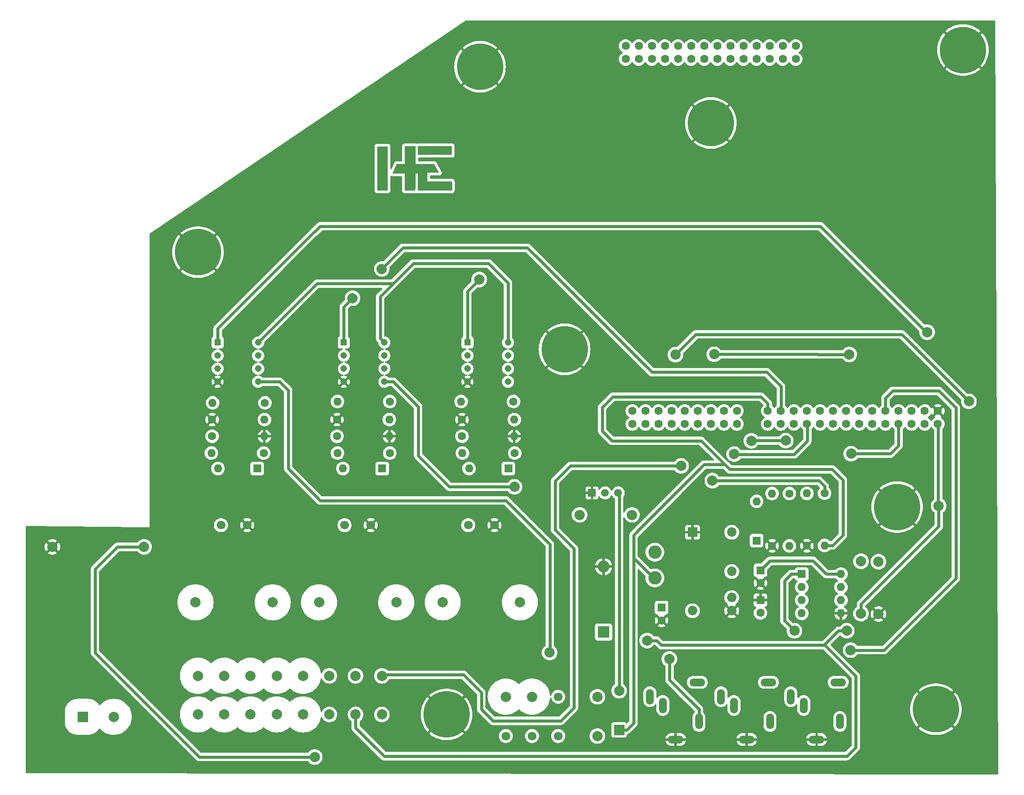
<source format=gtl>
G04 #@! TF.GenerationSoftware,KiCad,Pcbnew,7.0.2*
G04 #@! TF.CreationDate,2023-07-29T23:32:46+01:00*
G04 #@! TF.ProjectId,ECS-Prototype,4543532d-5072-46f7-946f-747970652e6b,1.4*
G04 #@! TF.SameCoordinates,Original*
G04 #@! TF.FileFunction,Copper,L1,Top*
G04 #@! TF.FilePolarity,Positive*
%FSLAX46Y46*%
G04 Gerber Fmt 4.6, Leading zero omitted, Abs format (unit mm)*
G04 Created by KiCad (PCBNEW 7.0.2) date 2023-07-29 23:32:46*
%MOMM*%
%LPD*%
G01*
G04 APERTURE LIST*
G04 #@! TA.AperFunction,ComponentPad*
%ADD10C,1.600000*%
G04 #@! TD*
G04 #@! TA.AperFunction,ComponentPad*
%ADD11C,9.000000*%
G04 #@! TD*
G04 #@! TA.AperFunction,ComponentPad*
%ADD12C,2.000000*%
G04 #@! TD*
G04 #@! TA.AperFunction,ComponentPad*
%ADD13O,3.016000X1.508000*%
G04 #@! TD*
G04 #@! TA.AperFunction,ComponentPad*
%ADD14O,1.508000X3.016000*%
G04 #@! TD*
G04 #@! TA.AperFunction,ComponentPad*
%ADD15R,2.000000X2.000000*%
G04 #@! TD*
G04 #@! TA.AperFunction,ComponentPad*
%ADD16R,2.300000X2.300000*%
G04 #@! TD*
G04 #@! TA.AperFunction,ComponentPad*
%ADD17O,2.300000X2.300000*%
G04 #@! TD*
G04 #@! TA.AperFunction,ComponentPad*
%ADD18R,1.500000X1.500000*%
G04 #@! TD*
G04 #@! TA.AperFunction,ComponentPad*
%ADD19C,1.500000*%
G04 #@! TD*
G04 #@! TA.AperFunction,ComponentPad*
%ADD20O,1.600000X1.600000*%
G04 #@! TD*
G04 #@! TA.AperFunction,ComponentPad*
%ADD21C,1.700000*%
G04 #@! TD*
G04 #@! TA.AperFunction,ComponentPad*
%ADD22R,1.600000X1.600000*%
G04 #@! TD*
G04 #@! TA.AperFunction,ComponentPad*
%ADD23C,2.600000*%
G04 #@! TD*
G04 #@! TA.AperFunction,ComponentPad*
%ADD24R,1.308000X1.308000*%
G04 #@! TD*
G04 #@! TA.AperFunction,ComponentPad*
%ADD25C,1.308000*%
G04 #@! TD*
G04 #@! TA.AperFunction,ComponentPad*
%ADD26R,1.850000X1.850000*%
G04 #@! TD*
G04 #@! TA.AperFunction,ComponentPad*
%ADD27C,1.850000*%
G04 #@! TD*
G04 #@! TA.AperFunction,ViaPad*
%ADD28C,2.000000*%
G04 #@! TD*
G04 #@! TA.AperFunction,Conductor*
%ADD29C,0.600000*%
G04 #@! TD*
G04 APERTURE END LIST*
G04 #@! TA.AperFunction,EtchedComponent*
G36*
X207017063Y-80110963D02*
G01*
X207174920Y-80110975D01*
X207334059Y-80110997D01*
X207494140Y-80111027D01*
X207654825Y-80111067D01*
X207815777Y-80111116D01*
X207976656Y-80111173D01*
X208137125Y-80111239D01*
X208296845Y-80111313D01*
X208455479Y-80111396D01*
X208612687Y-80111488D01*
X208768133Y-80111587D01*
X208921477Y-80111695D01*
X209072382Y-80111811D01*
X209220509Y-80111934D01*
X209365520Y-80112066D01*
X209507077Y-80112205D01*
X209644842Y-80112352D01*
X209778476Y-80112506D01*
X209907642Y-80112667D01*
X210032000Y-80112836D01*
X210151214Y-80113012D01*
X210264944Y-80113195D01*
X210372853Y-80113385D01*
X210474602Y-80113582D01*
X210569854Y-80113786D01*
X210658269Y-80113996D01*
X210739510Y-80114213D01*
X210813239Y-80114436D01*
X210879116Y-80114665D01*
X210936806Y-80114901D01*
X210985968Y-80115142D01*
X211026265Y-80115390D01*
X211057358Y-80115643D01*
X211078910Y-80115903D01*
X211090582Y-80116168D01*
X211092698Y-80116327D01*
X211101021Y-80124722D01*
X211107775Y-80137872D01*
X211107990Y-80138514D01*
X211108825Y-80145547D01*
X211109603Y-80161446D01*
X211110326Y-80186336D01*
X211110995Y-80220346D01*
X211111610Y-80263603D01*
X211112173Y-80316234D01*
X211112685Y-80378365D01*
X211113146Y-80450125D01*
X211113559Y-80531640D01*
X211113922Y-80623038D01*
X211114239Y-80724445D01*
X211114510Y-80835990D01*
X211114735Y-80957798D01*
X211114777Y-80985003D01*
X211114933Y-81095019D01*
X211115054Y-81195079D01*
X211115135Y-81285648D01*
X211115174Y-81367188D01*
X211115167Y-81440162D01*
X211115110Y-81505035D01*
X211115000Y-81562270D01*
X211114833Y-81612328D01*
X211114605Y-81655675D01*
X211114314Y-81692773D01*
X211113955Y-81724086D01*
X211113525Y-81750076D01*
X211113020Y-81771207D01*
X211112437Y-81787942D01*
X211111773Y-81800745D01*
X211111023Y-81810079D01*
X211110184Y-81816407D01*
X211109253Y-81820193D01*
X211108349Y-81821794D01*
X211106700Y-81822291D01*
X211102672Y-81822768D01*
X211096042Y-81823225D01*
X211086582Y-81823664D01*
X211074069Y-81824084D01*
X211058275Y-81824487D01*
X211038976Y-81824873D01*
X211015947Y-81825243D01*
X210988961Y-81825598D01*
X210957793Y-81825939D01*
X210922219Y-81826265D01*
X210882012Y-81826578D01*
X210836947Y-81826879D01*
X210786798Y-81827167D01*
X210731341Y-81827445D01*
X210670349Y-81827712D01*
X210603598Y-81827970D01*
X210530861Y-81828218D01*
X210451914Y-81828458D01*
X210366530Y-81828691D01*
X210274485Y-81828917D01*
X210175553Y-81829136D01*
X210069508Y-81829350D01*
X209956125Y-81829559D01*
X209835178Y-81829764D01*
X209706443Y-81829965D01*
X209569694Y-81830164D01*
X209424704Y-81830360D01*
X209271250Y-81830556D01*
X209109104Y-81830750D01*
X208938043Y-81830945D01*
X208757840Y-81831140D01*
X208568270Y-81831337D01*
X208369107Y-81831536D01*
X208160126Y-81831738D01*
X207941102Y-81831944D01*
X207790238Y-81832082D01*
X207567512Y-81832278D01*
X207351177Y-81832452D01*
X207141388Y-81832606D01*
X206938299Y-81832739D01*
X206742066Y-81832851D01*
X206552842Y-81832943D01*
X206370783Y-81833014D01*
X206196042Y-81833065D01*
X206028774Y-81833096D01*
X205869134Y-81833106D01*
X205717276Y-81833097D01*
X205573355Y-81833067D01*
X205437526Y-81833017D01*
X205309942Y-81832948D01*
X205190758Y-81832858D01*
X205080130Y-81832749D01*
X204978211Y-81832621D01*
X204885156Y-81832472D01*
X204801119Y-81832305D01*
X204726255Y-81832118D01*
X204660719Y-81831912D01*
X204604665Y-81831686D01*
X204558248Y-81831442D01*
X204521622Y-81831178D01*
X204494941Y-81830896D01*
X204478361Y-81830594D01*
X204472035Y-81830274D01*
X204471985Y-81830255D01*
X204470943Y-81828708D01*
X204469989Y-81825105D01*
X204469117Y-81818981D01*
X204468321Y-81809870D01*
X204467596Y-81797306D01*
X204466935Y-81780822D01*
X204466333Y-81759954D01*
X204465784Y-81734236D01*
X204465282Y-81703201D01*
X204464821Y-81666384D01*
X204464395Y-81623318D01*
X204463998Y-81573539D01*
X204463625Y-81516579D01*
X204463269Y-81451974D01*
X204462925Y-81379258D01*
X204462587Y-81297964D01*
X204462249Y-81207627D01*
X204461905Y-81107781D01*
X204461567Y-81003470D01*
X204461286Y-80911201D01*
X204461036Y-80821440D01*
X204460816Y-80734772D01*
X204460628Y-80651782D01*
X204460472Y-80573054D01*
X204460349Y-80499173D01*
X204460259Y-80430724D01*
X204460202Y-80368290D01*
X204460180Y-80312457D01*
X204460194Y-80263809D01*
X204460242Y-80222930D01*
X204460327Y-80190406D01*
X204460449Y-80166820D01*
X204460608Y-80152757D01*
X204460708Y-80149360D01*
X204462872Y-80128647D01*
X204466773Y-80117171D01*
X204470188Y-80114222D01*
X204476043Y-80113957D01*
X204491971Y-80113705D01*
X204517635Y-80113464D01*
X204552697Y-80113235D01*
X204596817Y-80113018D01*
X204649659Y-80112812D01*
X204710883Y-80112618D01*
X204780151Y-80112435D01*
X204857126Y-80112264D01*
X204941470Y-80112103D01*
X205032843Y-80111954D01*
X205130908Y-80111815D01*
X205235326Y-80111687D01*
X205345760Y-80111570D01*
X205461871Y-80111464D01*
X205583321Y-80111368D01*
X205709772Y-80111283D01*
X205840885Y-80111207D01*
X205976323Y-80111142D01*
X206115747Y-80111087D01*
X206258819Y-80111042D01*
X206405201Y-80111007D01*
X206554554Y-80110982D01*
X206706541Y-80110966D01*
X206860823Y-80110959D01*
X207017063Y-80110963D01*
G37*
G04 #@! TD.AperFunction*
G04 #@! TA.AperFunction,EtchedComponent*
G36*
X197218999Y-80152709D02*
G01*
X197307402Y-80152711D01*
X197399718Y-80152716D01*
X197495405Y-80152721D01*
X197593922Y-80152728D01*
X197670348Y-80152735D01*
X197791643Y-80152756D01*
X197902922Y-80152801D01*
X198004586Y-80152873D01*
X198097037Y-80152973D01*
X198180679Y-80153105D01*
X198255911Y-80153272D01*
X198323137Y-80153477D01*
X198382758Y-80153722D01*
X198435177Y-80154010D01*
X198480795Y-80154345D01*
X198520014Y-80154728D01*
X198553236Y-80155163D01*
X198580864Y-80155653D01*
X198603298Y-80156201D01*
X198620942Y-80156808D01*
X198634197Y-80157479D01*
X198643464Y-80158217D01*
X198649147Y-80159023D01*
X198651320Y-80159686D01*
X198664426Y-80166553D01*
X198664021Y-84428160D01*
X198663995Y-84683283D01*
X198663967Y-84928193D01*
X198663936Y-85163095D01*
X198663903Y-85388194D01*
X198663866Y-85603695D01*
X198663825Y-85809803D01*
X198663780Y-86006724D01*
X198663730Y-86194663D01*
X198663676Y-86373824D01*
X198663616Y-86544414D01*
X198663550Y-86706636D01*
X198663479Y-86860697D01*
X198663400Y-87006801D01*
X198663315Y-87145154D01*
X198663222Y-87275960D01*
X198663122Y-87399426D01*
X198663013Y-87515755D01*
X198662896Y-87625153D01*
X198662770Y-87727826D01*
X198662635Y-87823979D01*
X198662490Y-87913815D01*
X198662335Y-87997542D01*
X198662170Y-88075364D01*
X198661993Y-88147485D01*
X198661805Y-88214112D01*
X198661606Y-88275449D01*
X198661394Y-88331702D01*
X198661171Y-88383075D01*
X198660934Y-88429774D01*
X198660684Y-88472005D01*
X198660420Y-88509971D01*
X198660142Y-88543878D01*
X198659850Y-88573932D01*
X198659543Y-88600337D01*
X198659221Y-88623300D01*
X198658883Y-88643023D01*
X198658529Y-88659714D01*
X198658159Y-88673578D01*
X198657771Y-88684818D01*
X198657367Y-88693641D01*
X198656945Y-88700251D01*
X198656505Y-88704854D01*
X198656047Y-88707655D01*
X198655794Y-88708485D01*
X198649279Y-88720521D01*
X198642870Y-88727029D01*
X198641532Y-88727393D01*
X198628290Y-88727628D01*
X198605716Y-88727841D01*
X198574423Y-88728031D01*
X198535022Y-88728199D01*
X198488125Y-88728346D01*
X198434342Y-88728472D01*
X198374286Y-88728578D01*
X198308568Y-88728663D01*
X198237800Y-88728729D01*
X198162593Y-88728777D01*
X198083559Y-88728806D01*
X198001309Y-88728817D01*
X197916455Y-88728810D01*
X197829608Y-88728787D01*
X197741380Y-88728747D01*
X197652383Y-88728692D01*
X197563228Y-88728621D01*
X197474527Y-88728535D01*
X197386891Y-88728435D01*
X197300931Y-88728321D01*
X197217260Y-88728193D01*
X197136488Y-88728053D01*
X197059228Y-88727900D01*
X196986091Y-88727735D01*
X196917688Y-88727559D01*
X196854632Y-88727373D01*
X196797532Y-88727175D01*
X196747002Y-88726968D01*
X196703653Y-88726752D01*
X196668096Y-88726527D01*
X196640943Y-88726293D01*
X196622805Y-88726051D01*
X196614294Y-88725803D01*
X196613711Y-88725728D01*
X196605158Y-88715130D01*
X196599640Y-88694679D01*
X196597174Y-88664495D01*
X196597778Y-88624694D01*
X196598291Y-88615205D01*
X196598477Y-88606903D01*
X196598660Y-88588434D01*
X196598840Y-88560048D01*
X196599017Y-88521995D01*
X196599189Y-88474527D01*
X196599358Y-88417895D01*
X196599523Y-88352349D01*
X196599684Y-88278139D01*
X196599840Y-88195518D01*
X196599992Y-88104735D01*
X196600139Y-88006041D01*
X196600281Y-87899687D01*
X196600417Y-87785924D01*
X196600548Y-87665002D01*
X196600673Y-87537172D01*
X196600793Y-87402686D01*
X196600906Y-87261793D01*
X196601013Y-87114745D01*
X196601114Y-86961792D01*
X196601208Y-86803184D01*
X196601295Y-86639174D01*
X196601375Y-86470012D01*
X196601448Y-86295947D01*
X196601513Y-86117232D01*
X196601570Y-85934116D01*
X196601620Y-85746851D01*
X196601661Y-85555688D01*
X196601695Y-85360876D01*
X196601719Y-85162667D01*
X196601735Y-84961312D01*
X196601743Y-84757062D01*
X196601741Y-84550166D01*
X196601731Y-84360710D01*
X196601714Y-84108061D01*
X196601701Y-83865622D01*
X196601692Y-83633188D01*
X196601688Y-83410551D01*
X196601688Y-83197503D01*
X196601694Y-82993838D01*
X196601706Y-82799349D01*
X196601723Y-82613829D01*
X196601748Y-82437069D01*
X196601778Y-82268864D01*
X196601816Y-82109006D01*
X196601862Y-81957288D01*
X196601916Y-81813503D01*
X196601977Y-81677443D01*
X196602048Y-81548902D01*
X196602128Y-81427672D01*
X196602217Y-81313546D01*
X196602315Y-81206318D01*
X196602424Y-81105780D01*
X196602544Y-81011724D01*
X196602674Y-80923945D01*
X196602816Y-80842234D01*
X196602970Y-80766384D01*
X196603135Y-80696189D01*
X196603313Y-80631441D01*
X196603504Y-80571933D01*
X196603708Y-80517458D01*
X196603926Y-80467809D01*
X196604157Y-80422779D01*
X196604403Y-80382160D01*
X196604664Y-80345746D01*
X196604939Y-80313328D01*
X196605230Y-80284702D01*
X196605537Y-80259658D01*
X196605860Y-80237990D01*
X196606200Y-80219491D01*
X196606556Y-80203953D01*
X196606930Y-80191170D01*
X196607322Y-80180935D01*
X196607732Y-80173039D01*
X196608160Y-80167277D01*
X196608607Y-80163441D01*
X196609073Y-80161324D01*
X196609351Y-80160802D01*
X196617458Y-80156368D01*
X196632046Y-80153794D01*
X196654890Y-80152798D01*
X196659878Y-80152765D01*
X196669457Y-80152753D01*
X196688913Y-80152743D01*
X196717703Y-80152734D01*
X196755284Y-80152727D01*
X196801116Y-80152720D01*
X196854656Y-80152715D01*
X196915361Y-80152711D01*
X196982690Y-80152708D01*
X197056101Y-80152707D01*
X197135051Y-80152707D01*
X197218999Y-80152709D01*
G37*
G04 #@! TD.AperFunction*
G04 #@! TA.AperFunction,EtchedComponent*
G36*
X203619386Y-80110500D02*
G01*
X203692059Y-80110577D01*
X203758465Y-80110697D01*
X203818103Y-80110859D01*
X203870467Y-80111062D01*
X203915057Y-80111304D01*
X203951368Y-80111586D01*
X203978898Y-80111907D01*
X203997144Y-80112265D01*
X204005603Y-80112661D01*
X204006134Y-80112767D01*
X204006834Y-80114190D01*
X204007489Y-80117861D01*
X204008102Y-80124098D01*
X204008673Y-80133219D01*
X204009205Y-80145543D01*
X204009697Y-80161386D01*
X204010153Y-80181068D01*
X204010572Y-80204906D01*
X204010958Y-80233217D01*
X204011310Y-80266321D01*
X204011630Y-80304534D01*
X204011920Y-80348175D01*
X204012181Y-80397561D01*
X204012415Y-80453011D01*
X204012622Y-80514842D01*
X204012805Y-80583373D01*
X204012964Y-80658921D01*
X204013102Y-80741805D01*
X204013218Y-80832341D01*
X204013316Y-80930849D01*
X204013395Y-81037646D01*
X204013459Y-81153050D01*
X204013507Y-81277378D01*
X204013541Y-81410950D01*
X204013563Y-81554082D01*
X204013575Y-81707093D01*
X204013577Y-81819833D01*
X204013586Y-81988267D01*
X204013615Y-82146517D01*
X204013665Y-82294820D01*
X204013735Y-82433412D01*
X204013828Y-82562527D01*
X204013944Y-82682402D01*
X204014083Y-82793272D01*
X204014246Y-82895372D01*
X204014435Y-82988938D01*
X204014650Y-83074206D01*
X204014892Y-83151411D01*
X204015162Y-83220789D01*
X204015461Y-83282575D01*
X204015788Y-83337005D01*
X204016147Y-83384314D01*
X204016536Y-83424738D01*
X204016957Y-83458512D01*
X204017411Y-83485873D01*
X204017898Y-83507055D01*
X204018420Y-83522294D01*
X204018977Y-83531826D01*
X204019570Y-83535886D01*
X204019577Y-83535902D01*
X204027129Y-83546746D01*
X204034547Y-83551917D01*
X204040661Y-83552223D01*
X204056730Y-83552516D01*
X204082290Y-83552796D01*
X204116877Y-83553064D01*
X204160028Y-83553320D01*
X204211280Y-83553562D01*
X204270168Y-83553792D01*
X204336229Y-83554009D01*
X204408999Y-83554214D01*
X204488016Y-83554405D01*
X204572814Y-83554583D01*
X204662931Y-83554748D01*
X204757903Y-83554900D01*
X204857266Y-83555038D01*
X204960557Y-83555163D01*
X205067311Y-83555275D01*
X205177067Y-83555373D01*
X205289359Y-83555458D01*
X205403724Y-83555529D01*
X205519698Y-83555586D01*
X205636819Y-83555630D01*
X205754622Y-83555660D01*
X205872643Y-83555676D01*
X205990420Y-83555678D01*
X206107488Y-83555666D01*
X206223384Y-83555639D01*
X206337644Y-83555599D01*
X206449805Y-83555544D01*
X206559402Y-83555475D01*
X206665973Y-83555392D01*
X206769053Y-83555294D01*
X206868180Y-83555181D01*
X206962889Y-83555054D01*
X207052717Y-83554913D01*
X207137200Y-83554756D01*
X207215875Y-83554585D01*
X207288277Y-83554399D01*
X207353944Y-83554198D01*
X207412412Y-83553981D01*
X207463217Y-83553750D01*
X207505895Y-83553504D01*
X207539983Y-83553242D01*
X207565018Y-83552965D01*
X207580535Y-83552672D01*
X207585484Y-83552459D01*
X207608085Y-83550583D01*
X207622796Y-83550055D01*
X207632101Y-83551239D01*
X207638481Y-83554500D01*
X207644419Y-83560201D01*
X207645390Y-83561252D01*
X207656266Y-83573050D01*
X207669903Y-83587831D01*
X207675910Y-83594339D01*
X207687307Y-83609035D01*
X207700229Y-83629236D01*
X207712098Y-83650869D01*
X207713370Y-83653454D01*
X207723254Y-83673477D01*
X207732378Y-83691361D01*
X207739069Y-83703835D01*
X207740058Y-83705546D01*
X207746001Y-83716716D01*
X207754369Y-83733871D01*
X207763426Y-83753445D01*
X207764080Y-83754900D01*
X207773985Y-83775385D01*
X207784424Y-83794444D01*
X207793170Y-83808016D01*
X207793318Y-83808211D01*
X207803876Y-83824956D01*
X207812764Y-83843723D01*
X207813670Y-83846168D01*
X207821393Y-83863664D01*
X207832029Y-83882770D01*
X207836217Y-83889227D01*
X207846636Y-83905785D01*
X207858642Y-83926854D01*
X207868258Y-83945168D01*
X207878537Y-83964687D01*
X207888923Y-83982672D01*
X207896769Y-83994656D01*
X207902703Y-84004063D01*
X207912387Y-84021062D01*
X207924886Y-84043937D01*
X207939265Y-84070974D01*
X207954589Y-84100459D01*
X207956378Y-84103945D01*
X207971390Y-84132953D01*
X207985205Y-84159109D01*
X207996983Y-84180863D01*
X208005884Y-84196670D01*
X208011068Y-84204980D01*
X208011509Y-84205524D01*
X208017118Y-84214527D01*
X208024304Y-84229700D01*
X208029904Y-84243573D01*
X208039594Y-84265064D01*
X208051983Y-84286862D01*
X208059156Y-84297279D01*
X208071899Y-84316226D01*
X208084442Y-84338402D01*
X208090007Y-84349924D01*
X208100899Y-84371534D01*
X208114398Y-84394361D01*
X208121672Y-84405175D01*
X208130434Y-84418714D01*
X208142601Y-84439363D01*
X208156926Y-84464912D01*
X208172160Y-84493150D01*
X208182285Y-84512534D01*
X208196305Y-84539525D01*
X208209056Y-84563637D01*
X208219631Y-84583187D01*
X208227120Y-84596492D01*
X208230294Y-84601526D01*
X208235304Y-84609721D01*
X208243144Y-84624607D01*
X208252355Y-84643380D01*
X208255107Y-84649222D01*
X208265314Y-84669438D01*
X208275693Y-84687281D01*
X208284337Y-84699530D01*
X208285924Y-84701262D01*
X208294138Y-84712410D01*
X208303563Y-84729546D01*
X208311480Y-84747331D01*
X208320952Y-84769087D01*
X208331876Y-84790846D01*
X208339904Y-84804684D01*
X208351020Y-84823304D01*
X208362873Y-84845151D01*
X208368847Y-84857094D01*
X208379435Y-84877782D01*
X208391301Y-84898907D01*
X208397595Y-84909186D01*
X208408388Y-84927077D01*
X208418262Y-84945248D01*
X208421374Y-84951634D01*
X208428278Y-84965176D01*
X208438751Y-84984062D01*
X208450843Y-85004802D01*
X208454316Y-85010569D01*
X208465847Y-85030108D01*
X208475668Y-85047732D01*
X208482155Y-85060496D01*
X208483336Y-85063264D01*
X208489284Y-85075425D01*
X208498583Y-85091077D01*
X208503214Y-85098095D01*
X208510659Y-85110179D01*
X208521225Y-85128937D01*
X208533929Y-85152450D01*
X208547784Y-85178799D01*
X208561808Y-85206065D01*
X208575016Y-85232330D01*
X208586424Y-85255675D01*
X208595047Y-85274181D01*
X208599901Y-85285930D01*
X208600401Y-85287552D01*
X208600870Y-85295712D01*
X208594976Y-85300106D01*
X208586202Y-85302197D01*
X208574617Y-85303044D01*
X208555204Y-85303069D01*
X208530520Y-85302320D01*
X208503119Y-85300846D01*
X208498688Y-85300548D01*
X208486314Y-85300049D01*
X208464040Y-85299556D01*
X208432384Y-85299073D01*
X208391864Y-85298600D01*
X208342998Y-85298142D01*
X208286305Y-85297701D01*
X208222303Y-85297279D01*
X208151510Y-85296879D01*
X208074444Y-85296504D01*
X207991623Y-85296157D01*
X207903566Y-85295840D01*
X207810791Y-85295556D01*
X207713815Y-85295307D01*
X207613158Y-85295097D01*
X207509337Y-85294927D01*
X207402870Y-85294802D01*
X207380476Y-85294781D01*
X206332588Y-85293874D01*
X206324200Y-85305832D01*
X206323089Y-85308070D01*
X206322081Y-85311785D01*
X206321170Y-85317457D01*
X206320354Y-85325565D01*
X206319626Y-85336586D01*
X206318983Y-85351001D01*
X206318420Y-85369288D01*
X206317932Y-85391926D01*
X206317515Y-85419393D01*
X206317164Y-85452169D01*
X206316875Y-85490733D01*
X206316643Y-85535563D01*
X206316463Y-85587139D01*
X206316332Y-85645939D01*
X206316244Y-85712442D01*
X206316194Y-85787127D01*
X206316180Y-85870473D01*
X206316195Y-85962959D01*
X206316235Y-86065064D01*
X206316274Y-86139047D01*
X206316336Y-86247209D01*
X206316399Y-86345438D01*
X206316469Y-86434217D01*
X206316554Y-86514032D01*
X206316658Y-86585367D01*
X206316789Y-86648707D01*
X206316954Y-86704537D01*
X206317158Y-86753342D01*
X206317409Y-86795605D01*
X206317711Y-86831812D01*
X206318073Y-86862447D01*
X206318501Y-86887996D01*
X206319000Y-86908942D01*
X206319578Y-86925771D01*
X206320241Y-86938966D01*
X206320995Y-86949014D01*
X206321847Y-86956398D01*
X206322803Y-86961603D01*
X206323869Y-86965113D01*
X206325053Y-86967414D01*
X206326361Y-86968991D01*
X206327342Y-86969913D01*
X206331801Y-86973079D01*
X206338248Y-86975569D01*
X206348044Y-86977520D01*
X206362553Y-86979071D01*
X206383138Y-86980360D01*
X206411161Y-86981524D01*
X206447984Y-86982702D01*
X206455921Y-86982934D01*
X206469178Y-86983168D01*
X206492494Y-86983399D01*
X206525509Y-86983626D01*
X206567865Y-86983851D01*
X206619202Y-86984071D01*
X206679160Y-86984286D01*
X206747380Y-86984495D01*
X206823502Y-86984699D01*
X206907168Y-86984896D01*
X206998018Y-86985087D01*
X207095692Y-86985269D01*
X207199831Y-86985443D01*
X207310076Y-86985609D01*
X207426067Y-86985765D01*
X207547445Y-86985911D01*
X207673850Y-86986047D01*
X207804923Y-86986171D01*
X207940305Y-86986284D01*
X208079637Y-86986385D01*
X208222558Y-86986472D01*
X208368710Y-86986547D01*
X208517733Y-86986608D01*
X208669267Y-86986654D01*
X208822954Y-86986685D01*
X208824262Y-86986685D01*
X208976971Y-86986708D01*
X209127102Y-86986732D01*
X209274316Y-86986755D01*
X209418274Y-86986779D01*
X209558636Y-86986803D01*
X209695064Y-86986827D01*
X209827218Y-86986851D01*
X209954761Y-86986875D01*
X210077352Y-86986899D01*
X210194654Y-86986922D01*
X210306326Y-86986945D01*
X210412030Y-86986967D01*
X210511427Y-86986989D01*
X210604179Y-86987011D01*
X210689945Y-86987031D01*
X210768387Y-86987051D01*
X210839167Y-86987071D01*
X210901944Y-86987089D01*
X210956381Y-86987106D01*
X211002138Y-86987123D01*
X211038876Y-86987138D01*
X211066257Y-86987152D01*
X211083940Y-86987165D01*
X211091588Y-86987177D01*
X211091827Y-86987178D01*
X211096048Y-86987001D01*
X211099893Y-86986700D01*
X211103380Y-86986737D01*
X211106525Y-86987575D01*
X211109346Y-86989678D01*
X211111860Y-86993507D01*
X211114084Y-86999526D01*
X211116036Y-87008198D01*
X211117733Y-87019985D01*
X211119191Y-87035351D01*
X211120429Y-87054758D01*
X211121463Y-87078670D01*
X211122311Y-87107549D01*
X211122989Y-87141857D01*
X211123516Y-87182059D01*
X211123908Y-87228617D01*
X211124182Y-87281994D01*
X211124357Y-87342652D01*
X211124448Y-87411055D01*
X211124474Y-87487665D01*
X211124451Y-87572946D01*
X211124396Y-87667359D01*
X211124328Y-87771369D01*
X211124276Y-87859015D01*
X211124213Y-87968451D01*
X211124141Y-88067951D01*
X211124056Y-88157999D01*
X211123951Y-88239077D01*
X211123822Y-88311668D01*
X211123663Y-88376255D01*
X211123469Y-88433321D01*
X211123234Y-88483348D01*
X211122954Y-88526821D01*
X211122622Y-88564221D01*
X211122234Y-88596031D01*
X211121784Y-88622735D01*
X211121267Y-88644814D01*
X211120678Y-88662753D01*
X211120010Y-88677034D01*
X211119260Y-88688139D01*
X211118421Y-88696553D01*
X211117488Y-88702756D01*
X211116456Y-88707234D01*
X211115320Y-88710467D01*
X211114860Y-88711469D01*
X211105886Y-88729807D01*
X207798052Y-88732701D01*
X207612736Y-88732870D01*
X207429972Y-88733049D01*
X207250039Y-88733238D01*
X207073214Y-88733436D01*
X206899776Y-88733642D01*
X206730003Y-88733857D01*
X206564174Y-88734079D01*
X206402566Y-88734309D01*
X206245459Y-88734544D01*
X206093130Y-88734785D01*
X205945858Y-88735032D01*
X205803920Y-88735282D01*
X205667596Y-88735537D01*
X205537164Y-88735795D01*
X205412902Y-88736056D01*
X205295088Y-88736319D01*
X205184000Y-88736584D01*
X205079917Y-88736850D01*
X204983118Y-88737116D01*
X204893880Y-88737382D01*
X204812482Y-88737647D01*
X204739202Y-88737911D01*
X204674318Y-88738172D01*
X204618109Y-88738432D01*
X204570853Y-88738688D01*
X204532829Y-88738940D01*
X204504314Y-88739189D01*
X204485587Y-88739432D01*
X204476926Y-88739670D01*
X204476353Y-88739732D01*
X204465030Y-88741193D01*
X204458210Y-88735687D01*
X204456891Y-88733409D01*
X204456310Y-88728626D01*
X204455770Y-88716419D01*
X204455271Y-88696629D01*
X204454811Y-88669095D01*
X204454391Y-88633660D01*
X204454010Y-88590162D01*
X204453668Y-88538442D01*
X204453364Y-88478342D01*
X204453098Y-88409702D01*
X204452870Y-88332361D01*
X204452679Y-88246161D01*
X204452524Y-88150942D01*
X204452405Y-88046545D01*
X204452322Y-87932810D01*
X204452275Y-87809577D01*
X204452263Y-87676688D01*
X204452285Y-87533983D01*
X204452341Y-87381301D01*
X204452431Y-87218485D01*
X204452523Y-87085255D01*
X204452638Y-86930131D01*
X204452739Y-86785084D01*
X204452826Y-86649774D01*
X204452897Y-86523861D01*
X204452950Y-86407004D01*
X204452984Y-86298862D01*
X204452996Y-86199096D01*
X204452986Y-86107363D01*
X204452952Y-86023324D01*
X204452892Y-85946638D01*
X204452804Y-85876965D01*
X204452688Y-85813964D01*
X204452540Y-85757294D01*
X204452360Y-85706614D01*
X204452146Y-85661585D01*
X204451897Y-85621865D01*
X204451610Y-85587115D01*
X204451285Y-85556992D01*
X204450919Y-85531158D01*
X204450511Y-85509271D01*
X204450059Y-85490990D01*
X204449562Y-85475975D01*
X204449018Y-85463886D01*
X204448426Y-85454382D01*
X204447783Y-85447122D01*
X204447089Y-85441765D01*
X204446341Y-85437972D01*
X204445538Y-85435401D01*
X204444679Y-85433712D01*
X204444671Y-85433700D01*
X204435588Y-85419838D01*
X204236303Y-85418301D01*
X204185243Y-85417935D01*
X204143582Y-85417729D01*
X204110299Y-85417720D01*
X204084374Y-85417945D01*
X204064789Y-85418442D01*
X204050524Y-85419249D01*
X204040559Y-85420403D01*
X204033875Y-85421942D01*
X204029451Y-85423902D01*
X204026600Y-85426024D01*
X204025614Y-85426984D01*
X204024691Y-85428279D01*
X204023830Y-85430250D01*
X204023026Y-85433240D01*
X204022279Y-85437591D01*
X204021584Y-85443642D01*
X204020939Y-85451737D01*
X204020341Y-85462216D01*
X204019788Y-85475421D01*
X204019277Y-85491693D01*
X204018806Y-85511375D01*
X204018371Y-85534807D01*
X204017970Y-85562332D01*
X204017600Y-85594290D01*
X204017258Y-85631023D01*
X204016942Y-85672873D01*
X204016649Y-85720181D01*
X204016377Y-85773289D01*
X204016122Y-85832539D01*
X204015882Y-85898271D01*
X204015654Y-85970827D01*
X204015436Y-86050549D01*
X204015225Y-86137779D01*
X204015018Y-86232858D01*
X204014812Y-86336127D01*
X204014604Y-86447928D01*
X204014393Y-86568602D01*
X204014175Y-86698491D01*
X204013948Y-86837937D01*
X204013708Y-86987281D01*
X204013577Y-87069523D01*
X204013280Y-87246010D01*
X204012969Y-87412143D01*
X204012644Y-87567987D01*
X204012303Y-87713605D01*
X204011947Y-87849062D01*
X204011575Y-87974423D01*
X204011188Y-88089751D01*
X204010784Y-88195112D01*
X204010363Y-88290569D01*
X204009926Y-88376187D01*
X204009471Y-88452031D01*
X204008999Y-88518164D01*
X204008510Y-88574651D01*
X204008002Y-88621556D01*
X204007475Y-88658944D01*
X204006930Y-88686879D01*
X204006366Y-88705425D01*
X204005782Y-88714648D01*
X204005572Y-88715687D01*
X204000172Y-88727613D01*
X202980004Y-88727307D01*
X202877640Y-88727261D01*
X202778043Y-88727184D01*
X202681716Y-88727080D01*
X202589159Y-88726950D01*
X202500875Y-88726794D01*
X202417365Y-88726616D01*
X202339131Y-88726417D01*
X202266674Y-88726198D01*
X202200497Y-88725960D01*
X202141100Y-88725707D01*
X202088986Y-88725439D01*
X202044656Y-88725159D01*
X202008612Y-88724867D01*
X201981356Y-88724566D01*
X201963388Y-88724257D01*
X201955212Y-88723941D01*
X201954756Y-88723861D01*
X201953013Y-88722791D01*
X201951383Y-88721580D01*
X201949862Y-88719886D01*
X201948446Y-88717370D01*
X201947132Y-88713691D01*
X201945915Y-88708509D01*
X201944791Y-88701482D01*
X201943757Y-88692270D01*
X201942809Y-88680533D01*
X201941941Y-88665929D01*
X201941152Y-88648120D01*
X201940436Y-88626763D01*
X201939790Y-88601518D01*
X201939210Y-88572045D01*
X201938692Y-88538003D01*
X201938231Y-88499052D01*
X201937825Y-88454850D01*
X201937469Y-88405058D01*
X201937159Y-88349335D01*
X201936891Y-88287340D01*
X201936661Y-88218732D01*
X201936466Y-88143172D01*
X201936301Y-88060318D01*
X201936162Y-87969830D01*
X201936046Y-87871368D01*
X201935949Y-87764590D01*
X201935866Y-87649156D01*
X201935794Y-87524726D01*
X201935728Y-87390959D01*
X201935666Y-87247514D01*
X201935602Y-87094051D01*
X201935591Y-87066121D01*
X201935528Y-86936754D01*
X201935449Y-86810071D01*
X201935355Y-86686468D01*
X201935245Y-86566343D01*
X201935122Y-86450092D01*
X201934986Y-86338111D01*
X201934838Y-86230798D01*
X201934678Y-86128549D01*
X201934508Y-86031761D01*
X201934328Y-85940830D01*
X201934140Y-85856154D01*
X201933944Y-85778129D01*
X201933740Y-85707152D01*
X201933531Y-85643619D01*
X201933316Y-85587927D01*
X201933097Y-85540474D01*
X201932874Y-85501655D01*
X201932649Y-85471867D01*
X201932422Y-85451508D01*
X201932193Y-85440973D01*
X201932080Y-85439515D01*
X201925798Y-85434077D01*
X201914593Y-85427348D01*
X201914332Y-85427212D01*
X201911652Y-85426318D01*
X201906943Y-85425494D01*
X201899798Y-85424737D01*
X201889813Y-85424046D01*
X201876582Y-85423416D01*
X201859702Y-85422846D01*
X201838767Y-85422332D01*
X201813372Y-85421871D01*
X201783112Y-85421461D01*
X201747582Y-85421099D01*
X201706377Y-85420782D01*
X201659092Y-85420507D01*
X201605323Y-85420272D01*
X201544663Y-85420073D01*
X201476709Y-85419908D01*
X201401055Y-85419774D01*
X201317297Y-85419668D01*
X201225029Y-85419588D01*
X201123846Y-85419530D01*
X201013344Y-85419492D01*
X200893117Y-85419470D01*
X200801198Y-85419463D01*
X200692733Y-85419482D01*
X200586923Y-85419543D01*
X200484263Y-85419645D01*
X200385247Y-85419786D01*
X200290371Y-85419963D01*
X200200130Y-85420176D01*
X200115018Y-85420422D01*
X200035532Y-85420698D01*
X199962165Y-85421003D01*
X199895413Y-85421335D01*
X199835770Y-85421692D01*
X199783732Y-85422072D01*
X199739794Y-85422473D01*
X199704451Y-85422892D01*
X199678197Y-85423328D01*
X199661528Y-85423780D01*
X199655900Y-85424096D01*
X199624893Y-85426488D01*
X199602476Y-85426449D01*
X199587072Y-85423818D01*
X199577104Y-85418434D01*
X199574591Y-85415851D01*
X199571855Y-85405303D01*
X199573725Y-85387291D01*
X199579684Y-85363421D01*
X199589217Y-85335299D01*
X199601806Y-85304533D01*
X199616934Y-85272730D01*
X199626205Y-85255279D01*
X199632529Y-85243073D01*
X199641236Y-85225254D01*
X199651367Y-85203905D01*
X199661964Y-85181110D01*
X199672070Y-85158954D01*
X199680727Y-85139519D01*
X199686977Y-85124890D01*
X199689862Y-85117150D01*
X199689951Y-85116612D01*
X199691440Y-85110717D01*
X199696146Y-85098689D01*
X199704424Y-85079709D01*
X199716631Y-85052959D01*
X199731598Y-85020866D01*
X199741069Y-84999394D01*
X199750042Y-84976936D01*
X199754816Y-84963565D01*
X199760774Y-84947755D01*
X199769998Y-84925977D01*
X199781045Y-84901558D01*
X199788722Y-84885427D01*
X199806436Y-84848700D01*
X199822301Y-84815141D01*
X199835781Y-84785935D01*
X199846341Y-84762266D01*
X199853442Y-84745316D01*
X199856550Y-84736270D01*
X199856645Y-84735505D01*
X199858726Y-84727951D01*
X199863973Y-84715013D01*
X199866776Y-84708885D01*
X199872626Y-84696145D01*
X199881508Y-84676342D01*
X199892312Y-84651971D01*
X199903925Y-84625528D01*
X199906445Y-84619758D01*
X199918935Y-84591330D01*
X199931699Y-84562635D01*
X199943316Y-84536843D01*
X199952369Y-84517123D01*
X199953094Y-84515574D01*
X199963407Y-84493292D01*
X199974991Y-84467767D01*
X199987081Y-84440742D01*
X199998913Y-84413964D01*
X200009722Y-84389177D01*
X200018743Y-84368126D01*
X200025212Y-84352557D01*
X200028364Y-84344213D01*
X200028548Y-84343386D01*
X200030655Y-84337319D01*
X200036604Y-84323061D01*
X200045844Y-84301867D01*
X200057819Y-84274993D01*
X200071975Y-84243693D01*
X200087760Y-84209221D01*
X200088215Y-84208232D01*
X200096786Y-84189152D01*
X200106355Y-84167099D01*
X200116026Y-84144237D01*
X200124906Y-84122725D01*
X200132099Y-84104726D01*
X200136711Y-84092400D01*
X200137941Y-84088097D01*
X200140092Y-84082234D01*
X200145961Y-84068947D01*
X200154671Y-84050161D01*
X200165345Y-84027802D01*
X200166201Y-84026033D01*
X200179323Y-83998128D01*
X200192670Y-83968367D01*
X200204457Y-83940797D01*
X200211245Y-83923874D01*
X200219600Y-83902944D01*
X200227447Y-83884814D01*
X200233497Y-83872411D01*
X200235077Y-83869778D01*
X200240687Y-83858653D01*
X200242125Y-83852067D01*
X200244282Y-83843492D01*
X200249835Y-83829303D01*
X200254967Y-83818064D01*
X200263157Y-83800993D01*
X200273885Y-83778454D01*
X200285270Y-83754407D01*
X200289251Y-83745962D01*
X200298951Y-83726069D01*
X200307449Y-83709920D01*
X200313538Y-83699746D01*
X200315478Y-83697470D01*
X200319581Y-83690327D01*
X200320263Y-83685052D01*
X200322673Y-83674668D01*
X200329066Y-83657867D01*
X200338184Y-83637235D01*
X200348768Y-83615361D01*
X200359560Y-83594830D01*
X200369304Y-83578231D01*
X200376740Y-83568150D01*
X200377417Y-83567502D01*
X200379152Y-83566073D01*
X200381338Y-83564780D01*
X200384482Y-83563618D01*
X200389093Y-83562579D01*
X200395678Y-83561656D01*
X200404745Y-83560843D01*
X200416802Y-83560133D01*
X200432357Y-83559518D01*
X200451917Y-83558992D01*
X200475992Y-83558547D01*
X200505088Y-83558178D01*
X200539715Y-83557877D01*
X200580378Y-83557637D01*
X200627587Y-83557451D01*
X200681850Y-83557312D01*
X200743674Y-83557213D01*
X200813567Y-83557148D01*
X200892037Y-83557110D01*
X200979592Y-83557091D01*
X201076740Y-83557084D01*
X201142560Y-83557084D01*
X201247124Y-83557088D01*
X201341771Y-83557090D01*
X201427006Y-83557074D01*
X201503328Y-83557023D01*
X201571242Y-83556922D01*
X201631249Y-83556756D01*
X201683852Y-83556507D01*
X201729553Y-83556161D01*
X201768853Y-83555700D01*
X201802257Y-83555110D01*
X201830265Y-83554374D01*
X201853381Y-83553476D01*
X201872106Y-83552400D01*
X201886943Y-83551131D01*
X201898394Y-83549652D01*
X201906962Y-83547948D01*
X201913149Y-83546003D01*
X201917457Y-83543800D01*
X201920389Y-83541323D01*
X201922446Y-83538558D01*
X201924132Y-83535487D01*
X201925875Y-83532221D01*
X201926515Y-83529357D01*
X201927117Y-83522874D01*
X201927683Y-83512479D01*
X201928216Y-83497879D01*
X201928715Y-83478784D01*
X201929184Y-83454900D01*
X201929622Y-83425936D01*
X201930031Y-83391600D01*
X201930413Y-83351598D01*
X201930769Y-83305640D01*
X201931101Y-83253433D01*
X201931409Y-83194685D01*
X201931695Y-83129104D01*
X201931961Y-83056398D01*
X201932207Y-82976274D01*
X201932436Y-82888440D01*
X201932648Y-82792605D01*
X201932845Y-82688476D01*
X201933029Y-82575761D01*
X201933200Y-82454168D01*
X201933360Y-82323405D01*
X201933510Y-82183180D01*
X201933652Y-82033200D01*
X201933787Y-81873173D01*
X201933823Y-81827764D01*
X201933946Y-81670266D01*
X201934063Y-81522851D01*
X201934177Y-81385183D01*
X201934290Y-81256926D01*
X201934404Y-81137744D01*
X201934521Y-81027302D01*
X201934645Y-80925264D01*
X201934777Y-80831294D01*
X201934919Y-80745057D01*
X201935075Y-80666216D01*
X201935245Y-80594436D01*
X201935434Y-80529381D01*
X201935642Y-80470715D01*
X201935873Y-80418103D01*
X201936129Y-80371209D01*
X201936411Y-80329698D01*
X201936723Y-80293232D01*
X201937066Y-80261477D01*
X201937444Y-80234098D01*
X201937858Y-80210757D01*
X201938310Y-80191119D01*
X201938804Y-80174850D01*
X201939341Y-80161612D01*
X201939924Y-80151070D01*
X201940554Y-80142889D01*
X201941235Y-80136733D01*
X201941969Y-80132265D01*
X201942758Y-80129151D01*
X201943605Y-80127054D01*
X201944511Y-80125638D01*
X201945479Y-80124569D01*
X201945688Y-80124359D01*
X201947035Y-80123107D01*
X201948754Y-80121957D01*
X201951279Y-80120903D01*
X201955046Y-80119940D01*
X201960487Y-80119063D01*
X201968036Y-80118265D01*
X201978129Y-80117542D01*
X201991198Y-80116888D01*
X202007679Y-80116296D01*
X202028004Y-80115763D01*
X202052609Y-80115281D01*
X202081926Y-80114846D01*
X202116391Y-80114453D01*
X202156436Y-80114095D01*
X202202497Y-80113767D01*
X202255007Y-80113463D01*
X202314401Y-80113178D01*
X202381112Y-80112907D01*
X202455574Y-80112644D01*
X202538222Y-80112383D01*
X202629490Y-80112119D01*
X202729810Y-80111846D01*
X202839619Y-80111559D01*
X202959349Y-80111252D01*
X202977464Y-80111206D01*
X203079919Y-80110966D01*
X203179629Y-80110773D01*
X203276090Y-80110628D01*
X203368799Y-80110528D01*
X203457253Y-80110474D01*
X203540950Y-80110465D01*
X203619386Y-80110500D01*
G37*
G04 #@! TD.AperFunction*
D10*
X305440000Y-134040000D03*
X302900000Y-134040000D03*
X300360000Y-134040000D03*
X297820000Y-134040000D03*
X295280000Y-134040000D03*
X292740000Y-134040000D03*
X290200000Y-134040000D03*
X287660000Y-134040000D03*
X285120000Y-134040000D03*
X282580000Y-134040000D03*
X280040000Y-134040000D03*
X277500000Y-134040000D03*
X274960000Y-134040000D03*
X272420000Y-134040000D03*
X305440000Y-131500000D03*
X302900000Y-131500000D03*
X300360000Y-131500000D03*
X297820000Y-131500000D03*
X295280000Y-131500000D03*
X292740000Y-131500000D03*
X290200000Y-131500000D03*
X287660000Y-131500000D03*
X285120000Y-131500000D03*
X282580000Y-131500000D03*
X280040000Y-131500000D03*
X277500000Y-131500000D03*
X274960000Y-131500000D03*
X272420000Y-131500000D03*
X266440000Y-134040000D03*
X263900000Y-134040000D03*
X261360000Y-134040000D03*
X258820000Y-134040000D03*
X256280000Y-134040000D03*
X253740000Y-134040000D03*
X251200000Y-134040000D03*
X248660000Y-134040000D03*
X246120000Y-134040000D03*
X266440000Y-131500000D03*
X263900000Y-131500000D03*
X261360000Y-131500000D03*
X258820000Y-131500000D03*
X256280000Y-131500000D03*
X253740000Y-131500000D03*
X251200000Y-131500000D03*
X248660000Y-131500000D03*
X246120000Y-131500000D03*
X277840000Y-63200000D03*
X275300000Y-63200000D03*
X272760000Y-63200000D03*
X270220000Y-63200000D03*
X267680000Y-63200000D03*
X265140000Y-63200000D03*
X262600000Y-63200000D03*
X260060000Y-63200000D03*
X257520000Y-63200000D03*
X254980000Y-63200000D03*
X252440000Y-63200000D03*
X249900000Y-63200000D03*
X247360000Y-63200000D03*
X244820000Y-63200000D03*
X277840000Y-60660000D03*
X275300000Y-60660000D03*
X272760000Y-60660000D03*
X270220000Y-60660000D03*
X267680000Y-60660000D03*
X265140000Y-60660000D03*
X262600000Y-60660000D03*
X260060000Y-60660000D03*
X257520000Y-60660000D03*
X254980000Y-60660000D03*
X252440000Y-60660000D03*
X249900000Y-60660000D03*
X247360000Y-60660000D03*
X244820000Y-60660000D03*
D11*
X161800000Y-100690000D03*
X216550000Y-64690000D03*
X305050000Y-189440000D03*
D12*
X197500000Y-182940000D03*
X197500000Y-190440000D03*
X192400000Y-182940000D03*
X192400000Y-190440000D03*
X187300000Y-182940000D03*
X187300000Y-190440000D03*
X182200000Y-182940000D03*
X182200000Y-190440000D03*
X177100000Y-182940000D03*
X177100000Y-190440000D03*
X172000000Y-182940000D03*
X172000000Y-190440000D03*
X166900000Y-182940000D03*
X166900000Y-190440000D03*
X161800000Y-182940000D03*
X161800000Y-190440000D03*
D13*
X254545000Y-195300000D03*
D14*
X259045000Y-191800000D03*
X249545000Y-187000000D03*
D13*
X258745000Y-184200000D03*
D14*
X252045000Y-188700000D03*
D13*
X268345000Y-195300000D03*
D14*
X272845000Y-191800000D03*
X263345000Y-187000000D03*
D13*
X272545000Y-184200000D03*
D14*
X265845000Y-188700000D03*
D13*
X281900000Y-195300000D03*
D14*
X286400000Y-191800000D03*
X276900000Y-187000000D03*
D13*
X286100000Y-184200000D03*
D14*
X279400000Y-188700000D03*
D15*
X243550000Y-193440000D03*
D12*
X243550000Y-185820000D03*
D16*
X240550000Y-174440000D03*
D17*
X240550000Y-161740000D03*
D18*
X238300000Y-147440000D03*
D19*
X240840000Y-147440000D03*
X243380000Y-147440000D03*
D10*
X283449999Y-147475001D03*
D20*
X283449999Y-157635001D03*
D10*
X280005000Y-157690000D03*
D20*
X280005000Y-147530000D03*
D12*
X246050000Y-151690000D03*
X235890000Y-151690000D03*
X293910000Y-170950000D03*
X293910000Y-160790000D03*
X290505000Y-160706000D03*
X290505000Y-170866000D03*
X287755000Y-174190000D03*
X277595000Y-174190000D03*
D10*
X276610000Y-147540000D03*
D20*
X276610000Y-157700000D03*
D10*
X273250000Y-157710000D03*
D20*
X273250000Y-147550000D03*
D12*
X161307000Y-168683000D03*
X176293000Y-168683000D03*
D21*
X166260000Y-153697000D03*
X171340000Y-153697000D03*
D12*
X209307000Y-168683000D03*
X224293000Y-168683000D03*
D21*
X214260000Y-153697000D03*
X219340000Y-153697000D03*
D12*
X185307000Y-168683000D03*
X200293000Y-168683000D03*
D21*
X190260000Y-153697000D03*
X195340000Y-153697000D03*
D11*
X297530000Y-150180000D03*
D22*
X279005000Y-163190000D03*
D20*
X279005000Y-165730000D03*
X279005000Y-168270000D03*
X279005000Y-170810000D03*
X286625000Y-170810000D03*
X286625000Y-168270000D03*
X286625000Y-165730000D03*
X286625000Y-163190000D03*
D22*
X270255000Y-156690000D03*
D20*
X270255000Y-149070000D03*
D23*
X250500000Y-158940000D03*
X250500000Y-163940000D03*
D22*
X271000000Y-168234888D03*
D10*
X271000000Y-170734888D03*
D22*
X251800000Y-169690000D03*
D10*
X251800000Y-172190000D03*
D22*
X271005000Y-162440000D03*
D10*
X271005000Y-164940000D03*
D22*
X197550000Y-142690000D03*
D20*
X189930000Y-142690000D03*
D10*
X188800000Y-133190000D03*
D20*
X198960000Y-133190000D03*
D22*
X222050000Y-142690000D03*
D20*
X214430000Y-142690000D03*
D10*
X223300000Y-139690000D03*
D20*
X213140000Y-139690000D03*
D10*
X213050000Y-136440000D03*
D20*
X223210000Y-136440000D03*
D10*
X213050000Y-133190000D03*
D20*
X223210000Y-133190000D03*
D10*
X174550000Y-139690000D03*
D20*
X164390000Y-139690000D03*
D10*
X199050000Y-129690000D03*
D20*
X188890000Y-129690000D03*
D10*
X164550000Y-136440000D03*
D20*
X174710000Y-136440000D03*
D10*
X199050000Y-139690000D03*
D20*
X188890000Y-139690000D03*
D10*
X223050000Y-129690000D03*
D20*
X212890000Y-129690000D03*
D10*
X188800000Y-136440000D03*
D20*
X198960000Y-136440000D03*
D10*
X174800000Y-129940000D03*
D20*
X164640000Y-129940000D03*
D10*
X164550000Y-133190000D03*
D20*
X174710000Y-133190000D03*
D22*
X173300000Y-142690000D03*
D20*
X165680000Y-142690000D03*
D24*
X214115000Y-118240000D03*
D25*
X214115000Y-120780000D03*
X214115000Y-123320000D03*
X214115000Y-125860000D03*
X221985000Y-125860000D03*
X221985000Y-123320000D03*
X221985000Y-120780000D03*
X221985000Y-118240000D03*
D24*
X190115000Y-118240000D03*
D25*
X190115000Y-120780000D03*
X190115000Y-123320000D03*
X190115000Y-125860000D03*
X197985000Y-125860000D03*
X197985000Y-123320000D03*
X197985000Y-120780000D03*
X197985000Y-118240000D03*
D24*
X165615000Y-118240000D03*
D25*
X165615000Y-120780000D03*
X165615000Y-123320000D03*
X165615000Y-125860000D03*
X173485000Y-125860000D03*
X173485000Y-123320000D03*
X173485000Y-120780000D03*
X173485000Y-118240000D03*
D12*
X239340000Y-194620000D03*
D21*
X231720000Y-194620000D03*
X226640000Y-194620000D03*
X221560000Y-194620000D03*
D12*
X221560000Y-187000000D03*
X226640000Y-187000000D03*
D21*
X231720000Y-187000000D03*
D12*
X239340000Y-187000000D03*
D26*
X257800000Y-155070000D03*
D27*
X257800000Y-170310000D03*
X265420000Y-155070000D03*
X265420000Y-162690000D03*
X265420000Y-167770000D03*
X265420000Y-170310000D03*
D11*
X210050000Y-190440000D03*
X310300000Y-61440000D03*
D15*
X139440000Y-190910000D03*
D12*
X145440000Y-190910000D03*
X133540000Y-157910000D03*
X151340000Y-157910000D03*
D11*
X232970000Y-119550000D03*
X261370000Y-75610000D03*
D28*
X184460000Y-198690000D03*
X249000000Y-176100000D03*
X255600000Y-142190000D03*
X261660000Y-145050000D03*
X230050000Y-178440000D03*
X223252000Y-146250000D03*
X253325000Y-179675000D03*
X216400000Y-106000000D03*
X265890000Y-139890000D03*
X305600000Y-149950000D03*
X254500000Y-120590000D03*
X311460000Y-129670000D03*
X288250000Y-120540000D03*
X262030000Y-120520000D03*
X269240000Y-137310000D03*
X288600000Y-139830000D03*
X275900000Y-137290000D03*
X288505000Y-177940000D03*
X303365000Y-116225000D03*
X197490000Y-103940000D03*
X191815000Y-109615000D03*
D29*
X240260000Y-135400000D02*
X242170000Y-137310000D01*
X184460000Y-198690000D02*
X162040000Y-198690000D01*
X151340000Y-157910000D02*
X151640000Y-157610000D01*
X287006000Y-155626000D02*
X285017000Y-157615000D01*
X259490000Y-137310000D02*
X265050000Y-142870000D01*
X260050000Y-141940000D02*
X246366000Y-155624000D01*
X264120000Y-141940000D02*
X260050000Y-141940000D01*
X287006000Y-144958000D02*
X287006000Y-155626000D01*
X284918000Y-142870000D02*
X287006000Y-144958000D01*
X242320000Y-128770000D02*
X240260000Y-130830000D01*
X146140000Y-157910000D02*
X151340000Y-157910000D01*
X240260000Y-130830000D02*
X240260000Y-135400000D01*
X272420000Y-130070000D02*
X271120000Y-128770000D01*
X285017000Y-157615000D02*
X283470000Y-157615000D01*
X162040000Y-198690000D02*
X141800000Y-178450000D01*
X245010000Y-193440000D02*
X243550000Y-193440000D01*
X151640000Y-157610000D02*
X151660000Y-157610000D01*
X272420000Y-131500000D02*
X272420000Y-130070000D01*
X242170000Y-137310000D02*
X259490000Y-137310000D01*
X265050000Y-142870000D02*
X284918000Y-142870000D01*
X271120000Y-128770000D02*
X242320000Y-128770000D01*
X246410000Y-160100000D02*
X250250000Y-163940000D01*
X246366000Y-192084000D02*
X245010000Y-193440000D01*
X246366000Y-155624000D02*
X246366000Y-192084000D01*
X265050000Y-142870000D02*
X264120000Y-141940000D01*
X141800000Y-162250000D02*
X146140000Y-157910000D01*
X141800000Y-178450000D02*
X141800000Y-162250000D01*
X214260000Y-142860000D02*
X214430000Y-142690000D01*
X243310000Y-185820000D02*
X243550000Y-185820000D01*
X243550000Y-185820000D02*
X243570000Y-185800000D01*
X243300000Y-185570000D02*
X243550000Y-185820000D01*
X243570000Y-185800000D02*
X243570000Y-147630000D01*
X243570000Y-147630000D02*
X243380000Y-147440000D01*
X250850000Y-176100000D02*
X251750000Y-177000000D01*
X287768000Y-198552000D02*
X289500000Y-196820000D01*
X283500000Y-177000000D02*
X280950000Y-177000000D01*
X196285000Y-196895000D02*
X197942000Y-198552000D01*
X286150000Y-174190000D02*
X287755000Y-174190000D01*
X192400000Y-193010000D02*
X196560000Y-197170000D01*
X192400000Y-190440000D02*
X192400000Y-193010000D01*
X289500000Y-183000000D02*
X283500000Y-177000000D01*
X289500000Y-196820000D02*
X289500000Y-183000000D01*
X283340000Y-177000000D02*
X286150000Y-174190000D01*
X251750000Y-177000000D02*
X283340000Y-177000000D01*
X249000000Y-176100000D02*
X250850000Y-176100000D01*
X197942000Y-198552000D02*
X287768000Y-198552000D01*
X190260000Y-143020000D02*
X189930000Y-142690000D01*
X283449999Y-147475001D02*
X283449999Y-146130001D01*
X231126000Y-154610000D02*
X234800000Y-158284000D01*
X216800000Y-186190000D02*
X213360000Y-182750000D01*
X205280000Y-182750000D02*
X197810000Y-182750000D01*
X231126000Y-145164000D02*
X231126000Y-154610000D01*
X234800000Y-158284000D02*
X234800000Y-189110000D01*
X282369998Y-145050000D02*
X261660000Y-145050000D01*
X234100000Y-142190000D02*
X231126000Y-145164000D01*
X283449999Y-146130001D02*
X282369998Y-145050000D01*
X216800000Y-189440000D02*
X216800000Y-186190000D01*
X234800000Y-142190000D02*
X234100000Y-142190000D01*
X283395000Y-147530000D02*
X283449999Y-147475001D01*
X219050000Y-191690000D02*
X216800000Y-189440000D01*
X255600000Y-142190000D02*
X234200000Y-142190000D01*
X213360000Y-182750000D02*
X204800000Y-182750000D01*
X232220000Y-191690000D02*
X219050000Y-191690000D01*
X234800000Y-189110000D02*
X232220000Y-191690000D01*
X197750000Y-182690000D02*
X197500000Y-182940000D01*
X221606000Y-148900000D02*
X185510000Y-148900000D01*
X179300000Y-142690000D02*
X179300000Y-127500000D01*
X185510000Y-148900000D02*
X179300000Y-142690000D01*
X177660000Y-125860000D02*
X173485000Y-125860000D01*
X179300000Y-127500000D02*
X177660000Y-125860000D01*
X230110000Y-157404000D02*
X221606000Y-148900000D01*
X230110000Y-178380000D02*
X230110000Y-157404000D01*
X230050000Y-178440000D02*
X230110000Y-178380000D01*
X223252000Y-146250000D02*
X210610000Y-146250000D01*
X204550000Y-130690000D02*
X199720000Y-125860000D01*
X204550000Y-140190000D02*
X204550000Y-130690000D01*
X199720000Y-125860000D02*
X197985000Y-125860000D01*
X210610000Y-146250000D02*
X204550000Y-140190000D01*
X253325000Y-179675000D02*
X253340000Y-179690000D01*
X259045000Y-189445000D02*
X259045000Y-191800000D01*
X253340000Y-179690000D02*
X253340000Y-183740000D01*
X253340000Y-183740000D02*
X257050000Y-187450000D01*
X257100000Y-187500000D02*
X259045000Y-189445000D01*
X214115000Y-118210000D02*
X214100000Y-118225000D01*
X214115000Y-108285000D02*
X214115000Y-118210000D01*
X216400000Y-106000000D02*
X214115000Y-108285000D01*
X274970000Y-160620000D02*
X281220000Y-160620000D01*
X271005000Y-162440000D02*
X270570000Y-162440000D01*
X274970000Y-160620000D02*
X272825000Y-160620000D01*
X281220000Y-160620000D02*
X283790000Y-163190000D01*
X272825000Y-160620000D02*
X271005000Y-162440000D01*
X283790000Y-163190000D02*
X286625000Y-163190000D01*
X278625000Y-171190000D02*
X279005000Y-170810000D01*
X277510000Y-139940000D02*
X280090000Y-137360000D01*
X280090000Y-137360000D02*
X280090000Y-134090000D01*
X265890000Y-139890000D02*
X265940000Y-139940000D01*
X265940000Y-139940000D02*
X277510000Y-139940000D01*
X280090000Y-134090000D02*
X280040000Y-134040000D01*
X290595000Y-160780000D02*
X290505000Y-160690000D01*
X197160000Y-117415000D02*
X197985000Y-118240000D01*
X305500000Y-134160000D02*
X305440000Y-134100000D01*
X197160000Y-109350000D02*
X199700000Y-106810000D01*
X187110000Y-106810000D02*
X199700000Y-106810000D01*
X203610000Y-102900000D02*
X218200000Y-102900000D01*
X187110000Y-106810000D02*
X184915000Y-106810000D01*
X197160000Y-114460000D02*
X197160000Y-117415000D01*
X184915000Y-106810000D02*
X173485000Y-118240000D01*
X197160000Y-114460000D02*
X197160000Y-109350000D01*
X221990000Y-106690000D02*
X221990000Y-118235000D01*
X221985000Y-118240000D02*
X222010000Y-118215000D01*
X290505000Y-170850000D02*
X290505000Y-169035000D01*
X187100000Y-106800000D02*
X187110000Y-106810000D01*
X199700000Y-106810000D02*
X203610000Y-102900000D01*
X187090000Y-106810000D02*
X187100000Y-106800000D01*
X305500000Y-149800000D02*
X305500000Y-137100000D01*
X218200000Y-102900000D02*
X221990000Y-106690000D01*
X290505000Y-169035000D02*
X305600000Y-153940000D01*
X221990000Y-118235000D02*
X221985000Y-118240000D01*
X221900000Y-118155000D02*
X221985000Y-118240000D01*
X187000000Y-106810000D02*
X187090000Y-106810000D01*
X305500000Y-137100000D02*
X305500000Y-134160000D01*
X305600000Y-153940000D02*
X305600000Y-149950000D01*
X305650000Y-149950000D02*
X305500000Y-149800000D01*
X275650000Y-172245000D02*
X275650000Y-164500000D01*
X275650000Y-164500000D02*
X276960000Y-163190000D01*
X277595000Y-174190000D02*
X275650000Y-172245000D01*
X276960000Y-163190000D02*
X279005000Y-163190000D01*
X273369999Y-147415001D02*
X273255000Y-147530000D01*
X213140000Y-136530000D02*
X213050000Y-136440000D01*
X223210000Y-129850000D02*
X223050000Y-129690000D01*
X298450000Y-116660000D02*
X311460000Y-129670000D01*
X258430000Y-116660000D02*
X298450000Y-116660000D01*
X254500000Y-120590000D02*
X258430000Y-116660000D01*
X188890000Y-136530000D02*
X188800000Y-136440000D01*
X199050000Y-133100000D02*
X198960000Y-133190000D01*
X288250000Y-120540000D02*
X282140000Y-120540000D01*
X282140000Y-120540000D02*
X282120000Y-120520000D01*
X282120000Y-120520000D02*
X262030000Y-120520000D01*
X164390000Y-136600000D02*
X164550000Y-136440000D01*
X174710000Y-130030000D02*
X174800000Y-129940000D01*
X288600000Y-139830000D02*
X296220000Y-139830000D01*
X269240000Y-137310000D02*
X269260000Y-137290000D01*
X296220000Y-139830000D02*
X297820000Y-138230000D01*
X297820000Y-138230000D02*
X297820000Y-134040000D01*
X269260000Y-137290000D02*
X275900000Y-137290000D01*
X308920000Y-130940000D02*
X308920000Y-164025000D01*
X305620000Y-127640000D02*
X308920000Y-130940000D01*
X295280000Y-131500000D02*
X295280000Y-129000000D01*
X295005000Y-177940000D02*
X288505000Y-177940000D01*
X296640000Y-127640000D02*
X305620000Y-127640000D01*
X295280000Y-129000000D02*
X296640000Y-127640000D01*
X308920000Y-164025000D02*
X295005000Y-177940000D01*
X303195000Y-116225000D02*
X282620000Y-95650000D01*
X282620000Y-95650000D02*
X185550000Y-95650000D01*
X165615000Y-115495000D02*
X165615000Y-118240000D01*
X184460000Y-96650000D02*
X165615000Y-115495000D01*
X185550000Y-95650000D02*
X184500000Y-96700000D01*
X303365000Y-116225000D02*
X303195000Y-116225000D01*
X184500000Y-96700000D02*
X184460000Y-96650000D01*
X269350000Y-123980000D02*
X272190000Y-123980000D01*
X191815000Y-109615000D02*
X190100000Y-111330000D01*
X249900000Y-123990000D02*
X269340000Y-123990000D01*
X269340000Y-123990000D02*
X269350000Y-123980000D01*
X190100000Y-114800000D02*
X190100000Y-118225000D01*
X274980000Y-131480000D02*
X274960000Y-131500000D01*
X274980000Y-126770000D02*
X274980000Y-131480000D01*
X272190000Y-123980000D02*
X274980000Y-126770000D01*
X201580000Y-99850000D02*
X225760000Y-99850000D01*
X197490000Y-103940000D02*
X201580000Y-99850000D01*
X190100000Y-111330000D02*
X190100000Y-114800000D01*
X225760000Y-99850000D02*
X249900000Y-123990000D01*
G04 #@! TA.AperFunction,Conductor*
G36*
X305054835Y-131625148D02*
G01*
X305112359Y-131738045D01*
X305201955Y-131827641D01*
X305314852Y-131885165D01*
X305395598Y-131897953D01*
X304714527Y-132579024D01*
X304714527Y-132579027D01*
X304787512Y-132630132D01*
X304832513Y-132651116D01*
X304885798Y-132698034D01*
X304905259Y-132766311D01*
X304884717Y-132834271D01*
X304832513Y-132879506D01*
X304783249Y-132902477D01*
X304595696Y-133033804D01*
X304433804Y-133195696D01*
X304302477Y-133383250D01*
X304284195Y-133422457D01*
X304237278Y-133475742D01*
X304169000Y-133495203D01*
X304101040Y-133474661D01*
X304055805Y-133422457D01*
X304053076Y-133416605D01*
X304037523Y-133383251D01*
X303906198Y-133195700D01*
X303906197Y-133195699D01*
X303906195Y-133195696D01*
X303744303Y-133033804D01*
X303556748Y-132902476D01*
X303517543Y-132884195D01*
X303464257Y-132837278D01*
X303444796Y-132769001D01*
X303465337Y-132701041D01*
X303517543Y-132655805D01*
X303522163Y-132653650D01*
X303556749Y-132637523D01*
X303744300Y-132506198D01*
X303906198Y-132344300D01*
X304037523Y-132156749D01*
X304060494Y-132107486D01*
X304107410Y-132054202D01*
X304175688Y-132034740D01*
X304243648Y-132055281D01*
X304288884Y-132107486D01*
X304309866Y-132152482D01*
X304360972Y-132225470D01*
X305042045Y-131544398D01*
X305054835Y-131625148D01*
G37*
G04 #@! TD.AperFunction*
G04 #@! TA.AperFunction,Conductor*
G36*
X316492191Y-55728478D02*
G01*
X316538684Y-55782134D01*
X316550069Y-55833960D01*
X317149035Y-201981792D01*
X317129312Y-202049994D01*
X317075848Y-202096706D01*
X317022869Y-202108308D01*
X128525388Y-201858642D01*
X128457294Y-201838550D01*
X128410872Y-201784832D01*
X128399555Y-201732642D01*
X128399555Y-192014840D01*
X135939500Y-192014840D01*
X135939569Y-192016320D01*
X135939570Y-192016328D01*
X135945511Y-192142326D01*
X135945512Y-192142343D01*
X135945675Y-192145783D01*
X135946213Y-192149185D01*
X135946215Y-192149196D01*
X135992274Y-192440000D01*
X135994895Y-192456546D01*
X135995995Y-192460334D01*
X135995998Y-192460345D01*
X136081571Y-192754886D01*
X136082676Y-192758689D01*
X136207633Y-193047448D01*
X136267346Y-193148417D01*
X136342710Y-193275851D01*
X136367796Y-193318268D01*
X136370222Y-193321395D01*
X136370228Y-193321404D01*
X136558210Y-193563749D01*
X136560639Y-193566880D01*
X136783120Y-193789361D01*
X136786248Y-193791787D01*
X136786250Y-193791789D01*
X136984160Y-193945304D01*
X137031732Y-193982204D01*
X137302552Y-194142367D01*
X137591311Y-194267324D01*
X137893454Y-194355105D01*
X138204217Y-194404325D01*
X138335160Y-194410500D01*
X138336647Y-194410500D01*
X140543353Y-194410500D01*
X140544840Y-194410500D01*
X140675783Y-194404325D01*
X140986546Y-194355105D01*
X141288689Y-194267324D01*
X141577448Y-194142367D01*
X141848268Y-193982204D01*
X142096880Y-193789361D01*
X142319361Y-193566880D01*
X142512204Y-193318268D01*
X142577634Y-193207630D01*
X142629527Y-193159178D01*
X142699377Y-193146472D01*
X142765008Y-193173547D01*
X142784008Y-193192474D01*
X142832975Y-193252943D01*
X142832980Y-193252948D01*
X142835051Y-193255506D01*
X143094494Y-193514949D01*
X143379634Y-193745851D01*
X143687348Y-193945682D01*
X144014264Y-194112255D01*
X144356801Y-194243742D01*
X144711206Y-194338705D01*
X145073596Y-194396102D01*
X145440000Y-194415304D01*
X145806404Y-194396102D01*
X146168794Y-194338705D01*
X146523199Y-194243742D01*
X146865736Y-194112255D01*
X147192652Y-193945682D01*
X147500366Y-193745851D01*
X147785506Y-193514949D01*
X148044949Y-193255506D01*
X148275851Y-192970366D01*
X148475682Y-192662652D01*
X148642255Y-192335736D01*
X148773742Y-191993199D01*
X148868705Y-191638794D01*
X148926102Y-191276404D01*
X148945304Y-190910000D01*
X148926102Y-190543596D01*
X148868705Y-190181206D01*
X148773742Y-189826801D01*
X148664751Y-189542869D01*
X148643439Y-189487348D01*
X148643437Y-189487345D01*
X148642255Y-189484264D01*
X148475682Y-189157348D01*
X148275851Y-188849634D01*
X148044949Y-188564494D01*
X147785506Y-188305051D01*
X147500366Y-188074149D01*
X147354477Y-187979408D01*
X147195421Y-187876116D01*
X147195418Y-187876114D01*
X147192652Y-187874318D01*
X147120181Y-187837392D01*
X146868675Y-187709242D01*
X146868667Y-187709238D01*
X146865736Y-187707745D01*
X146862663Y-187706565D01*
X146862651Y-187706560D01*
X146526289Y-187577444D01*
X146526286Y-187577443D01*
X146523199Y-187576258D01*
X146520013Y-187575404D01*
X146520006Y-187575402D01*
X146171983Y-187482149D01*
X146171974Y-187482147D01*
X146168794Y-187481295D01*
X146165542Y-187480779D01*
X146165533Y-187480778D01*
X145809651Y-187424412D01*
X145809645Y-187424411D01*
X145806404Y-187423898D01*
X145803125Y-187423726D01*
X145803114Y-187423725D01*
X145443301Y-187404869D01*
X145440000Y-187404696D01*
X145436699Y-187404869D01*
X145076885Y-187423725D01*
X145076872Y-187423726D01*
X145073596Y-187423898D01*
X145070356Y-187424411D01*
X145070348Y-187424412D01*
X144714466Y-187480778D01*
X144714453Y-187480780D01*
X144711206Y-187481295D01*
X144708029Y-187482146D01*
X144708016Y-187482149D01*
X144359993Y-187575402D01*
X144359980Y-187575405D01*
X144356801Y-187576258D01*
X144353718Y-187577441D01*
X144353710Y-187577444D01*
X144017348Y-187706560D01*
X144017328Y-187706568D01*
X144014264Y-187707745D01*
X144011339Y-187709234D01*
X144011324Y-187709242D01*
X143690289Y-187872819D01*
X143690281Y-187872823D01*
X143687348Y-187874318D01*
X143684589Y-187876109D01*
X143684578Y-187876116D01*
X143382408Y-188072347D01*
X143382400Y-188072352D01*
X143379634Y-188074149D01*
X143377066Y-188076227D01*
X143377057Y-188076235D01*
X143097069Y-188302965D01*
X143097060Y-188302972D01*
X143094494Y-188305051D01*
X143092160Y-188307384D01*
X143092150Y-188307394D01*
X142837387Y-188562157D01*
X142837377Y-188562167D01*
X142835051Y-188564494D01*
X142832981Y-188567049D01*
X142832973Y-188567059D01*
X142784007Y-188627526D01*
X142725592Y-188667877D01*
X142654635Y-188670241D01*
X142593664Y-188633868D01*
X142577635Y-188612370D01*
X142565685Y-188592163D01*
X142512204Y-188501732D01*
X142506621Y-188494535D01*
X142321789Y-188256250D01*
X142321787Y-188256248D01*
X142319361Y-188253120D01*
X142096880Y-188030639D01*
X142093749Y-188028210D01*
X141851404Y-187840228D01*
X141851398Y-187840224D01*
X141848268Y-187837796D01*
X141843626Y-187835051D01*
X141699149Y-187749607D01*
X141577448Y-187677633D01*
X141288689Y-187552676D01*
X141284886Y-187551571D01*
X140990345Y-187465998D01*
X140990334Y-187465995D01*
X140986546Y-187464895D01*
X140982645Y-187464277D01*
X140982640Y-187464276D01*
X140679196Y-187416215D01*
X140679185Y-187416213D01*
X140675783Y-187415675D01*
X140672343Y-187415512D01*
X140672326Y-187415511D01*
X140546328Y-187409570D01*
X140546320Y-187409569D01*
X140544840Y-187409500D01*
X138335160Y-187409500D01*
X138333680Y-187409569D01*
X138333671Y-187409570D01*
X138207673Y-187415511D01*
X138207654Y-187415512D01*
X138204217Y-187415675D01*
X138200815Y-187416213D01*
X138200803Y-187416215D01*
X137897359Y-187464276D01*
X137897351Y-187464277D01*
X137893454Y-187464895D01*
X137889669Y-187465994D01*
X137889654Y-187465998D01*
X137595113Y-187551571D01*
X137595107Y-187551573D01*
X137591311Y-187552676D01*
X137587684Y-187554245D01*
X137587677Y-187554248D01*
X137306191Y-187676058D01*
X137306187Y-187676059D01*
X137302552Y-187677633D01*
X137299138Y-187679651D01*
X137299134Y-187679654D01*
X137035153Y-187835772D01*
X137035143Y-187835778D01*
X137031732Y-187837796D01*
X137028608Y-187840218D01*
X137028595Y-187840228D01*
X136786250Y-188028210D01*
X136786239Y-188028219D01*
X136783120Y-188030639D01*
X136780321Y-188033437D01*
X136780313Y-188033445D01*
X136563445Y-188250313D01*
X136563437Y-188250321D01*
X136560639Y-188253120D01*
X136558219Y-188256239D01*
X136558210Y-188256250D01*
X136370228Y-188498595D01*
X136370218Y-188498608D01*
X136367796Y-188501732D01*
X136365778Y-188505143D01*
X136365772Y-188505153D01*
X136209654Y-188769134D01*
X136207633Y-188772552D01*
X136206059Y-188776187D01*
X136206058Y-188776191D01*
X136084248Y-189057677D01*
X136084245Y-189057684D01*
X136082676Y-189061311D01*
X136081573Y-189065107D01*
X136081571Y-189065113D01*
X135995998Y-189359654D01*
X135995994Y-189359669D01*
X135994895Y-189363454D01*
X135994277Y-189367351D01*
X135994276Y-189367359D01*
X135946215Y-189670803D01*
X135946213Y-189670815D01*
X135945675Y-189674217D01*
X135945512Y-189677654D01*
X135945511Y-189677673D01*
X135940047Y-189793553D01*
X135939500Y-189805160D01*
X135939500Y-192014840D01*
X128399555Y-192014840D01*
X128399555Y-178541096D01*
X140991500Y-178541096D01*
X141000092Y-178578740D01*
X141002458Y-178592664D01*
X141003852Y-178605030D01*
X141006783Y-178631050D01*
X141019535Y-178667494D01*
X141023445Y-178681064D01*
X141032040Y-178718718D01*
X141048796Y-178753512D01*
X141054203Y-178766565D01*
X141066958Y-178803018D01*
X141087499Y-178835708D01*
X141094335Y-178848076D01*
X141111091Y-178882870D01*
X141135173Y-178913068D01*
X141143340Y-178924578D01*
X141163889Y-178957281D01*
X141196197Y-178989589D01*
X151311717Y-189105108D01*
X161386164Y-199179555D01*
X161386169Y-199179562D01*
X161532714Y-199326107D01*
X161532716Y-199326108D01*
X161532719Y-199326111D01*
X161565422Y-199346659D01*
X161576937Y-199354830D01*
X161607131Y-199378909D01*
X161641918Y-199395661D01*
X161654286Y-199402497D01*
X161681188Y-199419400D01*
X161686985Y-199423043D01*
X161723444Y-199435800D01*
X161736481Y-199441200D01*
X161771280Y-199457959D01*
X161808922Y-199466550D01*
X161822501Y-199470462D01*
X161858950Y-199483216D01*
X161858953Y-199483217D01*
X161897329Y-199487540D01*
X161911239Y-199489903D01*
X161948904Y-199498501D01*
X161948906Y-199498501D01*
X162146604Y-199498501D01*
X162146612Y-199498500D01*
X183115675Y-199498500D01*
X183183796Y-199518502D01*
X183223107Y-199558664D01*
X183235823Y-199579415D01*
X183235825Y-199579417D01*
X183390030Y-199759969D01*
X183570584Y-199914176D01*
X183773033Y-200038238D01*
X183773035Y-200038238D01*
X183773037Y-200038240D01*
X183992406Y-200129105D01*
X184167857Y-200171227D01*
X184223288Y-200184535D01*
X184240558Y-200185894D01*
X184460000Y-200203165D01*
X184696711Y-200184535D01*
X184927594Y-200129105D01*
X185146963Y-200038240D01*
X185349416Y-199914176D01*
X185529969Y-199759969D01*
X185684176Y-199579416D01*
X185808240Y-199376963D01*
X185899105Y-199157594D01*
X185954535Y-198926711D01*
X185973165Y-198690000D01*
X185954535Y-198453289D01*
X185899105Y-198222406D01*
X185808240Y-198003037D01*
X185726081Y-197868967D01*
X185684176Y-197800584D01*
X185529969Y-197620030D01*
X185349415Y-197465823D01*
X185146966Y-197341761D01*
X184927594Y-197250895D01*
X184696711Y-197195464D01*
X184460000Y-197176835D01*
X184223288Y-197195464D01*
X183992405Y-197250895D01*
X183773033Y-197341761D01*
X183570584Y-197465823D01*
X183390030Y-197620030D01*
X183235825Y-197800582D01*
X183223107Y-197821336D01*
X183170459Y-197868967D01*
X183115675Y-197881500D01*
X162427082Y-197881500D01*
X162358961Y-197861498D01*
X162337987Y-197844595D01*
X154933392Y-190440000D01*
X158294696Y-190440000D01*
X158294869Y-190443301D01*
X158313725Y-190803114D01*
X158313726Y-190803125D01*
X158313898Y-190806404D01*
X158314411Y-190809645D01*
X158314412Y-190809651D01*
X158370778Y-191165533D01*
X158370779Y-191165542D01*
X158371295Y-191168794D01*
X158372147Y-191171974D01*
X158372149Y-191171983D01*
X158416215Y-191336437D01*
X158466258Y-191523199D01*
X158467443Y-191526286D01*
X158467444Y-191526289D01*
X158596560Y-191862651D01*
X158596565Y-191862663D01*
X158597745Y-191865736D01*
X158599238Y-191868667D01*
X158599242Y-191868675D01*
X158705257Y-192076739D01*
X158764318Y-192192652D01*
X158766114Y-192195418D01*
X158766116Y-192195421D01*
X158811331Y-192265046D01*
X158964149Y-192500366D01*
X159195051Y-192785506D01*
X159454494Y-193044949D01*
X159739634Y-193275851D01*
X160047348Y-193475682D01*
X160374264Y-193642255D01*
X160716801Y-193773742D01*
X161071206Y-193868705D01*
X161433596Y-193926102D01*
X161800000Y-193945304D01*
X162166404Y-193926102D01*
X162528794Y-193868705D01*
X162883199Y-193773742D01*
X163225736Y-193642255D01*
X163552652Y-193475682D01*
X163860366Y-193275851D01*
X164145506Y-193044949D01*
X164260904Y-192929550D01*
X164323217Y-192895524D01*
X164394032Y-192900589D01*
X164439095Y-192929550D01*
X164554494Y-193044949D01*
X164839634Y-193275851D01*
X165147348Y-193475682D01*
X165474264Y-193642255D01*
X165816801Y-193773742D01*
X166171206Y-193868705D01*
X166533596Y-193926102D01*
X166900000Y-193945304D01*
X167266404Y-193926102D01*
X167628794Y-193868705D01*
X167983199Y-193773742D01*
X168325736Y-193642255D01*
X168652652Y-193475682D01*
X168960366Y-193275851D01*
X169245506Y-193044949D01*
X169360905Y-192929550D01*
X169423217Y-192895524D01*
X169494032Y-192900589D01*
X169539095Y-192929550D01*
X169654494Y-193044949D01*
X169939634Y-193275851D01*
X170247348Y-193475682D01*
X170574264Y-193642255D01*
X170916801Y-193773742D01*
X171271206Y-193868705D01*
X171633596Y-193926102D01*
X172000000Y-193945304D01*
X172366404Y-193926102D01*
X172728794Y-193868705D01*
X173083199Y-193773742D01*
X173425736Y-193642255D01*
X173752652Y-193475682D01*
X174060366Y-193275851D01*
X174345506Y-193044949D01*
X174460905Y-192929549D01*
X174523217Y-192895524D01*
X174594032Y-192900589D01*
X174639095Y-192929550D01*
X174754494Y-193044949D01*
X175039634Y-193275851D01*
X175347348Y-193475682D01*
X175674264Y-193642255D01*
X176016801Y-193773742D01*
X176371206Y-193868705D01*
X176733596Y-193926102D01*
X177100000Y-193945304D01*
X177466404Y-193926102D01*
X177828794Y-193868705D01*
X178183199Y-193773742D01*
X178525736Y-193642255D01*
X178852652Y-193475682D01*
X179160366Y-193275851D01*
X179445506Y-193044949D01*
X179560903Y-192929550D01*
X179623215Y-192895526D01*
X179694031Y-192900590D01*
X179739094Y-192929550D01*
X179808949Y-192999404D01*
X179854494Y-193044949D01*
X180139634Y-193275851D01*
X180447348Y-193475682D01*
X180774264Y-193642255D01*
X181116801Y-193773742D01*
X181471206Y-193868705D01*
X181833596Y-193926102D01*
X182200000Y-193945304D01*
X182566404Y-193926102D01*
X182928794Y-193868705D01*
X183283199Y-193773742D01*
X183625736Y-193642255D01*
X183952652Y-193475682D01*
X184260366Y-193275851D01*
X184545506Y-193044949D01*
X184804949Y-192785506D01*
X185035851Y-192500366D01*
X185235682Y-192192652D01*
X185402255Y-191865736D01*
X185533742Y-191523199D01*
X185628705Y-191168794D01*
X185652968Y-191015601D01*
X185683379Y-190951451D01*
X185743647Y-190913924D01*
X185814636Y-190914937D01*
X185873808Y-190954169D01*
X185893825Y-190987096D01*
X185951761Y-191126966D01*
X186075823Y-191329415D01*
X186230030Y-191509969D01*
X186410584Y-191664176D01*
X186613033Y-191788238D01*
X186613035Y-191788238D01*
X186613037Y-191788240D01*
X186832406Y-191879105D01*
X187007857Y-191921227D01*
X187063288Y-191934535D01*
X187081918Y-191936001D01*
X187300000Y-191953165D01*
X187536711Y-191934535D01*
X187767594Y-191879105D01*
X187986963Y-191788240D01*
X188189416Y-191664176D01*
X188369969Y-191509969D01*
X188524176Y-191329416D01*
X188648240Y-191126963D01*
X188739105Y-190907594D01*
X188794535Y-190676711D01*
X188813165Y-190440000D01*
X190886835Y-190440000D01*
X190905464Y-190676711D01*
X190960895Y-190907594D01*
X191051761Y-191126966D01*
X191175823Y-191329415D01*
X191330030Y-191509969D01*
X191510581Y-191664174D01*
X191510583Y-191664175D01*
X191510584Y-191664176D01*
X191531335Y-191676892D01*
X191578966Y-191729538D01*
X191591500Y-191784323D01*
X191591500Y-192918902D01*
X191591500Y-192918903D01*
X191591500Y-193101097D01*
X191597056Y-193125441D01*
X191600092Y-193138740D01*
X191602459Y-193152669D01*
X191606783Y-193191050D01*
X191619535Y-193227494D01*
X191623445Y-193241064D01*
X191632040Y-193278718D01*
X191648796Y-193313512D01*
X191654203Y-193326565D01*
X191666958Y-193363018D01*
X191687499Y-193395708D01*
X191694335Y-193408076D01*
X191711091Y-193442870D01*
X191735173Y-193473068D01*
X191743340Y-193484578D01*
X191763889Y-193517281D01*
X191796197Y-193549589D01*
X195681193Y-197434584D01*
X195681197Y-197434589D01*
X197305889Y-199059281D01*
X197434719Y-199188111D01*
X197467422Y-199208659D01*
X197478937Y-199216830D01*
X197509131Y-199240909D01*
X197543918Y-199257661D01*
X197556286Y-199264497D01*
X197583188Y-199281400D01*
X197588985Y-199285043D01*
X197625444Y-199297800D01*
X197638481Y-199303200D01*
X197673280Y-199319959D01*
X197710932Y-199328552D01*
X197724507Y-199332464D01*
X197760951Y-199345217D01*
X197799319Y-199349539D01*
X197813249Y-199351905D01*
X197850904Y-199360500D01*
X197850905Y-199360500D01*
X287859094Y-199360500D01*
X287859097Y-199360500D01*
X287896765Y-199351901D01*
X287910662Y-199349541D01*
X287943811Y-199345806D01*
X287949048Y-199345217D01*
X287985493Y-199332464D01*
X287999075Y-199328551D01*
X288036716Y-199319960D01*
X288036716Y-199319959D01*
X288036720Y-199319959D01*
X288071527Y-199303195D01*
X288084560Y-199297798D01*
X288121015Y-199285043D01*
X288153718Y-199264493D01*
X288166080Y-199257662D01*
X288166082Y-199257661D01*
X288200870Y-199240909D01*
X288231063Y-199216829D01*
X288242587Y-199208653D01*
X288260686Y-199197281D01*
X288275281Y-199188111D01*
X288404111Y-199059281D01*
X290103803Y-197359589D01*
X290140546Y-197322846D01*
X290143202Y-197315995D01*
X290156658Y-197294578D01*
X290164824Y-197283068D01*
X290188909Y-197252869D01*
X290205664Y-197218073D01*
X290212498Y-197205710D01*
X290218936Y-197195465D01*
X290233043Y-197173015D01*
X290245800Y-197136556D01*
X290251201Y-197123516D01*
X290267959Y-197088720D01*
X290276550Y-197051075D01*
X290280464Y-197037493D01*
X290293217Y-197001048D01*
X290297540Y-196962672D01*
X290299908Y-196948735D01*
X290308500Y-196911096D01*
X290308500Y-189442827D01*
X300045087Y-189442827D01*
X300064982Y-189885826D01*
X300065487Y-189891442D01*
X300125014Y-190330886D01*
X300126021Y-190336437D01*
X300224700Y-190768778D01*
X300226198Y-190774207D01*
X300363232Y-191195953D01*
X300365220Y-191201250D01*
X300539505Y-191609008D01*
X300541951Y-191614089D01*
X300752083Y-192004581D01*
X300754992Y-192009449D01*
X300999276Y-192379523D01*
X301002601Y-192384100D01*
X301279083Y-192730799D01*
X301282803Y-192735056D01*
X301340764Y-192795679D01*
X301340765Y-192795680D01*
X302759265Y-191377180D01*
X302864181Y-191502214D01*
X303109701Y-191733850D01*
X301695135Y-193148416D01*
X301695135Y-193148417D01*
X301927291Y-193351248D01*
X301931688Y-193354754D01*
X302290454Y-193615413D01*
X302295159Y-193618519D01*
X302675833Y-193845961D01*
X302680828Y-193848648D01*
X303080352Y-194041048D01*
X303085530Y-194043262D01*
X303500710Y-194199082D01*
X303506089Y-194200829D01*
X303933539Y-194318798D01*
X303939063Y-194320059D01*
X304375374Y-194399238D01*
X304380968Y-194399996D01*
X304822643Y-194439747D01*
X304828271Y-194440000D01*
X305271729Y-194440000D01*
X305277356Y-194439747D01*
X305719031Y-194399996D01*
X305724625Y-194399238D01*
X306160936Y-194320059D01*
X306166460Y-194318798D01*
X306593910Y-194200829D01*
X306599289Y-194199082D01*
X307014469Y-194043262D01*
X307019647Y-194041048D01*
X307419171Y-193848648D01*
X307424166Y-193845961D01*
X307804840Y-193618519D01*
X307809545Y-193615413D01*
X308168311Y-193354754D01*
X308172708Y-193351248D01*
X308404863Y-193148417D01*
X308404863Y-193148416D01*
X306990298Y-191733850D01*
X307235819Y-191502214D01*
X307340734Y-191377181D01*
X308759233Y-192795680D01*
X308759233Y-192795679D01*
X308817196Y-192735055D01*
X308820915Y-192730800D01*
X309097398Y-192384100D01*
X309100723Y-192379523D01*
X309345007Y-192009449D01*
X309347916Y-192004581D01*
X309558048Y-191614089D01*
X309560494Y-191609008D01*
X309734779Y-191201250D01*
X309736767Y-191195953D01*
X309873801Y-190774207D01*
X309875299Y-190768778D01*
X309973978Y-190336437D01*
X309974985Y-190330886D01*
X310034512Y-189891442D01*
X310035017Y-189885826D01*
X310054913Y-189442827D01*
X310054913Y-189437172D01*
X310035017Y-188994173D01*
X310034512Y-188988557D01*
X309974985Y-188549113D01*
X309973978Y-188543562D01*
X309875299Y-188111221D01*
X309873801Y-188105792D01*
X309736767Y-187684046D01*
X309734779Y-187678749D01*
X309560494Y-187270991D01*
X309558048Y-187265910D01*
X309347916Y-186875418D01*
X309345007Y-186870550D01*
X309100723Y-186500476D01*
X309097398Y-186495899D01*
X308820916Y-186149200D01*
X308817196Y-186144943D01*
X308759234Y-186084319D01*
X308759233Y-186084318D01*
X307340733Y-187502817D01*
X307235819Y-187377786D01*
X306990297Y-187146148D01*
X308404863Y-185731582D01*
X308404863Y-185731580D01*
X308172726Y-185528767D01*
X308168297Y-185525235D01*
X307809545Y-185264586D01*
X307804840Y-185261480D01*
X307424166Y-185034038D01*
X307419171Y-185031351D01*
X307019647Y-184838951D01*
X307014469Y-184836737D01*
X306599289Y-184680917D01*
X306593910Y-184679170D01*
X306166460Y-184561201D01*
X306160936Y-184559940D01*
X305724625Y-184480761D01*
X305719031Y-184480003D01*
X305277356Y-184440252D01*
X305271729Y-184440000D01*
X304828271Y-184440000D01*
X304822643Y-184440252D01*
X304380968Y-184480003D01*
X304375374Y-184480761D01*
X303939063Y-184559940D01*
X303933539Y-184561201D01*
X303506089Y-184679170D01*
X303500710Y-184680917D01*
X303085530Y-184836737D01*
X303080352Y-184838951D01*
X302680828Y-185031351D01*
X302675833Y-185034038D01*
X302295159Y-185261480D01*
X302290454Y-185264586D01*
X301931702Y-185525235D01*
X301927273Y-185528767D01*
X301695135Y-185731580D01*
X301695135Y-185731582D01*
X303109701Y-187146148D01*
X302864181Y-187377786D01*
X302759265Y-187502818D01*
X301340765Y-186084318D01*
X301340764Y-186084318D01*
X301282803Y-186144943D01*
X301279083Y-186149200D01*
X301002601Y-186495899D01*
X300999276Y-186500476D01*
X300754992Y-186870550D01*
X300752083Y-186875418D01*
X300541951Y-187265910D01*
X300539505Y-187270991D01*
X300365220Y-187678749D01*
X300363232Y-187684046D01*
X300226198Y-188105792D01*
X300224700Y-188111221D01*
X300126021Y-188543562D01*
X300125014Y-188549113D01*
X300065487Y-188988557D01*
X300064982Y-188994173D01*
X300045087Y-189437172D01*
X300045087Y-189442827D01*
X290308500Y-189442827D01*
X290308500Y-182908903D01*
X290299906Y-182871252D01*
X290297539Y-182857320D01*
X290293217Y-182818953D01*
X290293216Y-182818950D01*
X290280462Y-182782501D01*
X290276550Y-182768921D01*
X290267960Y-182731282D01*
X290267959Y-182731279D01*
X290251198Y-182696476D01*
X290245800Y-182683444D01*
X290233043Y-182646985D01*
X290233041Y-182646982D01*
X290233041Y-182646981D01*
X290212498Y-182614288D01*
X290205661Y-182601919D01*
X290188908Y-182567130D01*
X290188907Y-182567130D01*
X290164826Y-182536933D01*
X290156656Y-182525417D01*
X290136110Y-182492717D01*
X289998464Y-182355071D01*
X289998453Y-182355062D01*
X284652486Y-177009095D01*
X284618460Y-176946783D01*
X284623525Y-176875968D01*
X284652486Y-176830905D01*
X285442503Y-176040888D01*
X286376010Y-175107380D01*
X286438320Y-175073357D01*
X286509135Y-175078421D01*
X286560914Y-175114647D01*
X286685030Y-175259969D01*
X286865584Y-175414176D01*
X287068033Y-175538238D01*
X287068035Y-175538238D01*
X287068037Y-175538240D01*
X287287406Y-175629105D01*
X287462857Y-175671227D01*
X287518288Y-175684535D01*
X287536918Y-175686001D01*
X287755000Y-175703165D01*
X287991711Y-175684535D01*
X288222594Y-175629105D01*
X288441963Y-175538240D01*
X288644416Y-175414176D01*
X288824969Y-175259969D01*
X288979176Y-175079416D01*
X289103240Y-174876963D01*
X289194105Y-174657594D01*
X289249535Y-174426711D01*
X289268165Y-174190000D01*
X289249535Y-173953289D01*
X289249533Y-173953282D01*
X289227381Y-173861010D01*
X289194105Y-173722406D01*
X289103240Y-173503037D01*
X289102048Y-173501092D01*
X288979176Y-173300584D01*
X288824969Y-173120030D01*
X288644415Y-172965823D01*
X288441966Y-172841761D01*
X288222594Y-172750895D01*
X287991711Y-172695464D01*
X287755000Y-172676835D01*
X287518288Y-172695464D01*
X287287405Y-172750895D01*
X287068033Y-172841761D01*
X286865584Y-172965823D01*
X286685030Y-173120030D01*
X286530825Y-173300582D01*
X286518107Y-173321336D01*
X286465459Y-173368967D01*
X286410675Y-173381500D01*
X286058903Y-173381500D01*
X286021254Y-173390092D01*
X286007332Y-173392457D01*
X285968953Y-173396782D01*
X285932501Y-173409537D01*
X285918929Y-173413447D01*
X285881279Y-173422041D01*
X285846482Y-173438797D01*
X285833434Y-173444202D01*
X285796985Y-173456956D01*
X285764284Y-173477503D01*
X285751923Y-173484335D01*
X285717127Y-173501092D01*
X285686932Y-173525172D01*
X285675412Y-173533346D01*
X285642719Y-173553888D01*
X285550896Y-173645708D01*
X285550879Y-173645728D01*
X283042013Y-176154595D01*
X282979701Y-176188620D01*
X282952918Y-176191500D01*
X252137082Y-176191500D01*
X252068961Y-176171498D01*
X252047991Y-176154599D01*
X251389589Y-175496197D01*
X251371866Y-175478474D01*
X251371866Y-175478473D01*
X251357281Y-175463888D01*
X251324585Y-175443344D01*
X251313061Y-175435167D01*
X251282871Y-175411091D01*
X251248076Y-175394335D01*
X251235708Y-175387499D01*
X251203018Y-175366958D01*
X251197656Y-175365081D01*
X251166560Y-175354201D01*
X251153512Y-175348796D01*
X251118718Y-175332040D01*
X251081064Y-175323445D01*
X251067494Y-175319535D01*
X251031050Y-175306783D01*
X251008372Y-175304228D01*
X250992664Y-175302458D01*
X250978745Y-175300092D01*
X250941097Y-175291500D01*
X250941096Y-175291500D01*
X250344325Y-175291500D01*
X250276204Y-175271498D01*
X250236893Y-175231336D01*
X250236872Y-175231302D01*
X250224176Y-175210584D01*
X250112148Y-175079416D01*
X250069969Y-175030030D01*
X249889415Y-174875823D01*
X249686966Y-174751761D01*
X249467594Y-174660895D01*
X249236711Y-174605464D01*
X249000000Y-174586835D01*
X248763288Y-174605464D01*
X248532405Y-174660895D01*
X248313033Y-174751761D01*
X248110584Y-174875823D01*
X247930030Y-175030030D01*
X247775823Y-175210584D01*
X247651761Y-175413033D01*
X247560895Y-175632405D01*
X247505464Y-175863288D01*
X247486835Y-176099999D01*
X247505464Y-176336711D01*
X247560895Y-176567594D01*
X247651761Y-176786966D01*
X247775823Y-176989415D01*
X247930030Y-177169969D01*
X248110584Y-177324176D01*
X248313033Y-177448238D01*
X248313035Y-177448238D01*
X248313037Y-177448240D01*
X248532406Y-177539105D01*
X248707857Y-177581227D01*
X248763288Y-177594535D01*
X248780558Y-177595894D01*
X249000000Y-177613165D01*
X249236711Y-177594535D01*
X249467594Y-177539105D01*
X249686963Y-177448240D01*
X249889416Y-177324176D01*
X250069969Y-177169969D01*
X250224176Y-176989416D01*
X250236892Y-176968664D01*
X250289541Y-176921033D01*
X250344325Y-176908500D01*
X250462917Y-176908500D01*
X250531038Y-176928502D01*
X250552012Y-176945404D01*
X251096165Y-177489556D01*
X251096166Y-177489558D01*
X251113889Y-177507280D01*
X251113889Y-177507281D01*
X251242719Y-177636111D01*
X251271857Y-177654419D01*
X251275415Y-177656655D01*
X251286933Y-177664827D01*
X251317130Y-177688909D01*
X251351935Y-177705670D01*
X251364290Y-177712499D01*
X251396985Y-177733043D01*
X251433430Y-177745796D01*
X251446473Y-177751197D01*
X251481279Y-177767959D01*
X251518922Y-177776550D01*
X251532501Y-177780462D01*
X251568950Y-177793216D01*
X251568953Y-177793217D01*
X251607325Y-177797540D01*
X251621251Y-177799905D01*
X251658903Y-177808500D01*
X251704594Y-177808500D01*
X280904594Y-177808500D01*
X283112918Y-177808500D01*
X283181039Y-177828502D01*
X283202013Y-177845405D01*
X288654595Y-183297986D01*
X288688621Y-183360298D01*
X288691500Y-183387081D01*
X288691500Y-196432918D01*
X288671498Y-196501039D01*
X288654595Y-196522013D01*
X287470013Y-197706595D01*
X287407701Y-197740621D01*
X287380918Y-197743500D01*
X198329082Y-197743500D01*
X198260961Y-197723498D01*
X198239987Y-197706595D01*
X196824598Y-196291206D01*
X196824589Y-196291197D01*
X196824584Y-196291193D01*
X195048375Y-194514984D01*
X193245405Y-192712013D01*
X193211379Y-192649701D01*
X193208500Y-192622918D01*
X193208500Y-191784324D01*
X193228502Y-191716203D01*
X193268664Y-191676892D01*
X193289416Y-191664176D01*
X193469969Y-191509969D01*
X193624176Y-191329416D01*
X193748240Y-191126963D01*
X193839105Y-190907594D01*
X193894535Y-190676711D01*
X193913165Y-190440000D01*
X195986835Y-190440000D01*
X196005464Y-190676711D01*
X196060895Y-190907594D01*
X196151761Y-191126966D01*
X196275823Y-191329415D01*
X196430030Y-191509969D01*
X196610584Y-191664176D01*
X196813033Y-191788238D01*
X196813035Y-191788238D01*
X196813037Y-191788240D01*
X197032406Y-191879105D01*
X197207858Y-191921227D01*
X197263288Y-191934535D01*
X197281917Y-191936001D01*
X197500000Y-191953165D01*
X197736711Y-191934535D01*
X197967594Y-191879105D01*
X198186963Y-191788240D01*
X198389416Y-191664176D01*
X198569969Y-191509969D01*
X198724176Y-191329416D01*
X198848240Y-191126963D01*
X198939105Y-190907594D01*
X198994535Y-190676711D01*
X199012943Y-190442827D01*
X205045087Y-190442827D01*
X205064982Y-190885826D01*
X205065487Y-190891442D01*
X205125014Y-191330886D01*
X205126021Y-191336437D01*
X205224700Y-191768778D01*
X205226198Y-191774207D01*
X205363232Y-192195953D01*
X205365220Y-192201250D01*
X205539505Y-192609008D01*
X205541951Y-192614089D01*
X205752083Y-193004581D01*
X205754992Y-193009449D01*
X205999276Y-193379523D01*
X206002601Y-193384100D01*
X206279083Y-193730799D01*
X206282803Y-193735056D01*
X206340764Y-193795679D01*
X206340765Y-193795680D01*
X207759265Y-192377180D01*
X207864181Y-192502214D01*
X208109701Y-192733850D01*
X206695135Y-194148416D01*
X206695135Y-194148417D01*
X206927291Y-194351248D01*
X206931688Y-194354754D01*
X207290454Y-194615413D01*
X207295159Y-194618519D01*
X207675833Y-194845961D01*
X207680828Y-194848648D01*
X208080352Y-195041048D01*
X208085530Y-195043262D01*
X208500710Y-195199082D01*
X208506089Y-195200829D01*
X208933539Y-195318798D01*
X208939063Y-195320059D01*
X209375374Y-195399238D01*
X209380968Y-195399996D01*
X209822643Y-195439747D01*
X209828271Y-195440000D01*
X210271729Y-195440000D01*
X210277356Y-195439747D01*
X210719031Y-195399996D01*
X210724625Y-195399238D01*
X211160936Y-195320059D01*
X211166460Y-195318798D01*
X211593910Y-195200829D01*
X211599289Y-195199082D01*
X212014469Y-195043262D01*
X212019647Y-195041048D01*
X212419171Y-194848648D01*
X212424166Y-194845961D01*
X212802361Y-194620000D01*
X220196844Y-194620000D01*
X220215436Y-194844368D01*
X220215436Y-194844371D01*
X220215437Y-194844372D01*
X220270702Y-195062611D01*
X220361139Y-195268790D01*
X220484278Y-195457268D01*
X220636762Y-195622908D01*
X220814421Y-195761187D01*
X220814424Y-195761189D01*
X221012426Y-195868342D01*
X221225365Y-195941444D01*
X221447431Y-195978500D01*
X221447434Y-195978500D01*
X221672566Y-195978500D01*
X221672569Y-195978500D01*
X221894635Y-195941444D01*
X222107574Y-195868342D01*
X222305576Y-195761189D01*
X222483240Y-195622906D01*
X222635722Y-195457268D01*
X222758860Y-195268791D01*
X222849296Y-195062616D01*
X222904564Y-194844368D01*
X222923156Y-194620000D01*
X225276844Y-194620000D01*
X225295436Y-194844368D01*
X225295436Y-194844371D01*
X225295437Y-194844372D01*
X225350702Y-195062611D01*
X225441139Y-195268790D01*
X225564278Y-195457268D01*
X225716762Y-195622908D01*
X225894421Y-195761187D01*
X225894424Y-195761189D01*
X226092426Y-195868342D01*
X226305365Y-195941444D01*
X226527431Y-195978500D01*
X226527434Y-195978500D01*
X226752566Y-195978500D01*
X226752569Y-195978500D01*
X226974635Y-195941444D01*
X227187574Y-195868342D01*
X227385576Y-195761189D01*
X227563240Y-195622906D01*
X227715722Y-195457268D01*
X227838860Y-195268791D01*
X227929296Y-195062616D01*
X227984564Y-194844368D01*
X228003156Y-194620000D01*
X230356844Y-194620000D01*
X230375436Y-194844368D01*
X230375436Y-194844371D01*
X230375437Y-194844372D01*
X230430702Y-195062611D01*
X230521139Y-195268790D01*
X230644278Y-195457268D01*
X230796762Y-195622908D01*
X230974421Y-195761187D01*
X230974424Y-195761189D01*
X231172426Y-195868342D01*
X231385365Y-195941444D01*
X231607431Y-195978500D01*
X231607434Y-195978500D01*
X231832566Y-195978500D01*
X231832569Y-195978500D01*
X232054635Y-195941444D01*
X232267574Y-195868342D01*
X232465576Y-195761189D01*
X232643240Y-195622906D01*
X232795722Y-195457268D01*
X232918860Y-195268791D01*
X233009296Y-195062616D01*
X233064564Y-194844368D01*
X233083156Y-194620000D01*
X237826835Y-194620000D01*
X237845464Y-194856711D01*
X237900895Y-195087594D01*
X237991761Y-195306966D01*
X238115823Y-195509415D01*
X238270030Y-195689969D01*
X238450584Y-195844176D01*
X238653033Y-195968238D01*
X238653035Y-195968238D01*
X238653037Y-195968240D01*
X238872406Y-196059105D01*
X239047858Y-196101227D01*
X239103288Y-196114535D01*
X239120558Y-196115894D01*
X239340000Y-196133165D01*
X239576711Y-196114535D01*
X239807594Y-196059105D01*
X240026963Y-195968240D01*
X240229416Y-195844176D01*
X240409969Y-195689969D01*
X240529514Y-195550000D01*
X252559410Y-195550000D01*
X252563497Y-195580167D01*
X252633249Y-195794844D01*
X252740216Y-195993618D01*
X252880950Y-196170096D01*
X253050937Y-196318607D01*
X253244708Y-196434381D01*
X253456043Y-196513696D01*
X253678137Y-196554000D01*
X254295000Y-196554000D01*
X254295000Y-195550000D01*
X254795000Y-195550000D01*
X254795000Y-196554000D01*
X255352499Y-196554000D01*
X255358126Y-196553747D01*
X255523817Y-196538834D01*
X255741405Y-196478783D01*
X255944775Y-196380846D01*
X256127389Y-196248169D01*
X256283380Y-196085015D01*
X256407729Y-195896636D01*
X256496446Y-195689071D01*
X256528188Y-195550000D01*
X266359410Y-195550000D01*
X266363497Y-195580167D01*
X266433249Y-195794844D01*
X266540216Y-195993618D01*
X266680950Y-196170096D01*
X266850937Y-196318607D01*
X267044708Y-196434381D01*
X267256043Y-196513696D01*
X267478137Y-196554000D01*
X268095000Y-196554000D01*
X268095000Y-195550000D01*
X268595000Y-195550000D01*
X268595000Y-196554000D01*
X269152499Y-196554000D01*
X269158126Y-196553747D01*
X269323817Y-196538834D01*
X269541405Y-196478783D01*
X269744775Y-196380846D01*
X269927389Y-196248169D01*
X270083380Y-196085015D01*
X270207729Y-195896636D01*
X270296446Y-195689071D01*
X270328188Y-195550000D01*
X279914410Y-195550000D01*
X279918497Y-195580167D01*
X279988249Y-195794844D01*
X280095216Y-195993618D01*
X280235950Y-196170096D01*
X280405937Y-196318607D01*
X280599708Y-196434381D01*
X280811043Y-196513696D01*
X281033137Y-196554000D01*
X281650000Y-196554000D01*
X281650000Y-195550000D01*
X282150000Y-195550000D01*
X282150000Y-196554000D01*
X282707499Y-196554000D01*
X282713126Y-196553747D01*
X282878817Y-196538834D01*
X283096405Y-196478783D01*
X283299775Y-196380846D01*
X283482389Y-196248169D01*
X283638380Y-196085015D01*
X283762729Y-195896636D01*
X283851446Y-195689071D01*
X283883188Y-195550000D01*
X282274624Y-195550000D01*
X282347545Y-195535495D01*
X282430240Y-195480240D01*
X282485495Y-195397545D01*
X282504898Y-195300000D01*
X282485495Y-195202455D01*
X282430240Y-195119760D01*
X282347545Y-195064505D01*
X282274624Y-195050000D01*
X283885590Y-195050000D01*
X283885589Y-195049999D01*
X283881502Y-195019832D01*
X283811750Y-194805155D01*
X283704783Y-194606381D01*
X283564049Y-194429903D01*
X283394062Y-194281392D01*
X283200291Y-194165618D01*
X282988956Y-194086303D01*
X282766863Y-194046000D01*
X282150000Y-194046000D01*
X282150000Y-195050000D01*
X281650000Y-195050000D01*
X281650000Y-194046000D01*
X281092501Y-194046000D01*
X281086873Y-194046252D01*
X280921182Y-194061165D01*
X280703594Y-194121216D01*
X280500224Y-194219153D01*
X280317610Y-194351830D01*
X280161619Y-194514984D01*
X280037270Y-194703363D01*
X279948553Y-194910928D01*
X279916811Y-195050000D01*
X281525376Y-195050000D01*
X281452455Y-195064505D01*
X281369760Y-195119760D01*
X281314505Y-195202455D01*
X281295102Y-195300000D01*
X281314505Y-195397545D01*
X281369760Y-195480240D01*
X281452455Y-195535495D01*
X281525376Y-195550000D01*
X279914410Y-195550000D01*
X270328188Y-195550000D01*
X268719624Y-195550000D01*
X268792545Y-195535495D01*
X268875240Y-195480240D01*
X268930495Y-195397545D01*
X268949898Y-195300000D01*
X268930495Y-195202455D01*
X268875240Y-195119760D01*
X268792545Y-195064505D01*
X268719624Y-195050000D01*
X270330590Y-195050000D01*
X270330589Y-195049999D01*
X270326502Y-195019832D01*
X270256750Y-194805155D01*
X270149783Y-194606381D01*
X270009049Y-194429903D01*
X269839062Y-194281392D01*
X269645291Y-194165618D01*
X269433956Y-194086303D01*
X269211863Y-194046000D01*
X268595000Y-194046000D01*
X268595000Y-195050000D01*
X268095000Y-195050000D01*
X268095000Y-194046000D01*
X267537501Y-194046000D01*
X267531873Y-194046252D01*
X267366182Y-194061165D01*
X267148594Y-194121216D01*
X266945224Y-194219153D01*
X266762610Y-194351830D01*
X266606619Y-194514984D01*
X266482270Y-194703363D01*
X266393553Y-194910928D01*
X266361811Y-195050000D01*
X267970376Y-195050000D01*
X267897455Y-195064505D01*
X267814760Y-195119760D01*
X267759505Y-195202455D01*
X267740102Y-195300000D01*
X267759505Y-195397545D01*
X267814760Y-195480240D01*
X267897455Y-195535495D01*
X267970376Y-195550000D01*
X266359410Y-195550000D01*
X256528188Y-195550000D01*
X254919624Y-195550000D01*
X254992545Y-195535495D01*
X255075240Y-195480240D01*
X255130495Y-195397545D01*
X255149898Y-195300000D01*
X255130495Y-195202455D01*
X255075240Y-195119760D01*
X254992545Y-195064505D01*
X254919624Y-195050000D01*
X256530590Y-195050000D01*
X256530589Y-195049999D01*
X256526502Y-195019832D01*
X256456750Y-194805155D01*
X256349783Y-194606381D01*
X256209049Y-194429903D01*
X256039062Y-194281392D01*
X255845291Y-194165618D01*
X255633956Y-194086303D01*
X255411863Y-194046000D01*
X254795000Y-194046000D01*
X254795000Y-195050000D01*
X254295000Y-195050000D01*
X254295000Y-194046000D01*
X253737501Y-194046000D01*
X253731873Y-194046252D01*
X253566182Y-194061165D01*
X253348594Y-194121216D01*
X253145224Y-194219153D01*
X252962610Y-194351830D01*
X252806619Y-194514984D01*
X252682270Y-194703363D01*
X252593553Y-194910928D01*
X252561811Y-195050000D01*
X254170376Y-195050000D01*
X254097455Y-195064505D01*
X254014760Y-195119760D01*
X253959505Y-195202455D01*
X253940102Y-195300000D01*
X253959505Y-195397545D01*
X254014760Y-195480240D01*
X254097455Y-195535495D01*
X254170376Y-195550000D01*
X252559410Y-195550000D01*
X240529514Y-195550000D01*
X240564176Y-195509416D01*
X240688240Y-195306963D01*
X240779105Y-195087594D01*
X240834535Y-194856711D01*
X240853165Y-194620000D01*
X240834535Y-194383289D01*
X240779105Y-194152406D01*
X240688240Y-193933037D01*
X240683990Y-193926102D01*
X240564176Y-193730584D01*
X240409969Y-193550030D01*
X240229415Y-193395823D01*
X240026966Y-193271761D01*
X239807594Y-193180895D01*
X239576711Y-193125464D01*
X239357269Y-193108194D01*
X239340000Y-193106835D01*
X239339999Y-193106835D01*
X239103288Y-193125464D01*
X238872405Y-193180895D01*
X238653033Y-193271761D01*
X238450584Y-193395823D01*
X238270030Y-193550030D01*
X238115823Y-193730584D01*
X237991761Y-193933033D01*
X237900895Y-194152405D01*
X237845464Y-194383288D01*
X237826835Y-194620000D01*
X233083156Y-194620000D01*
X233064564Y-194395632D01*
X233009296Y-194177384D01*
X232918860Y-193971209D01*
X232795722Y-193782732D01*
X232643240Y-193617094D01*
X232643239Y-193617093D01*
X232643237Y-193617091D01*
X232465578Y-193478812D01*
X232267573Y-193371657D01*
X232098200Y-193313512D01*
X232054635Y-193298556D01*
X231832569Y-193261500D01*
X231607431Y-193261500D01*
X231385365Y-193298556D01*
X231385362Y-193298556D01*
X231385362Y-193298557D01*
X231172426Y-193371657D01*
X230974421Y-193478812D01*
X230796762Y-193617091D01*
X230644278Y-193782731D01*
X230521139Y-193971209D01*
X230430702Y-194177388D01*
X230375447Y-194395587D01*
X230375436Y-194395632D01*
X230356844Y-194620000D01*
X228003156Y-194620000D01*
X227984564Y-194395632D01*
X227929296Y-194177384D01*
X227838860Y-193971209D01*
X227715722Y-193782732D01*
X227563240Y-193617094D01*
X227563239Y-193617093D01*
X227563237Y-193617091D01*
X227385578Y-193478812D01*
X227187573Y-193371657D01*
X227018200Y-193313512D01*
X226974635Y-193298556D01*
X226752569Y-193261500D01*
X226527431Y-193261500D01*
X226305365Y-193298556D01*
X226305362Y-193298556D01*
X226305362Y-193298557D01*
X226092426Y-193371657D01*
X225894421Y-193478812D01*
X225716762Y-193617091D01*
X225564278Y-193782731D01*
X225441139Y-193971209D01*
X225350702Y-194177388D01*
X225295447Y-194395587D01*
X225295436Y-194395632D01*
X225276844Y-194620000D01*
X222923156Y-194620000D01*
X222904564Y-194395632D01*
X222849296Y-194177384D01*
X222758860Y-193971209D01*
X222635722Y-193782732D01*
X222483240Y-193617094D01*
X222483239Y-193617093D01*
X222483237Y-193617091D01*
X222305578Y-193478812D01*
X222107573Y-193371657D01*
X221938200Y-193313512D01*
X221894635Y-193298556D01*
X221672569Y-193261500D01*
X221447431Y-193261500D01*
X221225365Y-193298556D01*
X221225362Y-193298556D01*
X221225362Y-193298557D01*
X221012426Y-193371657D01*
X220814421Y-193478812D01*
X220636762Y-193617091D01*
X220484278Y-193782731D01*
X220361139Y-193971209D01*
X220270702Y-194177388D01*
X220215447Y-194395587D01*
X220215436Y-194395632D01*
X220196844Y-194620000D01*
X212802361Y-194620000D01*
X212804840Y-194618519D01*
X212809545Y-194615413D01*
X213168311Y-194354754D01*
X213172708Y-194351248D01*
X213404863Y-194148417D01*
X213404863Y-194148416D01*
X211990298Y-192733850D01*
X212235819Y-192502214D01*
X212340733Y-192377181D01*
X213759232Y-193795680D01*
X213759233Y-193795679D01*
X213817196Y-193735055D01*
X213820915Y-193730800D01*
X214097398Y-193384100D01*
X214100723Y-193379523D01*
X214345007Y-193009449D01*
X214347916Y-193004581D01*
X214558048Y-192614089D01*
X214560494Y-192609008D01*
X214734779Y-192201250D01*
X214736767Y-192195953D01*
X214873801Y-191774207D01*
X214875299Y-191768778D01*
X214973978Y-191336437D01*
X214974985Y-191330886D01*
X215034512Y-190891442D01*
X215035017Y-190885826D01*
X215054913Y-190442827D01*
X215054913Y-190437172D01*
X215035017Y-189994173D01*
X215034512Y-189988557D01*
X214974985Y-189549113D01*
X214973978Y-189543562D01*
X214875299Y-189111221D01*
X214873801Y-189105792D01*
X214736767Y-188684046D01*
X214734779Y-188678749D01*
X214560494Y-188270991D01*
X214558048Y-188265910D01*
X214347916Y-187875418D01*
X214345007Y-187870550D01*
X214100723Y-187500476D01*
X214097398Y-187495899D01*
X213820916Y-187149200D01*
X213817196Y-187144943D01*
X213759234Y-187084319D01*
X213759233Y-187084318D01*
X212340733Y-188502817D01*
X212235819Y-188377786D01*
X211990297Y-188146148D01*
X213404863Y-186731582D01*
X213404863Y-186731580D01*
X213172726Y-186528767D01*
X213168297Y-186525235D01*
X212809545Y-186264586D01*
X212804840Y-186261480D01*
X212424166Y-186034038D01*
X212419171Y-186031351D01*
X212019647Y-185838951D01*
X212014469Y-185836737D01*
X211599289Y-185680917D01*
X211593910Y-185679170D01*
X211166460Y-185561201D01*
X211160936Y-185559940D01*
X210724625Y-185480761D01*
X210719031Y-185480003D01*
X210277356Y-185440252D01*
X210271729Y-185440000D01*
X209828271Y-185440000D01*
X209822643Y-185440252D01*
X209380968Y-185480003D01*
X209375374Y-185480761D01*
X208939063Y-185559940D01*
X208933539Y-185561201D01*
X208506089Y-185679170D01*
X208500710Y-185680917D01*
X208085530Y-185836737D01*
X208080352Y-185838951D01*
X207680828Y-186031351D01*
X207675833Y-186034038D01*
X207295159Y-186261480D01*
X207290454Y-186264586D01*
X206931702Y-186525235D01*
X206927273Y-186528767D01*
X206695135Y-186731580D01*
X206695135Y-186731582D01*
X208109701Y-188146148D01*
X207864181Y-188377786D01*
X207759265Y-188502818D01*
X206340765Y-187084318D01*
X206340764Y-187084318D01*
X206282803Y-187144943D01*
X206279083Y-187149200D01*
X206002601Y-187495899D01*
X205999276Y-187500476D01*
X205754992Y-187870550D01*
X205752083Y-187875418D01*
X205541951Y-188265910D01*
X205539505Y-188270991D01*
X205365220Y-188678749D01*
X205363232Y-188684046D01*
X205226198Y-189105792D01*
X205224700Y-189111221D01*
X205126021Y-189543562D01*
X205125014Y-189549113D01*
X205065487Y-189988557D01*
X205064982Y-189994173D01*
X205045087Y-190437172D01*
X205045087Y-190442827D01*
X199012943Y-190442827D01*
X199013165Y-190440000D01*
X198994535Y-190203289D01*
X198939105Y-189972406D01*
X198848240Y-189753037D01*
X198824605Y-189714469D01*
X198724176Y-189550584D01*
X198569969Y-189370030D01*
X198389415Y-189215823D01*
X198186966Y-189091761D01*
X197967594Y-189000895D01*
X197736711Y-188945464D01*
X197500000Y-188926835D01*
X197263288Y-188945464D01*
X197032405Y-189000895D01*
X196813033Y-189091761D01*
X196610584Y-189215823D01*
X196430030Y-189370030D01*
X196275823Y-189550584D01*
X196151761Y-189753033D01*
X196060895Y-189972405D01*
X196005464Y-190203288D01*
X195986835Y-190440000D01*
X193913165Y-190440000D01*
X193894535Y-190203289D01*
X193839105Y-189972406D01*
X193748240Y-189753037D01*
X193724605Y-189714469D01*
X193624176Y-189550584D01*
X193469969Y-189370030D01*
X193289415Y-189215823D01*
X193086966Y-189091761D01*
X192867594Y-189000895D01*
X192636711Y-188945464D01*
X192417269Y-188928194D01*
X192400000Y-188926835D01*
X192399999Y-188926835D01*
X192163288Y-188945464D01*
X191932405Y-189000895D01*
X191713033Y-189091761D01*
X191510584Y-189215823D01*
X191330030Y-189370030D01*
X191175823Y-189550584D01*
X191051761Y-189753033D01*
X190960895Y-189972405D01*
X190905464Y-190203288D01*
X190886835Y-190440000D01*
X188813165Y-190440000D01*
X188794535Y-190203289D01*
X188739105Y-189972406D01*
X188648240Y-189753037D01*
X188624605Y-189714469D01*
X188524176Y-189550584D01*
X188369969Y-189370030D01*
X188189415Y-189215823D01*
X187986966Y-189091761D01*
X187767594Y-189000895D01*
X187536711Y-188945464D01*
X187317269Y-188928194D01*
X187300000Y-188926835D01*
X187299999Y-188926835D01*
X187063288Y-188945464D01*
X186832405Y-189000895D01*
X186613033Y-189091761D01*
X186410584Y-189215823D01*
X186230030Y-189370030D01*
X186075823Y-189550584D01*
X185951761Y-189753033D01*
X185893825Y-189892903D01*
X185849276Y-189948184D01*
X185781913Y-189970605D01*
X185713122Y-189953047D01*
X185664743Y-189901084D01*
X185652968Y-189864399D01*
X185628705Y-189711206D01*
X185533742Y-189356801D01*
X185414790Y-189046919D01*
X185403439Y-189017348D01*
X185403437Y-189017345D01*
X185402255Y-189014264D01*
X185235682Y-188687348D01*
X185035851Y-188379634D01*
X184804949Y-188094494D01*
X184545506Y-187835051D01*
X184260366Y-187604149D01*
X184011626Y-187442616D01*
X183955421Y-187406116D01*
X183955418Y-187406114D01*
X183952652Y-187404318D01*
X183871785Y-187363114D01*
X183628675Y-187239242D01*
X183628667Y-187239238D01*
X183625736Y-187237745D01*
X183622663Y-187236565D01*
X183622651Y-187236560D01*
X183286289Y-187107444D01*
X183286286Y-187107443D01*
X183283199Y-187106258D01*
X183280013Y-187105404D01*
X183280006Y-187105402D01*
X182931983Y-187012149D01*
X182931974Y-187012147D01*
X182928794Y-187011295D01*
X182925542Y-187010779D01*
X182925533Y-187010778D01*
X182569651Y-186954412D01*
X182569645Y-186954411D01*
X182566404Y-186953898D01*
X182563125Y-186953726D01*
X182563114Y-186953725D01*
X182203301Y-186934869D01*
X182200000Y-186934696D01*
X182196699Y-186934869D01*
X181836885Y-186953725D01*
X181836872Y-186953726D01*
X181833596Y-186953898D01*
X181830356Y-186954411D01*
X181830348Y-186954412D01*
X181474466Y-187010778D01*
X181474453Y-187010780D01*
X181471206Y-187011295D01*
X181468029Y-187012146D01*
X181468016Y-187012149D01*
X181119993Y-187105402D01*
X181119980Y-187105405D01*
X181116801Y-187106258D01*
X181113718Y-187107441D01*
X181113710Y-187107444D01*
X180777348Y-187236560D01*
X180777328Y-187236568D01*
X180774264Y-187237745D01*
X180771339Y-187239234D01*
X180771324Y-187239242D01*
X180450289Y-187402819D01*
X180450281Y-187402823D01*
X180447348Y-187404318D01*
X180444589Y-187406109D01*
X180444578Y-187406116D01*
X180142408Y-187602347D01*
X180142400Y-187602352D01*
X180139634Y-187604149D01*
X180137066Y-187606227D01*
X180137057Y-187606235D01*
X179857069Y-187832965D01*
X179857060Y-187832972D01*
X179854494Y-187835051D01*
X179852163Y-187837382D01*
X179852150Y-187837394D01*
X179739095Y-187950450D01*
X179676783Y-187984476D01*
X179605968Y-187979411D01*
X179560905Y-187950450D01*
X179447849Y-187837394D01*
X179447847Y-187837392D01*
X179445506Y-187835051D01*
X179160366Y-187604149D01*
X178911626Y-187442616D01*
X178855421Y-187406116D01*
X178855418Y-187406114D01*
X178852652Y-187404318D01*
X178771785Y-187363114D01*
X178528675Y-187239242D01*
X178528667Y-187239238D01*
X178525736Y-187237745D01*
X178522663Y-187236565D01*
X178522651Y-187236560D01*
X178186289Y-187107444D01*
X178186286Y-187107443D01*
X178183199Y-187106258D01*
X178180013Y-187105404D01*
X178180006Y-187105402D01*
X177831983Y-187012149D01*
X177831974Y-187012147D01*
X177828794Y-187011295D01*
X177825542Y-187010779D01*
X177825533Y-187010778D01*
X177469651Y-186954412D01*
X177469645Y-186954411D01*
X177466404Y-186953898D01*
X177463125Y-186953726D01*
X177463114Y-186953725D01*
X177103301Y-186934869D01*
X177100000Y-186934696D01*
X177096699Y-186934869D01*
X176736885Y-186953725D01*
X176736872Y-186953726D01*
X176733596Y-186953898D01*
X176730356Y-186954411D01*
X176730348Y-186954412D01*
X176374466Y-187010778D01*
X176374453Y-187010780D01*
X176371206Y-187011295D01*
X176368029Y-187012146D01*
X176368016Y-187012149D01*
X176019993Y-187105402D01*
X176019980Y-187105405D01*
X176016801Y-187106258D01*
X176013718Y-187107441D01*
X176013710Y-187107444D01*
X175677348Y-187236560D01*
X175677328Y-187236568D01*
X175674264Y-187237745D01*
X175671339Y-187239234D01*
X175671324Y-187239242D01*
X175350289Y-187402819D01*
X175350281Y-187402823D01*
X175347348Y-187404318D01*
X175344589Y-187406109D01*
X175344578Y-187406116D01*
X175042408Y-187602347D01*
X175042400Y-187602352D01*
X175039634Y-187604149D01*
X175037066Y-187606227D01*
X175037057Y-187606235D01*
X174757069Y-187832965D01*
X174757060Y-187832972D01*
X174754494Y-187835051D01*
X174752163Y-187837382D01*
X174752150Y-187837394D01*
X174639095Y-187950450D01*
X174576783Y-187984476D01*
X174505968Y-187979411D01*
X174460905Y-187950450D01*
X174347849Y-187837394D01*
X174347847Y-187837392D01*
X174345506Y-187835051D01*
X174060366Y-187604149D01*
X173811626Y-187442616D01*
X173755421Y-187406116D01*
X173755418Y-187406114D01*
X173752652Y-187404318D01*
X173671785Y-187363114D01*
X173428675Y-187239242D01*
X173428667Y-187239238D01*
X173425736Y-187237745D01*
X173422663Y-187236565D01*
X173422651Y-187236560D01*
X173086289Y-187107444D01*
X173086286Y-187107443D01*
X173083199Y-187106258D01*
X173080013Y-187105404D01*
X173080006Y-187105402D01*
X172731983Y-187012149D01*
X172731974Y-187012147D01*
X172728794Y-187011295D01*
X172725542Y-187010779D01*
X172725533Y-187010778D01*
X172369651Y-186954412D01*
X172369645Y-186954411D01*
X172366404Y-186953898D01*
X172363125Y-186953726D01*
X172363114Y-186953725D01*
X172003301Y-186934869D01*
X172000000Y-186934696D01*
X171996699Y-186934869D01*
X171636885Y-186953725D01*
X171636872Y-186953726D01*
X171633596Y-186953898D01*
X171630356Y-186954411D01*
X171630348Y-186954412D01*
X171274466Y-187010778D01*
X171274453Y-187010780D01*
X171271206Y-187011295D01*
X171268029Y-187012146D01*
X171268016Y-187012149D01*
X170919993Y-187105402D01*
X170919980Y-187105405D01*
X170916801Y-187106258D01*
X170913718Y-187107441D01*
X170913710Y-187107444D01*
X170577348Y-187236560D01*
X170577328Y-187236568D01*
X170574264Y-187237745D01*
X170571339Y-187239234D01*
X170571324Y-187239242D01*
X170250289Y-187402819D01*
X170250281Y-187402823D01*
X170247348Y-187404318D01*
X170244589Y-187406109D01*
X170244578Y-187406116D01*
X169942408Y-187602347D01*
X169942400Y-187602352D01*
X169939634Y-187604149D01*
X169937066Y-187606227D01*
X169937057Y-187606235D01*
X169657060Y-187832972D01*
X169657047Y-187832982D01*
X169654494Y-187835051D01*
X169652171Y-187837373D01*
X169652162Y-187837382D01*
X169539094Y-187950449D01*
X169476781Y-187984474D01*
X169405965Y-187979408D01*
X169360904Y-187950448D01*
X169247848Y-187837392D01*
X169247837Y-187837382D01*
X169245506Y-187835051D01*
X168960366Y-187604149D01*
X168711626Y-187442616D01*
X168655421Y-187406116D01*
X168655418Y-187406114D01*
X168652652Y-187404318D01*
X168571785Y-187363114D01*
X168328675Y-187239242D01*
X168328667Y-187239238D01*
X168325736Y-187237745D01*
X168322663Y-187236565D01*
X168322651Y-187236560D01*
X167986289Y-187107444D01*
X167986286Y-187107443D01*
X167983199Y-187106258D01*
X167980013Y-187105404D01*
X167980006Y-187105402D01*
X167631983Y-187012149D01*
X167631974Y-187012147D01*
X167628794Y-187011295D01*
X167625542Y-187010779D01*
X167625533Y-187010778D01*
X167269651Y-186954412D01*
X167269645Y-186954411D01*
X167266404Y-186953898D01*
X167263125Y-186953726D01*
X167263114Y-186953725D01*
X166903301Y-186934869D01*
X166900000Y-186934696D01*
X166896699Y-186934869D01*
X166536885Y-186953725D01*
X166536872Y-186953726D01*
X166533596Y-186953898D01*
X166530356Y-186954411D01*
X166530348Y-186954412D01*
X166174466Y-187010778D01*
X166174453Y-187010780D01*
X166171206Y-187011295D01*
X166168029Y-187012146D01*
X166168016Y-187012149D01*
X165819993Y-187105402D01*
X165819980Y-187105405D01*
X165816801Y-187106258D01*
X165813718Y-187107441D01*
X165813710Y-187107444D01*
X165477348Y-187236560D01*
X165477328Y-187236568D01*
X165474264Y-187237745D01*
X165471339Y-187239234D01*
X165471324Y-187239242D01*
X165150289Y-187402819D01*
X165150281Y-187402823D01*
X165147348Y-187404318D01*
X165144589Y-187406109D01*
X165144578Y-187406116D01*
X164842408Y-187602347D01*
X164842400Y-187602352D01*
X164839634Y-187604149D01*
X164837066Y-187606227D01*
X164837057Y-187606235D01*
X164557069Y-187832965D01*
X164557060Y-187832972D01*
X164554494Y-187835051D01*
X164552163Y-187837382D01*
X164552150Y-187837394D01*
X164439095Y-187950450D01*
X164376783Y-187984476D01*
X164305968Y-187979411D01*
X164260905Y-187950450D01*
X164147849Y-187837394D01*
X164147847Y-187837392D01*
X164145506Y-187835051D01*
X163860366Y-187604149D01*
X163611626Y-187442616D01*
X163555421Y-187406116D01*
X163555418Y-187406114D01*
X163552652Y-187404318D01*
X163471785Y-187363114D01*
X163228675Y-187239242D01*
X163228667Y-187239238D01*
X163225736Y-187237745D01*
X163222663Y-187236565D01*
X163222651Y-187236560D01*
X162886289Y-187107444D01*
X162886286Y-187107443D01*
X162883199Y-187106258D01*
X162880013Y-187105404D01*
X162880006Y-187105402D01*
X162531983Y-187012149D01*
X162531974Y-187012147D01*
X162528794Y-187011295D01*
X162525542Y-187010779D01*
X162525533Y-187010778D01*
X162169651Y-186954412D01*
X162169645Y-186954411D01*
X162166404Y-186953898D01*
X162163125Y-186953726D01*
X162163114Y-186953725D01*
X161803301Y-186934869D01*
X161800000Y-186934696D01*
X161796699Y-186934869D01*
X161436885Y-186953725D01*
X161436872Y-186953726D01*
X161433596Y-186953898D01*
X161430356Y-186954411D01*
X161430348Y-186954412D01*
X161074466Y-187010778D01*
X161074453Y-187010780D01*
X161071206Y-187011295D01*
X161068029Y-187012146D01*
X161068016Y-187012149D01*
X160719993Y-187105402D01*
X160719980Y-187105405D01*
X160716801Y-187106258D01*
X160713718Y-187107441D01*
X160713710Y-187107444D01*
X160377348Y-187236560D01*
X160377328Y-187236568D01*
X160374264Y-187237745D01*
X160371339Y-187239234D01*
X160371324Y-187239242D01*
X160050289Y-187402819D01*
X160050281Y-187402823D01*
X160047348Y-187404318D01*
X160044589Y-187406109D01*
X160044578Y-187406116D01*
X159742408Y-187602347D01*
X159742400Y-187602352D01*
X159739634Y-187604149D01*
X159737066Y-187606227D01*
X159737057Y-187606235D01*
X159457069Y-187832965D01*
X159457060Y-187832972D01*
X159454494Y-187835051D01*
X159452163Y-187837382D01*
X159452150Y-187837394D01*
X159197394Y-188092150D01*
X159197384Y-188092160D01*
X159195051Y-188094494D01*
X159192972Y-188097060D01*
X159192965Y-188097069D01*
X158966235Y-188377057D01*
X158966227Y-188377066D01*
X158964149Y-188379634D01*
X158962352Y-188382400D01*
X158962347Y-188382408D01*
X158766116Y-188684578D01*
X158766109Y-188684589D01*
X158764318Y-188687348D01*
X158762823Y-188690281D01*
X158762819Y-188690289D01*
X158599242Y-189011324D01*
X158599234Y-189011339D01*
X158597745Y-189014264D01*
X158596568Y-189017328D01*
X158596560Y-189017348D01*
X158467444Y-189353710D01*
X158467441Y-189353718D01*
X158466258Y-189356801D01*
X158465405Y-189359980D01*
X158465402Y-189359993D01*
X158372149Y-189708016D01*
X158372146Y-189708029D01*
X158371295Y-189711206D01*
X158370780Y-189714453D01*
X158370778Y-189714466D01*
X158314412Y-190070348D01*
X158313898Y-190073596D01*
X158313726Y-190076872D01*
X158313725Y-190076885D01*
X158300220Y-190334597D01*
X158294696Y-190440000D01*
X154933392Y-190440000D01*
X147433392Y-182940000D01*
X158294696Y-182940000D01*
X158294869Y-182943301D01*
X158313725Y-183303114D01*
X158313726Y-183303125D01*
X158313898Y-183306404D01*
X158314411Y-183309645D01*
X158314412Y-183309651D01*
X158370778Y-183665533D01*
X158370779Y-183665542D01*
X158371295Y-183668794D01*
X158372147Y-183671974D01*
X158372149Y-183671983D01*
X158462378Y-184008720D01*
X158466258Y-184023199D01*
X158467443Y-184026286D01*
X158467444Y-184026289D01*
X158596560Y-184362651D01*
X158596565Y-184362663D01*
X158597745Y-184365736D01*
X158599238Y-184368667D01*
X158599242Y-184368675D01*
X158696697Y-184559940D01*
X158764318Y-184692652D01*
X158766114Y-184695418D01*
X158766116Y-184695421D01*
X158859325Y-184838951D01*
X158964149Y-185000366D01*
X159195051Y-185285506D01*
X159454494Y-185544949D01*
X159739634Y-185775851D01*
X160047348Y-185975682D01*
X160374264Y-186142255D01*
X160377345Y-186143437D01*
X160377348Y-186143439D01*
X160464680Y-186176962D01*
X160716801Y-186273742D01*
X161071206Y-186368705D01*
X161433596Y-186426102D01*
X161800000Y-186445304D01*
X162166404Y-186426102D01*
X162528794Y-186368705D01*
X162883199Y-186273742D01*
X163225736Y-186142255D01*
X163552652Y-185975682D01*
X163860366Y-185775851D01*
X164145506Y-185544949D01*
X164260904Y-185429550D01*
X164323217Y-185395524D01*
X164394032Y-185400589D01*
X164439095Y-185429550D01*
X164554494Y-185544949D01*
X164839634Y-185775851D01*
X165147348Y-185975682D01*
X165474264Y-186142255D01*
X165477345Y-186143437D01*
X165477348Y-186143439D01*
X165564680Y-186176962D01*
X165816801Y-186273742D01*
X166171206Y-186368705D01*
X166533596Y-186426102D01*
X166900000Y-186445304D01*
X167266404Y-186426102D01*
X167628794Y-186368705D01*
X167983199Y-186273742D01*
X168325736Y-186142255D01*
X168652652Y-185975682D01*
X168960366Y-185775851D01*
X169245506Y-185544949D01*
X169360903Y-185429550D01*
X169423215Y-185395526D01*
X169494031Y-185400590D01*
X169539094Y-185429550D01*
X169596380Y-185486835D01*
X169654494Y-185544949D01*
X169657058Y-185547026D01*
X169657060Y-185547027D01*
X169687064Y-185571324D01*
X169939634Y-185775851D01*
X170247348Y-185975682D01*
X170574264Y-186142255D01*
X170577345Y-186143437D01*
X170577348Y-186143439D01*
X170664680Y-186176962D01*
X170916801Y-186273742D01*
X171271206Y-186368705D01*
X171633596Y-186426102D01*
X172000000Y-186445304D01*
X172366404Y-186426102D01*
X172728794Y-186368705D01*
X173083199Y-186273742D01*
X173425736Y-186142255D01*
X173752652Y-185975682D01*
X174060366Y-185775851D01*
X174345506Y-185544949D01*
X174460905Y-185429550D01*
X174523217Y-185395524D01*
X174594032Y-185400589D01*
X174639095Y-185429550D01*
X174754494Y-185544949D01*
X175039634Y-185775851D01*
X175347348Y-185975682D01*
X175674264Y-186142255D01*
X175677345Y-186143437D01*
X175677348Y-186143439D01*
X175764680Y-186176962D01*
X176016801Y-186273742D01*
X176371206Y-186368705D01*
X176733596Y-186426102D01*
X177100000Y-186445304D01*
X177466404Y-186426102D01*
X177828794Y-186368705D01*
X178183199Y-186273742D01*
X178525736Y-186142255D01*
X178852652Y-185975682D01*
X179160366Y-185775851D01*
X179445506Y-185544949D01*
X179560904Y-185429550D01*
X179623217Y-185395524D01*
X179694032Y-185400589D01*
X179739095Y-185429550D01*
X179854494Y-185544949D01*
X180139634Y-185775851D01*
X180447348Y-185975682D01*
X180774264Y-186142255D01*
X180777345Y-186143437D01*
X180777348Y-186143439D01*
X180864680Y-186176962D01*
X181116801Y-186273742D01*
X181471206Y-186368705D01*
X181833596Y-186426102D01*
X182200000Y-186445304D01*
X182566404Y-186426102D01*
X182928794Y-186368705D01*
X183283199Y-186273742D01*
X183625736Y-186142255D01*
X183952652Y-185975682D01*
X184260366Y-185775851D01*
X184545506Y-185544949D01*
X184804949Y-185285506D01*
X185035851Y-185000366D01*
X185235682Y-184692652D01*
X185402255Y-184365736D01*
X185533742Y-184023199D01*
X185628705Y-183668794D01*
X185652968Y-183515601D01*
X185683379Y-183451451D01*
X185743647Y-183413924D01*
X185814636Y-183414937D01*
X185873808Y-183454169D01*
X185893825Y-183487096D01*
X185951761Y-183626966D01*
X186075823Y-183829415D01*
X186230030Y-184009969D01*
X186410584Y-184164176D01*
X186613033Y-184288238D01*
X186613035Y-184288238D01*
X186613037Y-184288240D01*
X186832406Y-184379105D01*
X187007857Y-184421227D01*
X187063288Y-184434535D01*
X187081918Y-184436001D01*
X187300000Y-184453165D01*
X187536711Y-184434535D01*
X187767594Y-184379105D01*
X187986963Y-184288240D01*
X188189416Y-184164176D01*
X188369969Y-184009969D01*
X188524176Y-183829416D01*
X188648240Y-183626963D01*
X188739105Y-183407594D01*
X188794535Y-183176711D01*
X188813165Y-182940000D01*
X190886835Y-182940000D01*
X190905464Y-183176711D01*
X190960895Y-183407594D01*
X191051761Y-183626966D01*
X191175823Y-183829415D01*
X191330030Y-184009969D01*
X191510584Y-184164176D01*
X191713033Y-184288238D01*
X191713035Y-184288238D01*
X191713037Y-184288240D01*
X191932406Y-184379105D01*
X192107857Y-184421227D01*
X192163288Y-184434535D01*
X192180558Y-184435894D01*
X192400000Y-184453165D01*
X192636711Y-184434535D01*
X192867594Y-184379105D01*
X193086963Y-184288240D01*
X193289416Y-184164176D01*
X193469969Y-184009969D01*
X193624176Y-183829416D01*
X193748240Y-183626963D01*
X193839105Y-183407594D01*
X193894535Y-183176711D01*
X193913165Y-182940000D01*
X195986835Y-182940000D01*
X196005464Y-183176711D01*
X196060895Y-183407594D01*
X196151761Y-183626966D01*
X196275823Y-183829415D01*
X196430030Y-184009969D01*
X196610584Y-184164176D01*
X196813033Y-184288238D01*
X196813035Y-184288238D01*
X196813037Y-184288240D01*
X197032406Y-184379105D01*
X197207858Y-184421227D01*
X197263288Y-184434535D01*
X197281917Y-184436001D01*
X197500000Y-184453165D01*
X197736711Y-184434535D01*
X197967594Y-184379105D01*
X198186963Y-184288240D01*
X198389416Y-184164176D01*
X198569969Y-184009969D01*
X198724176Y-183829416D01*
X198802380Y-183701800D01*
X198853326Y-183618665D01*
X198905973Y-183571033D01*
X198960758Y-183558500D01*
X204754594Y-183558500D01*
X212972918Y-183558500D01*
X213041039Y-183578502D01*
X213062013Y-183595405D01*
X215954595Y-186487987D01*
X215988621Y-186550299D01*
X215991500Y-186577082D01*
X215991500Y-189531096D01*
X216000092Y-189568740D01*
X216002459Y-189582669D01*
X216006783Y-189621050D01*
X216019535Y-189657494D01*
X216023445Y-189671064D01*
X216032040Y-189708718D01*
X216048796Y-189743512D01*
X216054201Y-189756560D01*
X216062365Y-189779891D01*
X216066958Y-189793018D01*
X216087499Y-189825708D01*
X216094335Y-189838076D01*
X216107010Y-189864395D01*
X216111091Y-189872870D01*
X216135173Y-189903068D01*
X216143340Y-189914578D01*
X216163889Y-189947281D01*
X216196196Y-189979588D01*
X216196197Y-189979589D01*
X218413888Y-192197280D01*
X218413889Y-192197281D01*
X218542719Y-192326111D01*
X218575422Y-192346659D01*
X218586936Y-192354829D01*
X218617131Y-192378909D01*
X218634985Y-192387507D01*
X218651918Y-192395661D01*
X218664286Y-192402497D01*
X218691188Y-192419400D01*
X218696985Y-192423043D01*
X218733444Y-192435800D01*
X218746481Y-192441200D01*
X218770235Y-192452640D01*
X218781280Y-192457959D01*
X218818922Y-192466550D01*
X218832501Y-192470462D01*
X218865715Y-192482084D01*
X218868953Y-192483217D01*
X218907329Y-192487540D01*
X218921239Y-192489903D01*
X218958904Y-192498501D01*
X218958906Y-192498501D01*
X219156604Y-192498501D01*
X219156612Y-192498500D01*
X232311094Y-192498500D01*
X232311097Y-192498500D01*
X232348765Y-192489901D01*
X232362662Y-192487541D01*
X232395811Y-192483806D01*
X232401048Y-192483217D01*
X232437493Y-192470464D01*
X232451075Y-192466551D01*
X232488716Y-192457960D01*
X232488716Y-192457959D01*
X232488720Y-192457959D01*
X232523527Y-192441195D01*
X232536560Y-192435798D01*
X232573015Y-192423043D01*
X232605718Y-192402493D01*
X232618080Y-192395662D01*
X232618082Y-192395661D01*
X232652870Y-192378909D01*
X232683063Y-192354829D01*
X232694587Y-192346653D01*
X232727281Y-192326111D01*
X232856111Y-192197281D01*
X232915606Y-192137786D01*
X232915617Y-192137773D01*
X235403803Y-189649589D01*
X235403802Y-189649588D01*
X235419746Y-189633644D01*
X235436111Y-189617281D01*
X235456654Y-189584585D01*
X235464829Y-189573063D01*
X235488909Y-189542870D01*
X235505663Y-189508077D01*
X235512493Y-189495718D01*
X235533043Y-189463015D01*
X235545798Y-189426560D01*
X235551195Y-189413527D01*
X235567959Y-189378720D01*
X235576550Y-189341075D01*
X235580464Y-189327493D01*
X235593217Y-189291048D01*
X235593806Y-189285811D01*
X235597541Y-189252662D01*
X235599901Y-189238765D01*
X235608500Y-189201097D01*
X235608500Y-189018903D01*
X235608500Y-187000000D01*
X237826835Y-187000000D01*
X237845464Y-187236711D01*
X237900895Y-187467594D01*
X237991761Y-187686966D01*
X238115823Y-187889415D01*
X238270030Y-188069969D01*
X238450584Y-188224176D01*
X238653033Y-188348238D01*
X238653035Y-188348238D01*
X238653037Y-188348240D01*
X238872406Y-188439105D01*
X239006979Y-188471413D01*
X239103288Y-188494535D01*
X239121917Y-188496001D01*
X239340000Y-188513165D01*
X239576711Y-188494535D01*
X239807594Y-188439105D01*
X240026963Y-188348240D01*
X240229416Y-188224176D01*
X240409969Y-188069969D01*
X240564176Y-187889416D01*
X240688240Y-187686963D01*
X240779105Y-187467594D01*
X240834535Y-187236711D01*
X240853165Y-187000000D01*
X240834535Y-186763289D01*
X240779105Y-186532406D01*
X240688240Y-186313037D01*
X240672648Y-186287594D01*
X240564176Y-186110584D01*
X240409969Y-185930030D01*
X240229415Y-185775823D01*
X240026966Y-185651761D01*
X239807594Y-185560895D01*
X239576711Y-185505464D01*
X239340000Y-185486835D01*
X239103288Y-185505464D01*
X238872405Y-185560895D01*
X238653033Y-185651761D01*
X238450584Y-185775823D01*
X238270030Y-185930030D01*
X238115823Y-186110584D01*
X237991761Y-186313033D01*
X237900895Y-186532405D01*
X237845464Y-186763288D01*
X237826835Y-187000000D01*
X235608500Y-187000000D01*
X235608500Y-175635287D01*
X238891499Y-175635287D01*
X238891500Y-175638638D01*
X238891860Y-175641986D01*
X238898011Y-175699200D01*
X238949111Y-175836205D01*
X239036738Y-175953261D01*
X239153794Y-176040888D01*
X239153795Y-176040888D01*
X239153796Y-176040889D01*
X239290799Y-176091989D01*
X239351362Y-176098500D01*
X239354731Y-176098500D01*
X241745269Y-176098500D01*
X241748638Y-176098500D01*
X241809201Y-176091989D01*
X241946204Y-176040889D01*
X242063261Y-175953261D01*
X242150889Y-175836204D01*
X242201989Y-175699201D01*
X242208500Y-175638638D01*
X242208500Y-173241362D01*
X242201989Y-173180799D01*
X242150889Y-173043796D01*
X242092520Y-172965824D01*
X242063261Y-172926738D01*
X241946205Y-172839111D01*
X241877702Y-172813561D01*
X241809201Y-172788011D01*
X241748638Y-172781500D01*
X239351362Y-172781500D01*
X239348013Y-172781859D01*
X239348013Y-172781860D01*
X239290799Y-172788011D01*
X239153794Y-172839111D01*
X239036738Y-172926738D01*
X238949111Y-173043794D01*
X238898011Y-173180798D01*
X238898011Y-173180799D01*
X238891500Y-173241362D01*
X238891499Y-173244711D01*
X238891499Y-173244730D01*
X238891499Y-175635269D01*
X238891499Y-175635287D01*
X235608500Y-175635287D01*
X235608500Y-161990000D01*
X238914573Y-161990000D01*
X238915274Y-161998911D01*
X238975904Y-162251455D01*
X239075292Y-162491399D01*
X239210997Y-162712849D01*
X239379665Y-162910334D01*
X239577150Y-163079002D01*
X239798600Y-163214707D01*
X240038544Y-163314095D01*
X240291089Y-163374725D01*
X240299998Y-163375426D01*
X240299999Y-163375425D01*
X240299999Y-162285881D01*
X240393369Y-162324556D01*
X240510677Y-162340000D01*
X240589323Y-162340000D01*
X240706631Y-162324556D01*
X240800000Y-162285881D01*
X240800000Y-163375425D01*
X240800001Y-163375426D01*
X240808910Y-163374725D01*
X241061455Y-163314095D01*
X241301399Y-163214707D01*
X241522849Y-163079002D01*
X241720334Y-162910334D01*
X241889002Y-162712849D01*
X242024707Y-162491399D01*
X242124095Y-162251455D01*
X242184725Y-161998911D01*
X242185427Y-161990000D01*
X241095882Y-161990000D01*
X241134556Y-161896631D01*
X241155177Y-161740000D01*
X241134556Y-161583369D01*
X241095882Y-161490000D01*
X242185427Y-161490000D01*
X242184725Y-161481088D01*
X242124095Y-161228544D01*
X242024707Y-160988600D01*
X241889002Y-160767150D01*
X241720334Y-160569665D01*
X241522849Y-160400997D01*
X241301399Y-160265292D01*
X241061455Y-160165904D01*
X240808911Y-160105274D01*
X240800000Y-160104572D01*
X240800000Y-161194118D01*
X240706631Y-161155444D01*
X240589323Y-161140000D01*
X240510677Y-161140000D01*
X240393369Y-161155444D01*
X240300000Y-161194118D01*
X240300000Y-160104572D01*
X240291088Y-160105274D01*
X240038544Y-160165904D01*
X239798600Y-160265292D01*
X239577150Y-160400997D01*
X239379665Y-160569665D01*
X239210997Y-160767150D01*
X239075292Y-160988600D01*
X238975904Y-161228544D01*
X238915274Y-161481088D01*
X238914573Y-161490000D01*
X240004118Y-161490000D01*
X239965444Y-161583369D01*
X239944823Y-161740000D01*
X239965444Y-161896631D01*
X240004118Y-161990000D01*
X238914573Y-161990000D01*
X235608500Y-161990000D01*
X235608500Y-158238594D01*
X235608500Y-158192904D01*
X235599905Y-158155249D01*
X235597539Y-158141319D01*
X235593217Y-158102951D01*
X235580464Y-158066507D01*
X235576551Y-158052926D01*
X235573062Y-158037641D01*
X235567959Y-158015280D01*
X235551200Y-157980481D01*
X235545800Y-157967444D01*
X235533043Y-157930985D01*
X235519857Y-157910000D01*
X235512497Y-157898286D01*
X235505661Y-157885918D01*
X235488909Y-157851131D01*
X235464830Y-157820937D01*
X235456659Y-157809422D01*
X235436111Y-157776719D01*
X235436108Y-157776716D01*
X235436107Y-157776714D01*
X235289562Y-157630169D01*
X235289555Y-157630164D01*
X231971405Y-154312013D01*
X231937379Y-154249701D01*
X231934500Y-154222918D01*
X231934500Y-151690000D01*
X234376835Y-151690000D01*
X234395464Y-151926711D01*
X234450895Y-152157594D01*
X234541761Y-152376966D01*
X234665823Y-152579415D01*
X234820030Y-152759969D01*
X235000584Y-152914176D01*
X235203033Y-153038238D01*
X235203035Y-153038238D01*
X235203037Y-153038240D01*
X235422406Y-153129105D01*
X235570941Y-153164765D01*
X235653288Y-153184535D01*
X235671918Y-153186001D01*
X235890000Y-153203165D01*
X236126711Y-153184535D01*
X236357594Y-153129105D01*
X236576963Y-153038240D01*
X236779416Y-152914176D01*
X236959969Y-152759969D01*
X237114176Y-152579416D01*
X237238240Y-152376963D01*
X237329105Y-152157594D01*
X237384535Y-151926711D01*
X237403165Y-151690000D01*
X237384535Y-151453289D01*
X237329105Y-151222406D01*
X237238240Y-151003037D01*
X237114176Y-150800584D01*
X237114175Y-150800583D01*
X236959969Y-150620030D01*
X236779415Y-150465823D01*
X236576966Y-150341761D01*
X236357594Y-150250895D01*
X236126711Y-150195464D01*
X235907269Y-150178194D01*
X235890000Y-150176835D01*
X235889999Y-150176835D01*
X235653288Y-150195464D01*
X235422405Y-150250895D01*
X235203033Y-150341761D01*
X235000584Y-150465823D01*
X234820030Y-150620030D01*
X234665823Y-150800584D01*
X234541761Y-151003033D01*
X234450895Y-151222405D01*
X234395464Y-151453288D01*
X234376835Y-151690000D01*
X231934500Y-151690000D01*
X231934500Y-148234460D01*
X237050000Y-148234460D01*
X237050359Y-148241176D01*
X237056402Y-148297375D01*
X237106646Y-148432088D01*
X237192810Y-148547189D01*
X237307911Y-148633353D01*
X237442624Y-148683597D01*
X237498823Y-148689640D01*
X237505539Y-148690000D01*
X238050000Y-148690000D01*
X238050000Y-147755686D01*
X238061955Y-147767641D01*
X238174852Y-147825165D01*
X238268519Y-147840000D01*
X238331481Y-147840000D01*
X238425148Y-147825165D01*
X238538045Y-147767641D01*
X238550000Y-147755686D01*
X238550000Y-148690000D01*
X239094461Y-148690000D01*
X239101176Y-148689640D01*
X239157375Y-148683597D01*
X239292088Y-148633353D01*
X239407189Y-148547189D01*
X239493353Y-148432088D01*
X239543597Y-148297375D01*
X239549640Y-148241176D01*
X239550000Y-148234460D01*
X239550000Y-148191437D01*
X239570002Y-148123316D01*
X239623658Y-148076823D01*
X239693932Y-148066719D01*
X239758512Y-148096213D01*
X239779210Y-148119163D01*
X239853806Y-148225696D01*
X239872253Y-148252041D01*
X240027958Y-148407746D01*
X240027961Y-148407748D01*
X240027962Y-148407749D01*
X240208346Y-148534056D01*
X240407924Y-148627120D01*
X240431186Y-148633353D01*
X240620624Y-148684114D01*
X240620625Y-148684114D01*
X240620629Y-148684115D01*
X240840000Y-148703307D01*
X241059371Y-148684115D01*
X241272076Y-148627120D01*
X241471654Y-148534056D01*
X241652038Y-148407749D01*
X241807749Y-148252038D01*
X241934056Y-148071654D01*
X241995805Y-147939229D01*
X242042720Y-147885946D01*
X242110997Y-147866484D01*
X242178957Y-147887025D01*
X242224194Y-147939230D01*
X242285944Y-148071654D01*
X242412253Y-148252041D01*
X242567958Y-148407746D01*
X242567961Y-148407748D01*
X242567962Y-148407749D01*
X242707772Y-148505646D01*
X242752099Y-148561101D01*
X242761500Y-148608857D01*
X242761499Y-184463419D01*
X242741497Y-184531540D01*
X242701336Y-184570851D01*
X242660579Y-184595827D01*
X242480030Y-184750030D01*
X242325823Y-184930584D01*
X242201761Y-185133033D01*
X242110895Y-185352405D01*
X242055464Y-185583288D01*
X242036835Y-185820000D01*
X242055464Y-186056711D01*
X242110895Y-186287594D01*
X242201761Y-186506966D01*
X242325823Y-186709415D01*
X242480030Y-186889969D01*
X242660584Y-187044176D01*
X242863033Y-187168238D01*
X242863035Y-187168238D01*
X242863037Y-187168240D01*
X243082406Y-187259105D01*
X243235448Y-187295847D01*
X243313288Y-187314535D01*
X243330558Y-187315894D01*
X243550000Y-187333165D01*
X243786711Y-187314535D01*
X244017594Y-187259105D01*
X244236963Y-187168240D01*
X244439416Y-187044176D01*
X244619969Y-186889969D01*
X244774176Y-186709416D01*
X244898240Y-186506963D01*
X244989105Y-186287594D01*
X245044535Y-186056711D01*
X245063165Y-185820000D01*
X245044535Y-185583289D01*
X245041662Y-185571324D01*
X245015475Y-185462247D01*
X244989105Y-185352406D01*
X244898240Y-185133037D01*
X244896228Y-185129754D01*
X244774176Y-184930584D01*
X244619969Y-184750030D01*
X244439418Y-184595825D01*
X244438660Y-184595361D01*
X244437932Y-184594556D01*
X244431876Y-184589384D01*
X244432544Y-184588601D01*
X244391031Y-184542711D01*
X244378500Y-184487931D01*
X244378500Y-152229988D01*
X244398502Y-152161867D01*
X244452158Y-152115374D01*
X244522432Y-152105270D01*
X244587012Y-152134764D01*
X244620909Y-152181770D01*
X244701761Y-152376966D01*
X244825823Y-152579415D01*
X244980030Y-152759969D01*
X245160584Y-152914176D01*
X245363033Y-153038238D01*
X245363035Y-153038238D01*
X245363037Y-153038240D01*
X245582406Y-153129105D01*
X245730941Y-153164765D01*
X245813288Y-153184535D01*
X245830558Y-153185894D01*
X246050000Y-153203165D01*
X246286711Y-153184535D01*
X246517594Y-153129105D01*
X246736963Y-153038240D01*
X246939416Y-152914176D01*
X247119969Y-152759969D01*
X247274176Y-152579416D01*
X247398240Y-152376963D01*
X247489105Y-152157594D01*
X247544535Y-151926711D01*
X247563165Y-151690000D01*
X247544535Y-151453289D01*
X247489105Y-151222406D01*
X247398240Y-151003037D01*
X247274176Y-150800584D01*
X247274176Y-150800583D01*
X247119969Y-150620030D01*
X246939415Y-150465823D01*
X246736966Y-150341761D01*
X246517594Y-150250895D01*
X246286711Y-150195464D01*
X246067269Y-150178194D01*
X246050000Y-150176835D01*
X246049999Y-150176835D01*
X245813288Y-150195464D01*
X245582405Y-150250895D01*
X245363033Y-150341761D01*
X245160584Y-150465823D01*
X244980030Y-150620030D01*
X244825823Y-150800584D01*
X244701761Y-151003033D01*
X244620909Y-151198229D01*
X244576361Y-151253510D01*
X244508997Y-151275931D01*
X244440206Y-151258373D01*
X244391828Y-151206411D01*
X244378500Y-151150011D01*
X244378500Y-148247849D01*
X244398502Y-148179728D01*
X244401287Y-148175578D01*
X244407323Y-148166958D01*
X244474056Y-148071654D01*
X244567120Y-147872076D01*
X244624115Y-147659371D01*
X244643307Y-147440000D01*
X244624115Y-147220629D01*
X244619111Y-147201955D01*
X244576577Y-147043217D01*
X244567120Y-147007924D01*
X244474056Y-146808347D01*
X244347749Y-146627962D01*
X244347748Y-146627961D01*
X244347746Y-146627958D01*
X244192041Y-146472253D01*
X244011653Y-146345943D01*
X243812074Y-146252879D01*
X243599375Y-146195885D01*
X243423874Y-146180531D01*
X243380000Y-146176693D01*
X243379999Y-146176693D01*
X243160624Y-146195885D01*
X242947925Y-146252879D01*
X242748347Y-146345943D01*
X242567958Y-146472253D01*
X242412253Y-146627958D01*
X242285944Y-146808345D01*
X242224195Y-146940769D01*
X242177278Y-146994054D01*
X242109001Y-147013515D01*
X242041041Y-146992973D01*
X241995805Y-146940769D01*
X241979897Y-146906655D01*
X241934056Y-146808347D01*
X241931825Y-146805161D01*
X241848175Y-146685696D01*
X241807749Y-146627962D01*
X241807748Y-146627961D01*
X241807746Y-146627958D01*
X241652041Y-146472253D01*
X241471653Y-146345943D01*
X241272074Y-146252879D01*
X241059375Y-146195885D01*
X240840000Y-146176693D01*
X240620624Y-146195885D01*
X240407925Y-146252879D01*
X240208347Y-146345943D01*
X240027958Y-146472253D01*
X239872253Y-146627958D01*
X239779213Y-146760833D01*
X239723756Y-146805161D01*
X239653136Y-146812470D01*
X239589776Y-146780439D01*
X239553791Y-146719238D01*
X239550000Y-146688562D01*
X239550000Y-146645539D01*
X239549640Y-146638823D01*
X239543597Y-146582624D01*
X239493353Y-146447911D01*
X239407189Y-146332810D01*
X239292088Y-146246646D01*
X239157375Y-146196402D01*
X239101176Y-146190359D01*
X239094461Y-146190000D01*
X238550000Y-146190000D01*
X238550000Y-147124314D01*
X238538045Y-147112359D01*
X238425148Y-147054835D01*
X238331481Y-147040000D01*
X238268519Y-147040000D01*
X238174852Y-147054835D01*
X238061955Y-147112359D01*
X238050000Y-147124313D01*
X238050000Y-146190000D01*
X237505539Y-146190000D01*
X237498823Y-146190359D01*
X237442624Y-146196402D01*
X237307911Y-146246646D01*
X237192810Y-146332810D01*
X237106646Y-146447911D01*
X237056402Y-146582624D01*
X237050359Y-146638823D01*
X237050000Y-146645539D01*
X237050000Y-147190000D01*
X237984314Y-147190000D01*
X237972359Y-147201955D01*
X237914835Y-147314852D01*
X237895014Y-147440000D01*
X237914835Y-147565148D01*
X237972359Y-147678045D01*
X237984314Y-147690000D01*
X237050000Y-147690000D01*
X237050000Y-148234460D01*
X231934500Y-148234460D01*
X231934500Y-145551081D01*
X231954502Y-145482960D01*
X231971405Y-145461986D01*
X234397987Y-143035405D01*
X234460299Y-143001379D01*
X234487082Y-142998500D01*
X254255675Y-142998500D01*
X254323796Y-143018502D01*
X254363107Y-143058664D01*
X254375823Y-143079415D01*
X254375825Y-143079417D01*
X254530030Y-143259969D01*
X254710584Y-143414176D01*
X254913033Y-143538238D01*
X254913035Y-143538238D01*
X254913037Y-143538240D01*
X255132406Y-143629105D01*
X255295799Y-143668332D01*
X255363288Y-143684535D01*
X255381917Y-143686001D01*
X255600000Y-143703165D01*
X255836711Y-143684535D01*
X256067594Y-143629105D01*
X256286963Y-143538240D01*
X256489416Y-143414176D01*
X256669969Y-143259969D01*
X256824176Y-143079416D01*
X256948240Y-142876963D01*
X257039105Y-142657594D01*
X257094535Y-142426711D01*
X257113165Y-142190000D01*
X257094535Y-141953289D01*
X257039105Y-141722406D01*
X256948240Y-141503037D01*
X256947048Y-141501092D01*
X256824176Y-141300584D01*
X256669969Y-141120030D01*
X256489415Y-140965823D01*
X256286966Y-140841761D01*
X256067594Y-140750895D01*
X255836711Y-140695464D01*
X255600000Y-140676835D01*
X255363288Y-140695464D01*
X255132405Y-140750895D01*
X254913033Y-140841761D01*
X254710584Y-140965823D01*
X254530030Y-141120030D01*
X254375825Y-141300582D01*
X254363107Y-141321336D01*
X254310459Y-141368967D01*
X254255675Y-141381500D01*
X234008903Y-141381500D01*
X233971254Y-141390092D01*
X233957332Y-141392457D01*
X233918953Y-141396782D01*
X233882501Y-141409537D01*
X233868929Y-141413447D01*
X233831279Y-141422041D01*
X233796482Y-141438797D01*
X233783434Y-141444202D01*
X233746985Y-141456956D01*
X233714284Y-141477503D01*
X233701923Y-141484335D01*
X233667127Y-141501092D01*
X233636932Y-141525172D01*
X233625412Y-141533346D01*
X233592719Y-141553888D01*
X233500896Y-141645708D01*
X233500879Y-141645728D01*
X230581821Y-144564783D01*
X230581813Y-144564794D01*
X230489889Y-144656717D01*
X230469345Y-144689413D01*
X230461172Y-144700932D01*
X230437092Y-144731128D01*
X230420335Y-144765923D01*
X230413503Y-144778284D01*
X230392956Y-144810985D01*
X230380202Y-144847434D01*
X230374797Y-144860482D01*
X230358041Y-144895279D01*
X230349447Y-144932929D01*
X230345537Y-144946501D01*
X230332782Y-144982953D01*
X230328457Y-145021332D01*
X230326092Y-145035254D01*
X230317499Y-145072903D01*
X230317500Y-154701096D01*
X230326092Y-154738740D01*
X230328459Y-154752669D01*
X230332783Y-154791050D01*
X230345535Y-154827494D01*
X230349445Y-154841064D01*
X230358040Y-154878718D01*
X230374796Y-154913512D01*
X230380203Y-154926565D01*
X230392958Y-154963018D01*
X230413499Y-154995708D01*
X230420335Y-155008076D01*
X230437091Y-155042870D01*
X230461173Y-155073068D01*
X230469340Y-155084578D01*
X230489889Y-155117281D01*
X230522197Y-155149589D01*
X232269326Y-156896718D01*
X233954595Y-158581987D01*
X233988621Y-158644299D01*
X233991500Y-158671082D01*
X233991500Y-188722917D01*
X233971498Y-188791038D01*
X233954595Y-188812012D01*
X231922013Y-190844595D01*
X231859701Y-190878620D01*
X231832918Y-190881500D01*
X219437082Y-190881500D01*
X219368961Y-190861498D01*
X219347987Y-190844595D01*
X217645405Y-189142013D01*
X217611379Y-189079701D01*
X217608500Y-189052918D01*
X217608500Y-187000000D01*
X218054696Y-187000000D01*
X218054869Y-187003301D01*
X218073725Y-187363114D01*
X218073726Y-187363125D01*
X218073898Y-187366404D01*
X218074411Y-187369645D01*
X218074412Y-187369651D01*
X218130778Y-187725533D01*
X218130779Y-187725542D01*
X218131295Y-187728794D01*
X218132147Y-187731974D01*
X218132149Y-187731983D01*
X218222713Y-188069969D01*
X218226258Y-188083199D01*
X218227443Y-188086286D01*
X218227444Y-188086289D01*
X218356560Y-188422651D01*
X218356565Y-188422663D01*
X218357745Y-188425736D01*
X218359238Y-188428667D01*
X218359242Y-188428675D01*
X218442544Y-188592163D01*
X218524318Y-188752652D01*
X218526114Y-188755418D01*
X218526116Y-188755421D01*
X218589100Y-188852408D01*
X218724149Y-189060366D01*
X218955051Y-189345506D01*
X219214494Y-189604949D01*
X219499634Y-189835851D01*
X219807348Y-190035682D01*
X220134264Y-190202255D01*
X220137345Y-190203437D01*
X220137348Y-190203439D01*
X220224680Y-190236962D01*
X220476801Y-190333742D01*
X220831206Y-190428705D01*
X221193596Y-190486102D01*
X221560000Y-190505304D01*
X221926404Y-190486102D01*
X222288794Y-190428705D01*
X222643199Y-190333742D01*
X222985736Y-190202255D01*
X223312652Y-190035682D01*
X223620366Y-189835851D01*
X223905506Y-189604949D01*
X224010907Y-189499547D01*
X224073215Y-189465525D01*
X224144031Y-189470589D01*
X224189094Y-189499549D01*
X224294494Y-189604949D01*
X224579634Y-189835851D01*
X224887348Y-190035682D01*
X225214264Y-190202255D01*
X225217345Y-190203437D01*
X225217348Y-190203439D01*
X225304680Y-190236962D01*
X225556801Y-190333742D01*
X225911206Y-190428705D01*
X226273596Y-190486102D01*
X226640000Y-190505304D01*
X227006404Y-190486102D01*
X227368794Y-190428705D01*
X227723199Y-190333742D01*
X228065736Y-190202255D01*
X228392652Y-190035682D01*
X228700366Y-189835851D01*
X228985506Y-189604949D01*
X229244949Y-189345506D01*
X229475851Y-189060366D01*
X229675682Y-188752652D01*
X229842255Y-188425736D01*
X229973742Y-188083199D01*
X230068705Y-187728794D01*
X230126102Y-187366404D01*
X230131446Y-187264424D01*
X230154985Y-187197446D01*
X230211000Y-187153824D01*
X230281707Y-187147412D01*
X230344656Y-187180244D01*
X230379417Y-187240089D01*
X230430702Y-187442611D01*
X230430703Y-187442614D01*
X230430704Y-187442616D01*
X230440960Y-187465998D01*
X230521139Y-187648790D01*
X230625077Y-187807878D01*
X230644278Y-187837268D01*
X230775985Y-187980339D01*
X230796762Y-188002908D01*
X230974421Y-188141187D01*
X230974424Y-188141189D01*
X231172426Y-188248342D01*
X231385365Y-188321444D01*
X231607431Y-188358500D01*
X231607434Y-188358500D01*
X231832566Y-188358500D01*
X231832569Y-188358500D01*
X232054635Y-188321444D01*
X232267574Y-188248342D01*
X232465576Y-188141189D01*
X232643240Y-188002906D01*
X232795722Y-187837268D01*
X232918860Y-187648791D01*
X233009296Y-187442616D01*
X233064564Y-187224368D01*
X233083156Y-187000000D01*
X233064564Y-186775632D01*
X233009296Y-186557384D01*
X232918860Y-186351209D01*
X232795722Y-186162732D01*
X232643240Y-185997094D01*
X232643239Y-185997093D01*
X232643237Y-185997091D01*
X232465578Y-185858812D01*
X232267573Y-185751657D01*
X232066761Y-185682719D01*
X232054635Y-185678556D01*
X231832569Y-185641500D01*
X231607431Y-185641500D01*
X231385365Y-185678556D01*
X231385362Y-185678556D01*
X231385362Y-185678557D01*
X231172426Y-185751657D01*
X230974421Y-185858812D01*
X230796762Y-185997091D01*
X230644278Y-186162731D01*
X230521139Y-186351209D01*
X230430702Y-186557388D01*
X230379417Y-186759910D01*
X230343305Y-186821036D01*
X230279877Y-186852935D01*
X230209273Y-186845478D01*
X230153909Y-186801034D01*
X230131446Y-186735573D01*
X230129051Y-186689869D01*
X230126102Y-186633596D01*
X230068705Y-186271206D01*
X229973742Y-185916801D01*
X229850540Y-185595847D01*
X229843439Y-185577348D01*
X229843437Y-185577345D01*
X229842255Y-185574264D01*
X229675682Y-185247348D01*
X229475851Y-184939634D01*
X229244949Y-184654494D01*
X228985506Y-184395051D01*
X228700366Y-184164149D01*
X228590829Y-184093015D01*
X228395421Y-183966116D01*
X228395418Y-183966114D01*
X228392652Y-183964318D01*
X228307734Y-183921050D01*
X228068675Y-183799242D01*
X228068667Y-183799238D01*
X228065736Y-183797745D01*
X228062663Y-183796565D01*
X228062651Y-183796560D01*
X227726289Y-183667444D01*
X227726286Y-183667443D01*
X227723199Y-183666258D01*
X227720013Y-183665404D01*
X227720006Y-183665402D01*
X227371983Y-183572149D01*
X227371974Y-183572147D01*
X227368794Y-183571295D01*
X227365542Y-183570779D01*
X227365533Y-183570778D01*
X227009651Y-183514412D01*
X227009645Y-183514411D01*
X227006404Y-183513898D01*
X227003125Y-183513726D01*
X227003114Y-183513725D01*
X226643301Y-183494869D01*
X226640000Y-183494696D01*
X226636699Y-183494869D01*
X226276885Y-183513725D01*
X226276872Y-183513726D01*
X226273596Y-183513898D01*
X226270356Y-183514411D01*
X226270348Y-183514412D01*
X225914466Y-183570778D01*
X225914453Y-183570780D01*
X225911206Y-183571295D01*
X225908029Y-183572146D01*
X225908016Y-183572149D01*
X225559993Y-183665402D01*
X225559980Y-183665405D01*
X225556801Y-183666258D01*
X225553718Y-183667441D01*
X225553710Y-183667444D01*
X225217348Y-183796560D01*
X225217328Y-183796568D01*
X225214264Y-183797745D01*
X225211339Y-183799234D01*
X225211324Y-183799242D01*
X224890289Y-183962819D01*
X224890281Y-183962823D01*
X224887348Y-183964318D01*
X224884589Y-183966109D01*
X224884578Y-183966116D01*
X224582408Y-184162347D01*
X224582400Y-184162352D01*
X224579634Y-184164149D01*
X224577066Y-184166227D01*
X224577057Y-184166235D01*
X224297060Y-184392972D01*
X224297047Y-184392982D01*
X224294494Y-184395051D01*
X224292171Y-184397373D01*
X224292162Y-184397382D01*
X224189094Y-184500449D01*
X224126781Y-184534474D01*
X224055965Y-184529408D01*
X224010904Y-184500448D01*
X223907848Y-184397392D01*
X223907837Y-184397382D01*
X223905506Y-184395051D01*
X223620366Y-184164149D01*
X223510829Y-184093015D01*
X223315421Y-183966116D01*
X223315418Y-183966114D01*
X223312652Y-183964318D01*
X223227734Y-183921050D01*
X222988675Y-183799242D01*
X222988667Y-183799238D01*
X222985736Y-183797745D01*
X222982663Y-183796565D01*
X222982651Y-183796560D01*
X222646289Y-183667444D01*
X222646286Y-183667443D01*
X222643199Y-183666258D01*
X222640013Y-183665404D01*
X222640006Y-183665402D01*
X222291983Y-183572149D01*
X222291974Y-183572147D01*
X222288794Y-183571295D01*
X222285542Y-183570779D01*
X222285533Y-183570778D01*
X221929651Y-183514412D01*
X221929645Y-183514411D01*
X221926404Y-183513898D01*
X221923125Y-183513726D01*
X221923114Y-183513725D01*
X221563301Y-183494869D01*
X221560000Y-183494696D01*
X221556699Y-183494869D01*
X221196885Y-183513725D01*
X221196872Y-183513726D01*
X221193596Y-183513898D01*
X221190356Y-183514411D01*
X221190348Y-183514412D01*
X220834466Y-183570778D01*
X220834453Y-183570780D01*
X220831206Y-183571295D01*
X220828029Y-183572146D01*
X220828016Y-183572149D01*
X220479993Y-183665402D01*
X220479980Y-183665405D01*
X220476801Y-183666258D01*
X220473718Y-183667441D01*
X220473710Y-183667444D01*
X220137348Y-183796560D01*
X220137328Y-183796568D01*
X220134264Y-183797745D01*
X220131339Y-183799234D01*
X220131324Y-183799242D01*
X219810289Y-183962819D01*
X219810281Y-183962823D01*
X219807348Y-183964318D01*
X219804589Y-183966109D01*
X219804578Y-183966116D01*
X219502408Y-184162347D01*
X219502400Y-184162352D01*
X219499634Y-184164149D01*
X219497066Y-184166227D01*
X219497057Y-184166235D01*
X219217069Y-184392965D01*
X219217060Y-184392972D01*
X219214494Y-184395051D01*
X219212163Y-184397382D01*
X219212150Y-184397394D01*
X218957394Y-184652150D01*
X218957384Y-184652160D01*
X218955051Y-184654494D01*
X218952972Y-184657060D01*
X218952965Y-184657069D01*
X218726235Y-184937057D01*
X218726227Y-184937066D01*
X218724149Y-184939634D01*
X218722352Y-184942400D01*
X218722347Y-184942408D01*
X218526116Y-185244578D01*
X218526109Y-185244589D01*
X218524318Y-185247348D01*
X218522823Y-185250281D01*
X218522819Y-185250289D01*
X218359242Y-185571324D01*
X218359234Y-185571339D01*
X218357745Y-185574264D01*
X218356568Y-185577328D01*
X218356560Y-185577348D01*
X218227444Y-185913710D01*
X218227441Y-185913718D01*
X218226258Y-185916801D01*
X218225405Y-185919980D01*
X218225402Y-185919993D01*
X218132149Y-186268016D01*
X218132146Y-186268029D01*
X218131295Y-186271206D01*
X218130780Y-186274453D01*
X218130778Y-186274466D01*
X218076662Y-186616145D01*
X218073898Y-186633596D01*
X218073726Y-186636872D01*
X218073725Y-186636885D01*
X218060462Y-186889969D01*
X218054696Y-187000000D01*
X217608500Y-187000000D01*
X217608500Y-186098905D01*
X217605171Y-186084319D01*
X217599905Y-186061249D01*
X217597539Y-186047319D01*
X217593217Y-186008951D01*
X217580464Y-185972507D01*
X217576551Y-185958926D01*
X217567959Y-185921280D01*
X217561935Y-185908771D01*
X217551200Y-185886481D01*
X217545800Y-185873444D01*
X217533043Y-185836985D01*
X217529400Y-185831188D01*
X217512497Y-185804286D01*
X217505661Y-185791918D01*
X217488909Y-185757131D01*
X217464830Y-185726937D01*
X217456659Y-185715422D01*
X217436111Y-185682719D01*
X217307281Y-185553889D01*
X213899589Y-182146197D01*
X213867281Y-182113889D01*
X213834578Y-182093340D01*
X213823068Y-182085173D01*
X213792870Y-182061091D01*
X213758076Y-182044335D01*
X213745708Y-182037499D01*
X213713018Y-182016958D01*
X213707656Y-182015081D01*
X213676560Y-182004201D01*
X213663512Y-181998796D01*
X213628718Y-181982040D01*
X213591064Y-181973445D01*
X213577494Y-181969535D01*
X213541050Y-181956783D01*
X213518372Y-181954228D01*
X213502664Y-181952458D01*
X213488745Y-181950092D01*
X213451097Y-181941500D01*
X213451096Y-181941500D01*
X198689096Y-181941500D01*
X198620975Y-181921498D01*
X198593285Y-181897330D01*
X198569969Y-181870030D01*
X198389415Y-181715823D01*
X198186966Y-181591761D01*
X197967594Y-181500895D01*
X197736711Y-181445464D01*
X197500000Y-181426835D01*
X197263288Y-181445464D01*
X197032405Y-181500895D01*
X196813033Y-181591761D01*
X196610584Y-181715823D01*
X196430030Y-181870030D01*
X196275823Y-182050584D01*
X196151761Y-182253033D01*
X196060895Y-182472405D01*
X196005464Y-182703288D01*
X195986835Y-182940000D01*
X193913165Y-182940000D01*
X193894535Y-182703289D01*
X193839105Y-182472406D01*
X193748240Y-182253037D01*
X193724605Y-182214469D01*
X193624176Y-182050584D01*
X193469969Y-181870030D01*
X193289415Y-181715823D01*
X193086966Y-181591761D01*
X192867594Y-181500895D01*
X192636711Y-181445464D01*
X192417269Y-181428194D01*
X192400000Y-181426835D01*
X192399999Y-181426835D01*
X192163288Y-181445464D01*
X191932405Y-181500895D01*
X191713033Y-181591761D01*
X191510584Y-181715823D01*
X191330030Y-181870030D01*
X191175823Y-182050584D01*
X191051761Y-182253033D01*
X190960895Y-182472405D01*
X190905464Y-182703288D01*
X190886835Y-182940000D01*
X188813165Y-182940000D01*
X188794535Y-182703289D01*
X188739105Y-182472406D01*
X188648240Y-182253037D01*
X188624605Y-182214469D01*
X188524176Y-182050584D01*
X188369969Y-181870030D01*
X188189415Y-181715823D01*
X187986966Y-181591761D01*
X187767594Y-181500895D01*
X187536711Y-181445464D01*
X187317269Y-181428194D01*
X187300000Y-181426835D01*
X187299999Y-181426835D01*
X187063288Y-181445464D01*
X186832405Y-181500895D01*
X186613033Y-181591761D01*
X186410584Y-181715823D01*
X186230030Y-181870030D01*
X186075823Y-182050584D01*
X185951761Y-182253033D01*
X185893825Y-182392903D01*
X185849276Y-182448184D01*
X185781913Y-182470605D01*
X185713122Y-182453047D01*
X185664743Y-182401084D01*
X185652968Y-182364399D01*
X185628705Y-182211206D01*
X185533742Y-181856801D01*
X185402255Y-181514264D01*
X185235682Y-181187348D01*
X185035851Y-180879634D01*
X184804949Y-180594494D01*
X184545506Y-180335051D01*
X184260366Y-180104149D01*
X184027869Y-179953164D01*
X183955421Y-179906116D01*
X183955418Y-179906114D01*
X183952652Y-179904318D01*
X183903167Y-179879104D01*
X183628675Y-179739242D01*
X183628667Y-179739238D01*
X183625736Y-179737745D01*
X183622663Y-179736565D01*
X183622651Y-179736560D01*
X183286289Y-179607444D01*
X183286286Y-179607443D01*
X183283199Y-179606258D01*
X183280013Y-179605404D01*
X183280006Y-179605402D01*
X182931983Y-179512149D01*
X182931974Y-179512147D01*
X182928794Y-179511295D01*
X182925542Y-179510779D01*
X182925533Y-179510778D01*
X182569651Y-179454412D01*
X182569645Y-179454411D01*
X182566404Y-179453898D01*
X182563125Y-179453726D01*
X182563114Y-179453725D01*
X182203301Y-179434869D01*
X182200000Y-179434696D01*
X182196699Y-179434869D01*
X181836885Y-179453725D01*
X181836872Y-179453726D01*
X181833596Y-179453898D01*
X181830356Y-179454411D01*
X181830348Y-179454412D01*
X181474466Y-179510778D01*
X181474453Y-179510780D01*
X181471206Y-179511295D01*
X181468029Y-179512146D01*
X181468016Y-179512149D01*
X181119993Y-179605402D01*
X181119980Y-179605405D01*
X181116801Y-179606258D01*
X181113718Y-179607441D01*
X181113710Y-179607444D01*
X180777348Y-179736560D01*
X180777328Y-179736568D01*
X180774264Y-179737745D01*
X180771339Y-179739234D01*
X180771324Y-179739242D01*
X180450289Y-179902819D01*
X180450281Y-179902823D01*
X180447348Y-179904318D01*
X180444589Y-179906109D01*
X180444578Y-179906116D01*
X180142408Y-180102347D01*
X180142400Y-180102352D01*
X180139634Y-180104149D01*
X180137066Y-180106227D01*
X180137057Y-180106235D01*
X179857069Y-180332965D01*
X179857060Y-180332972D01*
X179854494Y-180335051D01*
X179852163Y-180337382D01*
X179852150Y-180337394D01*
X179739095Y-180450450D01*
X179676783Y-180484476D01*
X179605968Y-180479411D01*
X179560905Y-180450450D01*
X179447849Y-180337394D01*
X179447847Y-180337392D01*
X179445506Y-180335051D01*
X179160366Y-180104149D01*
X178927869Y-179953164D01*
X178855421Y-179906116D01*
X178855418Y-179906114D01*
X178852652Y-179904318D01*
X178803167Y-179879104D01*
X178528675Y-179739242D01*
X178528667Y-179739238D01*
X178525736Y-179737745D01*
X178522663Y-179736565D01*
X178522651Y-179736560D01*
X178186289Y-179607444D01*
X178186286Y-179607443D01*
X178183199Y-179606258D01*
X178180013Y-179605404D01*
X178180006Y-179605402D01*
X177831983Y-179512149D01*
X177831974Y-179512147D01*
X177828794Y-179511295D01*
X177825542Y-179510779D01*
X177825533Y-179510778D01*
X177469651Y-179454412D01*
X177469645Y-179454411D01*
X177466404Y-179453898D01*
X177463125Y-179453726D01*
X177463114Y-179453725D01*
X177103301Y-179434869D01*
X177100000Y-179434696D01*
X177096699Y-179434869D01*
X176736885Y-179453725D01*
X176736872Y-179453726D01*
X176733596Y-179453898D01*
X176730356Y-179454411D01*
X176730348Y-179454412D01*
X176374466Y-179510778D01*
X176374453Y-179510780D01*
X176371206Y-179511295D01*
X176368029Y-179512146D01*
X176368016Y-179512149D01*
X176019993Y-179605402D01*
X176019980Y-179605405D01*
X176016801Y-179606258D01*
X176013718Y-179607441D01*
X176013710Y-179607444D01*
X175677348Y-179736560D01*
X175677328Y-179736568D01*
X175674264Y-179737745D01*
X175671339Y-179739234D01*
X175671324Y-179739242D01*
X175350289Y-179902819D01*
X175350281Y-179902823D01*
X175347348Y-179904318D01*
X175344589Y-179906109D01*
X175344578Y-179906116D01*
X175042408Y-180102347D01*
X175042400Y-180102352D01*
X175039634Y-180104149D01*
X175037066Y-180106227D01*
X175037057Y-180106235D01*
X174757069Y-180332965D01*
X174757060Y-180332972D01*
X174754494Y-180335051D01*
X174752163Y-180337382D01*
X174752150Y-180337394D01*
X174639095Y-180450450D01*
X174576783Y-180484476D01*
X174505968Y-180479411D01*
X174460905Y-180450450D01*
X174347849Y-180337394D01*
X174347847Y-180337392D01*
X174345506Y-180335051D01*
X174060366Y-180104149D01*
X173827869Y-179953164D01*
X173755421Y-179906116D01*
X173755418Y-179906114D01*
X173752652Y-179904318D01*
X173703167Y-179879104D01*
X173428675Y-179739242D01*
X173428667Y-179739238D01*
X173425736Y-179737745D01*
X173422663Y-179736565D01*
X173422651Y-179736560D01*
X173086289Y-179607444D01*
X173086286Y-179607443D01*
X173083199Y-179606258D01*
X173080013Y-179605404D01*
X173080006Y-179605402D01*
X172731983Y-179512149D01*
X172731974Y-179512147D01*
X172728794Y-179511295D01*
X172725542Y-179510779D01*
X172725533Y-179510778D01*
X172369651Y-179454412D01*
X172369645Y-179454411D01*
X172366404Y-179453898D01*
X172363125Y-179453726D01*
X172363114Y-179453725D01*
X172003301Y-179434869D01*
X172000000Y-179434696D01*
X171996699Y-179434869D01*
X171636885Y-179453725D01*
X171636872Y-179453726D01*
X171633596Y-179453898D01*
X171630356Y-179454411D01*
X171630348Y-179454412D01*
X171274466Y-179510778D01*
X171274453Y-179510780D01*
X171271206Y-179511295D01*
X171268029Y-179512146D01*
X171268016Y-179512149D01*
X170919993Y-179605402D01*
X170919980Y-179605405D01*
X170916801Y-179606258D01*
X170913718Y-179607441D01*
X170913710Y-179607444D01*
X170577348Y-179736560D01*
X170577328Y-179736568D01*
X170574264Y-179737745D01*
X170571339Y-179739234D01*
X170571324Y-179739242D01*
X170250289Y-179902819D01*
X170250281Y-179902823D01*
X170247348Y-179904318D01*
X170244589Y-179906109D01*
X170244578Y-179906116D01*
X169942408Y-180102347D01*
X169942400Y-180102352D01*
X169939634Y-180104149D01*
X169937066Y-180106227D01*
X169937057Y-180106235D01*
X169657060Y-180332972D01*
X169657047Y-180332982D01*
X169654494Y-180335051D01*
X169652171Y-180337373D01*
X169652162Y-180337382D01*
X169539094Y-180450449D01*
X169476781Y-180484474D01*
X169405965Y-180479408D01*
X169360904Y-180450448D01*
X169247848Y-180337392D01*
X169247837Y-180337382D01*
X169245506Y-180335051D01*
X168960366Y-180104149D01*
X168727869Y-179953164D01*
X168655421Y-179906116D01*
X168655418Y-179906114D01*
X168652652Y-179904318D01*
X168603167Y-179879104D01*
X168328675Y-179739242D01*
X168328667Y-179739238D01*
X168325736Y-179737745D01*
X168322663Y-179736565D01*
X168322651Y-179736560D01*
X167986289Y-179607444D01*
X167986286Y-179607443D01*
X167983199Y-179606258D01*
X167980013Y-179605404D01*
X167980006Y-179605402D01*
X167631983Y-179512149D01*
X167631974Y-179512147D01*
X167628794Y-179511295D01*
X167625542Y-179510779D01*
X167625533Y-179510778D01*
X167269651Y-179454412D01*
X167269645Y-179454411D01*
X167266404Y-179453898D01*
X167263125Y-179453726D01*
X167263114Y-179453725D01*
X166903301Y-179434869D01*
X166900000Y-179434696D01*
X166896699Y-179434869D01*
X166536885Y-179453725D01*
X166536872Y-179453726D01*
X166533596Y-179453898D01*
X166530356Y-179454411D01*
X166530348Y-179454412D01*
X166174466Y-179510778D01*
X166174453Y-179510780D01*
X166171206Y-179511295D01*
X166168029Y-179512146D01*
X166168016Y-179512149D01*
X165819993Y-179605402D01*
X165819980Y-179605405D01*
X165816801Y-179606258D01*
X165813718Y-179607441D01*
X165813710Y-179607444D01*
X165477348Y-179736560D01*
X165477328Y-179736568D01*
X165474264Y-179737745D01*
X165471339Y-179739234D01*
X165471324Y-179739242D01*
X165150289Y-179902819D01*
X165150281Y-179902823D01*
X165147348Y-179904318D01*
X165144589Y-179906109D01*
X165144578Y-179906116D01*
X164842408Y-180102347D01*
X164842400Y-180102352D01*
X164839634Y-180104149D01*
X164837066Y-180106227D01*
X164837057Y-180106235D01*
X164557060Y-180332972D01*
X164557047Y-180332982D01*
X164554494Y-180335051D01*
X164552171Y-180337373D01*
X164552162Y-180337382D01*
X164439095Y-180450449D01*
X164376783Y-180484474D01*
X164305967Y-180479408D01*
X164260905Y-180450449D01*
X164147837Y-180337382D01*
X164145506Y-180335051D01*
X163860366Y-180104149D01*
X163627869Y-179953164D01*
X163555421Y-179906116D01*
X163555418Y-179906114D01*
X163552652Y-179904318D01*
X163503167Y-179879104D01*
X163228675Y-179739242D01*
X163228667Y-179739238D01*
X163225736Y-179737745D01*
X163222663Y-179736565D01*
X163222651Y-179736560D01*
X162886289Y-179607444D01*
X162886286Y-179607443D01*
X162883199Y-179606258D01*
X162880013Y-179605404D01*
X162880006Y-179605402D01*
X162531983Y-179512149D01*
X162531974Y-179512147D01*
X162528794Y-179511295D01*
X162525542Y-179510779D01*
X162525533Y-179510778D01*
X162169651Y-179454412D01*
X162169645Y-179454411D01*
X162166404Y-179453898D01*
X162163125Y-179453726D01*
X162163114Y-179453725D01*
X161803301Y-179434869D01*
X161800000Y-179434696D01*
X161796699Y-179434869D01*
X161436885Y-179453725D01*
X161436872Y-179453726D01*
X161433596Y-179453898D01*
X161430356Y-179454411D01*
X161430348Y-179454412D01*
X161074466Y-179510778D01*
X161074453Y-179510780D01*
X161071206Y-179511295D01*
X161068029Y-179512146D01*
X161068016Y-179512149D01*
X160719993Y-179605402D01*
X160719980Y-179605405D01*
X160716801Y-179606258D01*
X160713718Y-179607441D01*
X160713710Y-179607444D01*
X160377348Y-179736560D01*
X160377328Y-179736568D01*
X160374264Y-179737745D01*
X160371339Y-179739234D01*
X160371324Y-179739242D01*
X160050289Y-179902819D01*
X160050281Y-179902823D01*
X160047348Y-179904318D01*
X160044589Y-179906109D01*
X160044578Y-179906116D01*
X159742408Y-180102347D01*
X159742400Y-180102352D01*
X159739634Y-180104149D01*
X159737066Y-180106227D01*
X159737057Y-180106235D01*
X159457069Y-180332965D01*
X159457060Y-180332972D01*
X159454494Y-180335051D01*
X159452163Y-180337382D01*
X159452150Y-180337394D01*
X159197394Y-180592150D01*
X159197384Y-180592160D01*
X159195051Y-180594494D01*
X159192972Y-180597060D01*
X159192965Y-180597069D01*
X158966235Y-180877057D01*
X158966227Y-180877066D01*
X158964149Y-180879634D01*
X158962352Y-180882400D01*
X158962347Y-180882408D01*
X158766116Y-181184578D01*
X158766109Y-181184589D01*
X158764318Y-181187348D01*
X158762823Y-181190281D01*
X158762819Y-181190289D01*
X158599242Y-181511324D01*
X158599234Y-181511339D01*
X158597745Y-181514264D01*
X158596568Y-181517328D01*
X158596560Y-181517348D01*
X158467444Y-181853710D01*
X158467441Y-181853718D01*
X158466258Y-181856801D01*
X158465405Y-181859980D01*
X158465402Y-181859993D01*
X158372149Y-182208016D01*
X158372146Y-182208029D01*
X158371295Y-182211206D01*
X158370780Y-182214453D01*
X158370778Y-182214466D01*
X158314922Y-182567130D01*
X158313898Y-182573596D01*
X158313726Y-182576872D01*
X158313725Y-182576885D01*
X158299029Y-182857320D01*
X158294696Y-182940000D01*
X147433392Y-182940000D01*
X142645405Y-178152013D01*
X142611379Y-178089701D01*
X142608500Y-178062918D01*
X142608500Y-168683000D01*
X157801696Y-168683000D01*
X157801869Y-168686301D01*
X157820725Y-169046114D01*
X157820726Y-169046125D01*
X157820898Y-169049404D01*
X157821411Y-169052645D01*
X157821412Y-169052651D01*
X157877778Y-169408533D01*
X157877779Y-169408542D01*
X157878295Y-169411794D01*
X157879147Y-169414974D01*
X157879149Y-169414983D01*
X157963207Y-169728690D01*
X157973258Y-169766199D01*
X157974443Y-169769286D01*
X157974444Y-169769289D01*
X158103560Y-170105651D01*
X158103565Y-170105663D01*
X158104745Y-170108736D01*
X158106238Y-170111667D01*
X158106242Y-170111675D01*
X158194885Y-170285645D01*
X158271318Y-170435652D01*
X158273114Y-170438418D01*
X158273116Y-170438421D01*
X158392566Y-170622359D01*
X158471149Y-170743366D01*
X158702051Y-171028506D01*
X158961494Y-171287949D01*
X159246634Y-171518851D01*
X159554348Y-171718682D01*
X159881264Y-171885255D01*
X159884345Y-171886437D01*
X159884348Y-171886439D01*
X159971680Y-171919962D01*
X160223801Y-172016742D01*
X160578206Y-172111705D01*
X160940596Y-172169102D01*
X161307000Y-172188304D01*
X161673404Y-172169102D01*
X162035794Y-172111705D01*
X162390199Y-172016742D01*
X162732736Y-171885255D01*
X163059652Y-171718682D01*
X163367366Y-171518851D01*
X163652506Y-171287949D01*
X163911949Y-171028506D01*
X164142851Y-170743366D01*
X164342682Y-170435652D01*
X164509255Y-170108736D01*
X164640742Y-169766199D01*
X164735705Y-169411794D01*
X164793102Y-169049404D01*
X164812304Y-168683000D01*
X172787696Y-168683000D01*
X172787869Y-168686301D01*
X172806725Y-169046114D01*
X172806726Y-169046125D01*
X172806898Y-169049404D01*
X172807411Y-169052645D01*
X172807412Y-169052651D01*
X172863778Y-169408533D01*
X172863779Y-169408542D01*
X172864295Y-169411794D01*
X172865147Y-169414974D01*
X172865149Y-169414983D01*
X172949207Y-169728690D01*
X172959258Y-169766199D01*
X172960443Y-169769286D01*
X172960444Y-169769289D01*
X173089560Y-170105651D01*
X173089565Y-170105663D01*
X173090745Y-170108736D01*
X173092238Y-170111667D01*
X173092242Y-170111675D01*
X173180885Y-170285645D01*
X173257318Y-170435652D01*
X173259114Y-170438418D01*
X173259116Y-170438421D01*
X173378566Y-170622359D01*
X173457149Y-170743366D01*
X173688051Y-171028506D01*
X173947494Y-171287949D01*
X174232634Y-171518851D01*
X174540348Y-171718682D01*
X174867264Y-171885255D01*
X174870345Y-171886437D01*
X174870348Y-171886439D01*
X174957680Y-171919962D01*
X175209801Y-172016742D01*
X175564206Y-172111705D01*
X175926596Y-172169102D01*
X176293000Y-172188304D01*
X176659404Y-172169102D01*
X177021794Y-172111705D01*
X177376199Y-172016742D01*
X177718736Y-171885255D01*
X178045652Y-171718682D01*
X178353366Y-171518851D01*
X178638506Y-171287949D01*
X178897949Y-171028506D01*
X179128851Y-170743366D01*
X179328682Y-170435652D01*
X179495255Y-170108736D01*
X179626742Y-169766199D01*
X179721705Y-169411794D01*
X179779102Y-169049404D01*
X179798304Y-168683000D01*
X181801696Y-168683000D01*
X181801869Y-168686301D01*
X181820725Y-169046114D01*
X181820726Y-169046125D01*
X181820898Y-169049404D01*
X181821411Y-169052645D01*
X181821412Y-169052651D01*
X181877778Y-169408533D01*
X181877779Y-169408542D01*
X181878295Y-169411794D01*
X181879147Y-169414974D01*
X181879149Y-169414983D01*
X181963207Y-169728690D01*
X181973258Y-169766199D01*
X181974443Y-169769286D01*
X181974444Y-169769289D01*
X182103560Y-170105651D01*
X182103565Y-170105663D01*
X182104745Y-170108736D01*
X182106238Y-170111667D01*
X182106242Y-170111675D01*
X182194885Y-170285645D01*
X182271318Y-170435652D01*
X182273114Y-170438418D01*
X182273116Y-170438421D01*
X182392566Y-170622359D01*
X182471149Y-170743366D01*
X182702051Y-171028506D01*
X182961494Y-171287949D01*
X183246634Y-171518851D01*
X183554348Y-171718682D01*
X183881264Y-171885255D01*
X183884345Y-171886437D01*
X183884348Y-171886439D01*
X183971680Y-171919962D01*
X184223801Y-172016742D01*
X184578206Y-172111705D01*
X184940596Y-172169102D01*
X185307000Y-172188304D01*
X185673404Y-172169102D01*
X186035794Y-172111705D01*
X186390199Y-172016742D01*
X186732736Y-171885255D01*
X187059652Y-171718682D01*
X187367366Y-171518851D01*
X187652506Y-171287949D01*
X187911949Y-171028506D01*
X188142851Y-170743366D01*
X188342682Y-170435652D01*
X188509255Y-170108736D01*
X188640742Y-169766199D01*
X188735705Y-169411794D01*
X188793102Y-169049404D01*
X188812304Y-168683000D01*
X196787696Y-168683000D01*
X196787869Y-168686301D01*
X196806725Y-169046114D01*
X196806726Y-169046125D01*
X196806898Y-169049404D01*
X196807411Y-169052645D01*
X196807412Y-169052651D01*
X196863778Y-169408533D01*
X196863779Y-169408542D01*
X196864295Y-169411794D01*
X196865147Y-169414974D01*
X196865149Y-169414983D01*
X196949207Y-169728690D01*
X196959258Y-169766199D01*
X196960443Y-169769286D01*
X196960444Y-169769289D01*
X197089560Y-170105651D01*
X197089565Y-170105663D01*
X197090745Y-170108736D01*
X197092238Y-170111667D01*
X197092242Y-170111675D01*
X197180885Y-170285645D01*
X197257318Y-170435652D01*
X197259114Y-170438418D01*
X197259116Y-170438421D01*
X197378566Y-170622359D01*
X197457149Y-170743366D01*
X197688051Y-171028506D01*
X197947494Y-171287949D01*
X198232634Y-171518851D01*
X198540348Y-171718682D01*
X198867264Y-171885255D01*
X198870345Y-171886437D01*
X198870348Y-171886439D01*
X198957680Y-171919962D01*
X199209801Y-172016742D01*
X199564206Y-172111705D01*
X199926596Y-172169102D01*
X200293000Y-172188304D01*
X200659404Y-172169102D01*
X201021794Y-172111705D01*
X201376199Y-172016742D01*
X201718736Y-171885255D01*
X202045652Y-171718682D01*
X202353366Y-171518851D01*
X202638506Y-171287949D01*
X202897949Y-171028506D01*
X203128851Y-170743366D01*
X203328682Y-170435652D01*
X203495255Y-170108736D01*
X203626742Y-169766199D01*
X203721705Y-169411794D01*
X203779102Y-169049404D01*
X203798304Y-168683000D01*
X205801696Y-168683000D01*
X205801869Y-168686301D01*
X205820725Y-169046114D01*
X205820726Y-169046125D01*
X205820898Y-169049404D01*
X205821411Y-169052645D01*
X205821412Y-169052651D01*
X205877778Y-169408533D01*
X205877779Y-169408542D01*
X205878295Y-169411794D01*
X205879147Y-169414974D01*
X205879149Y-169414983D01*
X205963207Y-169728690D01*
X205973258Y-169766199D01*
X205974443Y-169769286D01*
X205974444Y-169769289D01*
X206103560Y-170105651D01*
X206103565Y-170105663D01*
X206104745Y-170108736D01*
X206106238Y-170111667D01*
X206106242Y-170111675D01*
X206194885Y-170285645D01*
X206271318Y-170435652D01*
X206273114Y-170438418D01*
X206273116Y-170438421D01*
X206392566Y-170622359D01*
X206471149Y-170743366D01*
X206702051Y-171028506D01*
X206961494Y-171287949D01*
X207246634Y-171518851D01*
X207554348Y-171718682D01*
X207881264Y-171885255D01*
X207884345Y-171886437D01*
X207884348Y-171886439D01*
X207971680Y-171919962D01*
X208223801Y-172016742D01*
X208578206Y-172111705D01*
X208940596Y-172169102D01*
X209307000Y-172188304D01*
X209673404Y-172169102D01*
X210035794Y-172111705D01*
X210390199Y-172016742D01*
X210732736Y-171885255D01*
X211059652Y-171718682D01*
X211367366Y-171518851D01*
X211652506Y-171287949D01*
X211911949Y-171028506D01*
X212142851Y-170743366D01*
X212342682Y-170435652D01*
X212509255Y-170108736D01*
X212640742Y-169766199D01*
X212735705Y-169411794D01*
X212793102Y-169049404D01*
X212812304Y-168683000D01*
X220787696Y-168683000D01*
X220787869Y-168686301D01*
X220806725Y-169046114D01*
X220806726Y-169046125D01*
X220806898Y-169049404D01*
X220807411Y-169052645D01*
X220807412Y-169052651D01*
X220863778Y-169408533D01*
X220863779Y-169408542D01*
X220864295Y-169411794D01*
X220865147Y-169414974D01*
X220865149Y-169414983D01*
X220949207Y-169728690D01*
X220959258Y-169766199D01*
X220960443Y-169769286D01*
X220960444Y-169769289D01*
X221089560Y-170105651D01*
X221089565Y-170105663D01*
X221090745Y-170108736D01*
X221092238Y-170111667D01*
X221092242Y-170111675D01*
X221180885Y-170285645D01*
X221257318Y-170435652D01*
X221259114Y-170438418D01*
X221259116Y-170438421D01*
X221378566Y-170622359D01*
X221457149Y-170743366D01*
X221688051Y-171028506D01*
X221947494Y-171287949D01*
X222232634Y-171518851D01*
X222540348Y-171718682D01*
X222867264Y-171885255D01*
X222870345Y-171886437D01*
X222870348Y-171886439D01*
X222957680Y-171919962D01*
X223209801Y-172016742D01*
X223564206Y-172111705D01*
X223926596Y-172169102D01*
X224293000Y-172188304D01*
X224659404Y-172169102D01*
X225021794Y-172111705D01*
X225376199Y-172016742D01*
X225718736Y-171885255D01*
X226045652Y-171718682D01*
X226353366Y-171518851D01*
X226638506Y-171287949D01*
X226897949Y-171028506D01*
X227128851Y-170743366D01*
X227328682Y-170435652D01*
X227495255Y-170108736D01*
X227626742Y-169766199D01*
X227721705Y-169411794D01*
X227779102Y-169049404D01*
X227798304Y-168683000D01*
X227779102Y-168316596D01*
X227721705Y-167954206D01*
X227626742Y-167599801D01*
X227512791Y-167302948D01*
X227496439Y-167260348D01*
X227496437Y-167260345D01*
X227495255Y-167257264D01*
X227328682Y-166930348D01*
X227128851Y-166622634D01*
X226897949Y-166337494D01*
X226638506Y-166078051D01*
X226353366Y-165847149D01*
X226139247Y-165708099D01*
X226048421Y-165649116D01*
X226048418Y-165649114D01*
X226045652Y-165647318D01*
X225938031Y-165592482D01*
X225721675Y-165482242D01*
X225721667Y-165482238D01*
X225718736Y-165480745D01*
X225715663Y-165479565D01*
X225715651Y-165479560D01*
X225379289Y-165350444D01*
X225379286Y-165350443D01*
X225376199Y-165349258D01*
X225373013Y-165348404D01*
X225373006Y-165348402D01*
X225024983Y-165255149D01*
X225024974Y-165255147D01*
X225021794Y-165254295D01*
X225018542Y-165253779D01*
X225018533Y-165253778D01*
X224662651Y-165197412D01*
X224662645Y-165197411D01*
X224659404Y-165196898D01*
X224656125Y-165196726D01*
X224656114Y-165196725D01*
X224296301Y-165177869D01*
X224293000Y-165177696D01*
X224289699Y-165177869D01*
X223929885Y-165196725D01*
X223929872Y-165196726D01*
X223926596Y-165196898D01*
X223923356Y-165197411D01*
X223923348Y-165197412D01*
X223567466Y-165253778D01*
X223567453Y-165253780D01*
X223564206Y-165254295D01*
X223561029Y-165255146D01*
X223561016Y-165255149D01*
X223212993Y-165348402D01*
X223212980Y-165348405D01*
X223209801Y-165349258D01*
X223206718Y-165350441D01*
X223206710Y-165350444D01*
X222870348Y-165479560D01*
X222870328Y-165479568D01*
X222867264Y-165480745D01*
X222864339Y-165482234D01*
X222864324Y-165482242D01*
X222543289Y-165645819D01*
X222543281Y-165645823D01*
X222540348Y-165647318D01*
X222537589Y-165649109D01*
X222537578Y-165649116D01*
X222235408Y-165845347D01*
X222235400Y-165845352D01*
X222232634Y-165847149D01*
X222230066Y-165849227D01*
X222230057Y-165849235D01*
X221950069Y-166075965D01*
X221950060Y-166075972D01*
X221947494Y-166078051D01*
X221945160Y-166080384D01*
X221945150Y-166080394D01*
X221690394Y-166335150D01*
X221690384Y-166335160D01*
X221688051Y-166337494D01*
X221685972Y-166340060D01*
X221685965Y-166340069D01*
X221459235Y-166620057D01*
X221459227Y-166620066D01*
X221457149Y-166622634D01*
X221455352Y-166625400D01*
X221455347Y-166625408D01*
X221259116Y-166927578D01*
X221259109Y-166927589D01*
X221257318Y-166930348D01*
X221255823Y-166933281D01*
X221255819Y-166933289D01*
X221092242Y-167254324D01*
X221092234Y-167254339D01*
X221090745Y-167257264D01*
X221089568Y-167260328D01*
X221089560Y-167260348D01*
X220960444Y-167596710D01*
X220960441Y-167596718D01*
X220959258Y-167599801D01*
X220958405Y-167602980D01*
X220958402Y-167602993D01*
X220865149Y-167951016D01*
X220865146Y-167951029D01*
X220864295Y-167954206D01*
X220863780Y-167957453D01*
X220863778Y-167957466D01*
X220814278Y-168269999D01*
X220806898Y-168316596D01*
X220806726Y-168319872D01*
X220806725Y-168319885D01*
X220789242Y-168653492D01*
X220787696Y-168683000D01*
X212812304Y-168683000D01*
X212793102Y-168316596D01*
X212735705Y-167954206D01*
X212640742Y-167599801D01*
X212526791Y-167302948D01*
X212510439Y-167260348D01*
X212510437Y-167260345D01*
X212509255Y-167257264D01*
X212342682Y-166930348D01*
X212142851Y-166622634D01*
X211911949Y-166337494D01*
X211652506Y-166078051D01*
X211367366Y-165847149D01*
X211153247Y-165708099D01*
X211062421Y-165649116D01*
X211062418Y-165649114D01*
X211059652Y-165647318D01*
X210952031Y-165592482D01*
X210735675Y-165482242D01*
X210735667Y-165482238D01*
X210732736Y-165480745D01*
X210729663Y-165479565D01*
X210729651Y-165479560D01*
X210393289Y-165350444D01*
X210393286Y-165350443D01*
X210390199Y-165349258D01*
X210387013Y-165348404D01*
X210387006Y-165348402D01*
X210038983Y-165255149D01*
X210038974Y-165255147D01*
X210035794Y-165254295D01*
X210032542Y-165253779D01*
X210032533Y-165253778D01*
X209676651Y-165197412D01*
X209676645Y-165197411D01*
X209673404Y-165196898D01*
X209670125Y-165196726D01*
X209670114Y-165196725D01*
X209310301Y-165177869D01*
X209307000Y-165177696D01*
X209303699Y-165177869D01*
X208943885Y-165196725D01*
X208943872Y-165196726D01*
X208940596Y-165196898D01*
X208937356Y-165197411D01*
X208937348Y-165197412D01*
X208581466Y-165253778D01*
X208581453Y-165253780D01*
X208578206Y-165254295D01*
X208575029Y-165255146D01*
X208575016Y-165255149D01*
X208226993Y-165348402D01*
X208226980Y-165348405D01*
X208223801Y-165349258D01*
X208220718Y-165350441D01*
X208220710Y-165350444D01*
X207884348Y-165479560D01*
X207884328Y-165479568D01*
X207881264Y-165480745D01*
X207878339Y-165482234D01*
X207878324Y-165482242D01*
X207557289Y-165645819D01*
X207557281Y-165645823D01*
X207554348Y-165647318D01*
X207551589Y-165649109D01*
X207551578Y-165649116D01*
X207249408Y-165845347D01*
X207249400Y-165845352D01*
X207246634Y-165847149D01*
X207244066Y-165849227D01*
X207244057Y-165849235D01*
X206964069Y-166075965D01*
X206964060Y-166075972D01*
X206961494Y-166078051D01*
X206959160Y-166080384D01*
X206959150Y-166080394D01*
X206704394Y-166335150D01*
X206704384Y-166335160D01*
X206702051Y-166337494D01*
X206699972Y-166340060D01*
X206699965Y-166340069D01*
X206473235Y-166620057D01*
X206473227Y-166620066D01*
X206471149Y-166622634D01*
X206469352Y-166625400D01*
X206469347Y-166625408D01*
X206273116Y-166927578D01*
X206273109Y-166927589D01*
X206271318Y-166930348D01*
X206269823Y-166933281D01*
X206269819Y-166933289D01*
X206106242Y-167254324D01*
X206106234Y-167254339D01*
X206104745Y-167257264D01*
X206103568Y-167260328D01*
X206103560Y-167260348D01*
X205974444Y-167596710D01*
X205974441Y-167596718D01*
X205973258Y-167599801D01*
X205972405Y-167602980D01*
X205972402Y-167602993D01*
X205879149Y-167951016D01*
X205879146Y-167951029D01*
X205878295Y-167954206D01*
X205877780Y-167957453D01*
X205877778Y-167957466D01*
X205828278Y-168269999D01*
X205820898Y-168316596D01*
X205820726Y-168319872D01*
X205820725Y-168319885D01*
X205803242Y-168653492D01*
X205801696Y-168683000D01*
X203798304Y-168683000D01*
X203779102Y-168316596D01*
X203721705Y-167954206D01*
X203626742Y-167599801D01*
X203512791Y-167302948D01*
X203496439Y-167260348D01*
X203496437Y-167260345D01*
X203495255Y-167257264D01*
X203328682Y-166930348D01*
X203128851Y-166622634D01*
X202897949Y-166337494D01*
X202638506Y-166078051D01*
X202353366Y-165847149D01*
X202139247Y-165708099D01*
X202048421Y-165649116D01*
X202048418Y-165649114D01*
X202045652Y-165647318D01*
X201938031Y-165592482D01*
X201721675Y-165482242D01*
X201721667Y-165482238D01*
X201718736Y-165480745D01*
X201715663Y-165479565D01*
X201715651Y-165479560D01*
X201379289Y-165350444D01*
X201379286Y-165350443D01*
X201376199Y-165349258D01*
X201373013Y-165348404D01*
X201373006Y-165348402D01*
X201024983Y-165255149D01*
X201024974Y-165255147D01*
X201021794Y-165254295D01*
X201018542Y-165253779D01*
X201018533Y-165253778D01*
X200662651Y-165197412D01*
X200662645Y-165197411D01*
X200659404Y-165196898D01*
X200656125Y-165196726D01*
X200656114Y-165196725D01*
X200296301Y-165177869D01*
X200293000Y-165177696D01*
X200289699Y-165177869D01*
X199929885Y-165196725D01*
X199929872Y-165196726D01*
X199926596Y-165196898D01*
X199923356Y-165197411D01*
X199923348Y-165197412D01*
X199567466Y-165253778D01*
X199567453Y-165253780D01*
X199564206Y-165254295D01*
X199561029Y-165255146D01*
X199561016Y-165255149D01*
X199212993Y-165348402D01*
X199212980Y-165348405D01*
X199209801Y-165349258D01*
X199206718Y-165350441D01*
X199206710Y-165350444D01*
X198870348Y-165479560D01*
X198870328Y-165479568D01*
X198867264Y-165480745D01*
X198864339Y-165482234D01*
X198864324Y-165482242D01*
X198543289Y-165645819D01*
X198543281Y-165645823D01*
X198540348Y-165647318D01*
X198537589Y-165649109D01*
X198537578Y-165649116D01*
X198235408Y-165845347D01*
X198235400Y-165845352D01*
X198232634Y-165847149D01*
X198230066Y-165849227D01*
X198230057Y-165849235D01*
X197950069Y-166075965D01*
X197950060Y-166075972D01*
X197947494Y-166078051D01*
X197945160Y-166080384D01*
X197945150Y-166080394D01*
X197690394Y-166335150D01*
X197690384Y-166335160D01*
X197688051Y-166337494D01*
X197685972Y-166340060D01*
X197685965Y-166340069D01*
X197459235Y-166620057D01*
X197459227Y-166620066D01*
X197457149Y-166622634D01*
X197455352Y-166625400D01*
X197455347Y-166625408D01*
X197259116Y-166927578D01*
X197259109Y-166927589D01*
X197257318Y-166930348D01*
X197255823Y-166933281D01*
X197255819Y-166933289D01*
X197092242Y-167254324D01*
X197092234Y-167254339D01*
X197090745Y-167257264D01*
X197089568Y-167260328D01*
X197089560Y-167260348D01*
X196960444Y-167596710D01*
X196960441Y-167596718D01*
X196959258Y-167599801D01*
X196958405Y-167602980D01*
X196958402Y-167602993D01*
X196865149Y-167951016D01*
X196865146Y-167951029D01*
X196864295Y-167954206D01*
X196863780Y-167957453D01*
X196863778Y-167957466D01*
X196814278Y-168269999D01*
X196806898Y-168316596D01*
X196806726Y-168319872D01*
X196806725Y-168319885D01*
X196789242Y-168653492D01*
X196787696Y-168683000D01*
X188812304Y-168683000D01*
X188793102Y-168316596D01*
X188735705Y-167954206D01*
X188640742Y-167599801D01*
X188526791Y-167302948D01*
X188510439Y-167260348D01*
X188510437Y-167260345D01*
X188509255Y-167257264D01*
X188342682Y-166930348D01*
X188142851Y-166622634D01*
X187911949Y-166337494D01*
X187652506Y-166078051D01*
X187367366Y-165847149D01*
X187153247Y-165708099D01*
X187062421Y-165649116D01*
X187062418Y-165649114D01*
X187059652Y-165647318D01*
X186952031Y-165592482D01*
X186735675Y-165482242D01*
X186735667Y-165482238D01*
X186732736Y-165480745D01*
X186729663Y-165479565D01*
X186729651Y-165479560D01*
X186393289Y-165350444D01*
X186393286Y-165350443D01*
X186390199Y-165349258D01*
X186387013Y-165348404D01*
X186387006Y-165348402D01*
X186038983Y-165255149D01*
X186038974Y-165255147D01*
X186035794Y-165254295D01*
X186032542Y-165253779D01*
X186032533Y-165253778D01*
X185676651Y-165197412D01*
X185676645Y-165197411D01*
X185673404Y-165196898D01*
X185670125Y-165196726D01*
X185670114Y-165196725D01*
X185310301Y-165177869D01*
X185307000Y-165177696D01*
X185303699Y-165177869D01*
X184943885Y-165196725D01*
X184943872Y-165196726D01*
X184940596Y-165196898D01*
X184937356Y-165197411D01*
X184937348Y-165197412D01*
X184581466Y-165253778D01*
X184581453Y-165253780D01*
X184578206Y-165254295D01*
X184575029Y-165255146D01*
X184575016Y-165255149D01*
X184226993Y-165348402D01*
X184226980Y-165348405D01*
X184223801Y-165349258D01*
X184220718Y-165350441D01*
X184220710Y-165350444D01*
X183884348Y-165479560D01*
X183884328Y-165479568D01*
X183881264Y-165480745D01*
X183878339Y-165482234D01*
X183878324Y-165482242D01*
X183557289Y-165645819D01*
X183557281Y-165645823D01*
X183554348Y-165647318D01*
X183551589Y-165649109D01*
X183551578Y-165649116D01*
X183249408Y-165845347D01*
X183249400Y-165845352D01*
X183246634Y-165847149D01*
X183244066Y-165849227D01*
X183244057Y-165849235D01*
X182964069Y-166075965D01*
X182964060Y-166075972D01*
X182961494Y-166078051D01*
X182959160Y-166080384D01*
X182959150Y-166080394D01*
X182704394Y-166335150D01*
X182704384Y-166335160D01*
X182702051Y-166337494D01*
X182699972Y-166340060D01*
X182699965Y-166340069D01*
X182473235Y-166620057D01*
X182473227Y-166620066D01*
X182471149Y-166622634D01*
X182469352Y-166625400D01*
X182469347Y-166625408D01*
X182273116Y-166927578D01*
X182273109Y-166927589D01*
X182271318Y-166930348D01*
X182269823Y-166933281D01*
X182269819Y-166933289D01*
X182106242Y-167254324D01*
X182106234Y-167254339D01*
X182104745Y-167257264D01*
X182103568Y-167260328D01*
X182103560Y-167260348D01*
X181974444Y-167596710D01*
X181974441Y-167596718D01*
X181973258Y-167599801D01*
X181972405Y-167602980D01*
X181972402Y-167602993D01*
X181879149Y-167951016D01*
X181879146Y-167951029D01*
X181878295Y-167954206D01*
X181877780Y-167957453D01*
X181877778Y-167957466D01*
X181828278Y-168269999D01*
X181820898Y-168316596D01*
X181820726Y-168319872D01*
X181820725Y-168319885D01*
X181803242Y-168653492D01*
X181801696Y-168683000D01*
X179798304Y-168683000D01*
X179779102Y-168316596D01*
X179721705Y-167954206D01*
X179626742Y-167599801D01*
X179512791Y-167302948D01*
X179496439Y-167260348D01*
X179496437Y-167260345D01*
X179495255Y-167257264D01*
X179328682Y-166930348D01*
X179128851Y-166622634D01*
X178897949Y-166337494D01*
X178638506Y-166078051D01*
X178353366Y-165847149D01*
X178139247Y-165708099D01*
X178048421Y-165649116D01*
X178048418Y-165649114D01*
X178045652Y-165647318D01*
X177938031Y-165592482D01*
X177721675Y-165482242D01*
X177721667Y-165482238D01*
X177718736Y-165480745D01*
X177715663Y-165479565D01*
X177715651Y-165479560D01*
X177379289Y-165350444D01*
X177379286Y-165350443D01*
X177376199Y-165349258D01*
X177373013Y-165348404D01*
X177373006Y-165348402D01*
X177024983Y-165255149D01*
X177024974Y-165255147D01*
X177021794Y-165254295D01*
X177018542Y-165253779D01*
X177018533Y-165253778D01*
X176662651Y-165197412D01*
X176662645Y-165197411D01*
X176659404Y-165196898D01*
X176656125Y-165196726D01*
X176656114Y-165196725D01*
X176296301Y-165177869D01*
X176293000Y-165177696D01*
X176289699Y-165177869D01*
X175929885Y-165196725D01*
X175929872Y-165196726D01*
X175926596Y-165196898D01*
X175923356Y-165197411D01*
X175923348Y-165197412D01*
X175567466Y-165253778D01*
X175567453Y-165253780D01*
X175564206Y-165254295D01*
X175561029Y-165255146D01*
X175561016Y-165255149D01*
X175212993Y-165348402D01*
X175212980Y-165348405D01*
X175209801Y-165349258D01*
X175206718Y-165350441D01*
X175206710Y-165350444D01*
X174870348Y-165479560D01*
X174870328Y-165479568D01*
X174867264Y-165480745D01*
X174864339Y-165482234D01*
X174864324Y-165482242D01*
X174543289Y-165645819D01*
X174543281Y-165645823D01*
X174540348Y-165647318D01*
X174537589Y-165649109D01*
X174537578Y-165649116D01*
X174235408Y-165845347D01*
X174235400Y-165845352D01*
X174232634Y-165847149D01*
X174230066Y-165849227D01*
X174230057Y-165849235D01*
X173950069Y-166075965D01*
X173950060Y-166075972D01*
X173947494Y-166078051D01*
X173945160Y-166080384D01*
X173945150Y-166080394D01*
X173690394Y-166335150D01*
X173690384Y-166335160D01*
X173688051Y-166337494D01*
X173685972Y-166340060D01*
X173685965Y-166340069D01*
X173459235Y-166620057D01*
X173459227Y-166620066D01*
X173457149Y-166622634D01*
X173455352Y-166625400D01*
X173455347Y-166625408D01*
X173259116Y-166927578D01*
X173259109Y-166927589D01*
X173257318Y-166930348D01*
X173255823Y-166933281D01*
X173255819Y-166933289D01*
X173092242Y-167254324D01*
X173092234Y-167254339D01*
X173090745Y-167257264D01*
X173089568Y-167260328D01*
X173089560Y-167260348D01*
X172960444Y-167596710D01*
X172960441Y-167596718D01*
X172959258Y-167599801D01*
X172958405Y-167602980D01*
X172958402Y-167602993D01*
X172865149Y-167951016D01*
X172865146Y-167951029D01*
X172864295Y-167954206D01*
X172863780Y-167957453D01*
X172863778Y-167957466D01*
X172814278Y-168269999D01*
X172806898Y-168316596D01*
X172806726Y-168319872D01*
X172806725Y-168319885D01*
X172789242Y-168653492D01*
X172787696Y-168683000D01*
X164812304Y-168683000D01*
X164793102Y-168316596D01*
X164735705Y-167954206D01*
X164640742Y-167599801D01*
X164526791Y-167302948D01*
X164510439Y-167260348D01*
X164510437Y-167260345D01*
X164509255Y-167257264D01*
X164342682Y-166930348D01*
X164142851Y-166622634D01*
X163911949Y-166337494D01*
X163652506Y-166078051D01*
X163367366Y-165847149D01*
X163153247Y-165708099D01*
X163062421Y-165649116D01*
X163062418Y-165649114D01*
X163059652Y-165647318D01*
X162952031Y-165592482D01*
X162735675Y-165482242D01*
X162735667Y-165482238D01*
X162732736Y-165480745D01*
X162729663Y-165479565D01*
X162729651Y-165479560D01*
X162393289Y-165350444D01*
X162393286Y-165350443D01*
X162390199Y-165349258D01*
X162387013Y-165348404D01*
X162387006Y-165348402D01*
X162038983Y-165255149D01*
X162038974Y-165255147D01*
X162035794Y-165254295D01*
X162032542Y-165253779D01*
X162032533Y-165253778D01*
X161676651Y-165197412D01*
X161676645Y-165197411D01*
X161673404Y-165196898D01*
X161670125Y-165196726D01*
X161670114Y-165196725D01*
X161310301Y-165177869D01*
X161307000Y-165177696D01*
X161303699Y-165177869D01*
X160943885Y-165196725D01*
X160943872Y-165196726D01*
X160940596Y-165196898D01*
X160937356Y-165197411D01*
X160937348Y-165197412D01*
X160581466Y-165253778D01*
X160581453Y-165253780D01*
X160578206Y-165254295D01*
X160575029Y-165255146D01*
X160575016Y-165255149D01*
X160226993Y-165348402D01*
X160226980Y-165348405D01*
X160223801Y-165349258D01*
X160220718Y-165350441D01*
X160220710Y-165350444D01*
X159884348Y-165479560D01*
X159884328Y-165479568D01*
X159881264Y-165480745D01*
X159878339Y-165482234D01*
X159878324Y-165482242D01*
X159557289Y-165645819D01*
X159557281Y-165645823D01*
X159554348Y-165647318D01*
X159551589Y-165649109D01*
X159551578Y-165649116D01*
X159249408Y-165845347D01*
X159249400Y-165845352D01*
X159246634Y-165847149D01*
X159244066Y-165849227D01*
X159244057Y-165849235D01*
X158964069Y-166075965D01*
X158964060Y-166075972D01*
X158961494Y-166078051D01*
X158959160Y-166080384D01*
X158959150Y-166080394D01*
X158704394Y-166335150D01*
X158704384Y-166335160D01*
X158702051Y-166337494D01*
X158699972Y-166340060D01*
X158699965Y-166340069D01*
X158473235Y-166620057D01*
X158473227Y-166620066D01*
X158471149Y-166622634D01*
X158469352Y-166625400D01*
X158469347Y-166625408D01*
X158273116Y-166927578D01*
X158273109Y-166927589D01*
X158271318Y-166930348D01*
X158269823Y-166933281D01*
X158269819Y-166933289D01*
X158106242Y-167254324D01*
X158106234Y-167254339D01*
X158104745Y-167257264D01*
X158103568Y-167260328D01*
X158103560Y-167260348D01*
X157974444Y-167596710D01*
X157974441Y-167596718D01*
X157973258Y-167599801D01*
X157972405Y-167602980D01*
X157972402Y-167602993D01*
X157879149Y-167951016D01*
X157879146Y-167951029D01*
X157878295Y-167954206D01*
X157877780Y-167957453D01*
X157877778Y-167957466D01*
X157828278Y-168269999D01*
X157820898Y-168316596D01*
X157820726Y-168319872D01*
X157820725Y-168319885D01*
X157803242Y-168653492D01*
X157801696Y-168683000D01*
X142608500Y-168683000D01*
X142608500Y-162637082D01*
X142628502Y-162568961D01*
X142645405Y-162547987D01*
X146437987Y-158755405D01*
X146500299Y-158721379D01*
X146527082Y-158718500D01*
X149995675Y-158718500D01*
X150063796Y-158738502D01*
X150103107Y-158778664D01*
X150115823Y-158799415D01*
X150115825Y-158799417D01*
X150270030Y-158979969D01*
X150450584Y-159134176D01*
X150653033Y-159258238D01*
X150653035Y-159258238D01*
X150653037Y-159258240D01*
X150872406Y-159349105D01*
X151047858Y-159391227D01*
X151103288Y-159404535D01*
X151121918Y-159406001D01*
X151340000Y-159423165D01*
X151576711Y-159404535D01*
X151807594Y-159349105D01*
X152026963Y-159258240D01*
X152229416Y-159134176D01*
X152409969Y-158979969D01*
X152564176Y-158799416D01*
X152688240Y-158596963D01*
X152779105Y-158377594D01*
X152834535Y-158146711D01*
X152853165Y-157910000D01*
X152834535Y-157673289D01*
X152831886Y-157662257D01*
X152811947Y-157579202D01*
X152779105Y-157442406D01*
X152688240Y-157223037D01*
X152688187Y-157222951D01*
X152564176Y-157020584D01*
X152409969Y-156840030D01*
X152229415Y-156685823D01*
X152026966Y-156561761D01*
X151807594Y-156470895D01*
X151576711Y-156415464D01*
X151357269Y-156398194D01*
X151340000Y-156396835D01*
X151339999Y-156396835D01*
X151103288Y-156415464D01*
X150872405Y-156470895D01*
X150653033Y-156561761D01*
X150450584Y-156685823D01*
X150270030Y-156840030D01*
X150115825Y-157020582D01*
X150103107Y-157041336D01*
X150050459Y-157088967D01*
X149995675Y-157101500D01*
X146048904Y-157101500D01*
X146011255Y-157110092D01*
X145997333Y-157112457D01*
X145958953Y-157116782D01*
X145922499Y-157129537D01*
X145908930Y-157133446D01*
X145871280Y-157142040D01*
X145836489Y-157158794D01*
X145823441Y-157164199D01*
X145786983Y-157176957D01*
X145754283Y-157197503D01*
X145741924Y-157204334D01*
X145707131Y-157221090D01*
X145676934Y-157245171D01*
X145665414Y-157253344D01*
X145632720Y-157273887D01*
X145582688Y-157323918D01*
X145582686Y-157323921D01*
X141233190Y-161673415D01*
X141233186Y-161673421D01*
X141163889Y-161742717D01*
X141143345Y-161775413D01*
X141135172Y-161786932D01*
X141111092Y-161817128D01*
X141094335Y-161851923D01*
X141087503Y-161864284D01*
X141066956Y-161896985D01*
X141054202Y-161933434D01*
X141048797Y-161946482D01*
X141032041Y-161981279D01*
X141023447Y-162018929D01*
X141019537Y-162032501D01*
X141006782Y-162068953D01*
X141002457Y-162107332D01*
X141000092Y-162121254D01*
X140991500Y-162158903D01*
X140991500Y-178541096D01*
X128399555Y-178541096D01*
X128399555Y-157910000D01*
X132034859Y-157910000D01*
X132055388Y-158157742D01*
X132116410Y-158398713D01*
X132216267Y-158626367D01*
X132316563Y-158779880D01*
X133056922Y-158039522D01*
X133080507Y-158119844D01*
X133158239Y-158240798D01*
X133266900Y-158334952D01*
X133397685Y-158394680D01*
X133407465Y-158396086D01*
X132669942Y-159133609D01*
X132669942Y-159133610D01*
X132716764Y-159170053D01*
X132935392Y-159288368D01*
X133170507Y-159369082D01*
X133415709Y-159410000D01*
X133664291Y-159410000D01*
X133909492Y-159369082D01*
X134144607Y-159288368D01*
X134363236Y-159170052D01*
X134410056Y-159133610D01*
X134410057Y-159133609D01*
X133672534Y-158396086D01*
X133682315Y-158394680D01*
X133813100Y-158334952D01*
X133921761Y-158240798D01*
X133999493Y-158119844D01*
X134023076Y-158039524D01*
X134763433Y-158779881D01*
X134763434Y-158779881D01*
X134863731Y-158626367D01*
X134963589Y-158398713D01*
X135024611Y-158157742D01*
X135045140Y-157909999D01*
X135024611Y-157662257D01*
X134963589Y-157421286D01*
X134863731Y-157193632D01*
X134763434Y-157040117D01*
X134023076Y-157780475D01*
X133999493Y-157700156D01*
X133921761Y-157579202D01*
X133813100Y-157485048D01*
X133682315Y-157425320D01*
X133672533Y-157423913D01*
X134410056Y-156686389D01*
X134410056Y-156686388D01*
X134363235Y-156649946D01*
X134144607Y-156531631D01*
X133909492Y-156450917D01*
X133664291Y-156410000D01*
X133415709Y-156410000D01*
X133170507Y-156450917D01*
X132935392Y-156531631D01*
X132716766Y-156649946D01*
X132669941Y-156686389D01*
X133407465Y-157423913D01*
X133397685Y-157425320D01*
X133266900Y-157485048D01*
X133158239Y-157579202D01*
X133080507Y-157700156D01*
X133056923Y-157780476D01*
X132316564Y-157040117D01*
X132216267Y-157193632D01*
X132116410Y-157421286D01*
X132055388Y-157662257D01*
X132034859Y-157910000D01*
X128399555Y-157910000D01*
X128399555Y-153985795D01*
X128419557Y-153917674D01*
X128473213Y-153871181D01*
X128526866Y-153859802D01*
X150745667Y-154091248D01*
X152399554Y-154108476D01*
X152399554Y-154108475D01*
X152399555Y-154108476D01*
X152399555Y-153697000D01*
X164896844Y-153697000D01*
X164915436Y-153921368D01*
X164915436Y-153921371D01*
X164915437Y-153921372D01*
X164970702Y-154139611D01*
X165061139Y-154345790D01*
X165184278Y-154534268D01*
X165336762Y-154699908D01*
X165514421Y-154838187D01*
X165514424Y-154838189D01*
X165712426Y-154945342D01*
X165925365Y-155018444D01*
X166147431Y-155055500D01*
X166147434Y-155055500D01*
X166372566Y-155055500D01*
X166372569Y-155055500D01*
X166594635Y-155018444D01*
X166807574Y-154945342D01*
X167005576Y-154838189D01*
X167183240Y-154699906D01*
X167335722Y-154534268D01*
X167458860Y-154345791D01*
X167549296Y-154139616D01*
X167604564Y-153921368D01*
X167623156Y-153697000D01*
X169984843Y-153697000D01*
X170005431Y-153932321D01*
X170066568Y-154160490D01*
X170166402Y-154374583D01*
X170225072Y-154458372D01*
X170856922Y-153826522D01*
X170880507Y-153906844D01*
X170958239Y-154027798D01*
X171066900Y-154121952D01*
X171197685Y-154181680D01*
X171207466Y-154183086D01*
X170578626Y-154811925D01*
X170578626Y-154811926D01*
X170662420Y-154870599D01*
X170876509Y-154970431D01*
X171104678Y-155031568D01*
X171339999Y-155052156D01*
X171575321Y-155031568D01*
X171803490Y-154970431D01*
X172017579Y-154870599D01*
X172101372Y-154811926D01*
X172101372Y-154811924D01*
X171472534Y-154183086D01*
X171482315Y-154181680D01*
X171613100Y-154121952D01*
X171721761Y-154027798D01*
X171799493Y-153906844D01*
X171823076Y-153826524D01*
X172454924Y-154458372D01*
X172454926Y-154458372D01*
X172513599Y-154374579D01*
X172613431Y-154160490D01*
X172674568Y-153932321D01*
X172695156Y-153697000D01*
X188896844Y-153697000D01*
X188915436Y-153921368D01*
X188915436Y-153921371D01*
X188915437Y-153921372D01*
X188970702Y-154139611D01*
X189061139Y-154345790D01*
X189184278Y-154534268D01*
X189336762Y-154699908D01*
X189514421Y-154838187D01*
X189514424Y-154838189D01*
X189712426Y-154945342D01*
X189925365Y-155018444D01*
X190147431Y-155055500D01*
X190147434Y-155055500D01*
X190372566Y-155055500D01*
X190372569Y-155055500D01*
X190594635Y-155018444D01*
X190807574Y-154945342D01*
X191005576Y-154838189D01*
X191183240Y-154699906D01*
X191335722Y-154534268D01*
X191458860Y-154345791D01*
X191549296Y-154139616D01*
X191604564Y-153921368D01*
X191623156Y-153697000D01*
X193984843Y-153697000D01*
X194005431Y-153932321D01*
X194066568Y-154160490D01*
X194166402Y-154374583D01*
X194225072Y-154458372D01*
X194856922Y-153826522D01*
X194880507Y-153906844D01*
X194958239Y-154027798D01*
X195066900Y-154121952D01*
X195197685Y-154181680D01*
X195207466Y-154183086D01*
X194578626Y-154811925D01*
X194578626Y-154811926D01*
X194662420Y-154870599D01*
X194876509Y-154970431D01*
X195104678Y-155031568D01*
X195340000Y-155052156D01*
X195575321Y-155031568D01*
X195803490Y-154970431D01*
X196017579Y-154870599D01*
X196101372Y-154811926D01*
X196101372Y-154811924D01*
X195472534Y-154183086D01*
X195482315Y-154181680D01*
X195613100Y-154121952D01*
X195721761Y-154027798D01*
X195799493Y-153906844D01*
X195823076Y-153826524D01*
X196454924Y-154458372D01*
X196454926Y-154458372D01*
X196513599Y-154374579D01*
X196613431Y-154160490D01*
X196674568Y-153932321D01*
X196695156Y-153697000D01*
X212896844Y-153697000D01*
X212915436Y-153921368D01*
X212915436Y-153921371D01*
X212915437Y-153921372D01*
X212970702Y-154139611D01*
X213061139Y-154345790D01*
X213184278Y-154534268D01*
X213336762Y-154699908D01*
X213514421Y-154838187D01*
X213514424Y-154838189D01*
X213712426Y-154945342D01*
X213925365Y-155018444D01*
X214147431Y-155055500D01*
X214147434Y-155055500D01*
X214372566Y-155055500D01*
X214372569Y-155055500D01*
X214594635Y-155018444D01*
X214807574Y-154945342D01*
X215005576Y-154838189D01*
X215183240Y-154699906D01*
X215335722Y-154534268D01*
X215458860Y-154345791D01*
X215549296Y-154139616D01*
X215604564Y-153921368D01*
X215623156Y-153697000D01*
X217984843Y-153697000D01*
X218005431Y-153932321D01*
X218066568Y-154160490D01*
X218166402Y-154374583D01*
X218225072Y-154458372D01*
X218856922Y-153826522D01*
X218880507Y-153906844D01*
X218958239Y-154027798D01*
X219066900Y-154121952D01*
X219197685Y-154181680D01*
X219207466Y-154183086D01*
X218578626Y-154811925D01*
X218578626Y-154811926D01*
X218662420Y-154870599D01*
X218876509Y-154970431D01*
X219104678Y-155031568D01*
X219340000Y-155052156D01*
X219575321Y-155031568D01*
X219803490Y-154970431D01*
X220017579Y-154870599D01*
X220101372Y-154811926D01*
X220101372Y-154811924D01*
X219472534Y-154183086D01*
X219482315Y-154181680D01*
X219613100Y-154121952D01*
X219721761Y-154027798D01*
X219799493Y-153906844D01*
X219823076Y-153826524D01*
X220454924Y-154458372D01*
X220454926Y-154458372D01*
X220513599Y-154374579D01*
X220613431Y-154160490D01*
X220674568Y-153932321D01*
X220695156Y-153697000D01*
X220674568Y-153461678D01*
X220613431Y-153233509D01*
X220513599Y-153019423D01*
X220454925Y-152935626D01*
X219823076Y-153567475D01*
X219799493Y-153487156D01*
X219721761Y-153366202D01*
X219613100Y-153272048D01*
X219482315Y-153212320D01*
X219472532Y-153210913D01*
X220101372Y-152582072D01*
X220101372Y-152582071D01*
X220017583Y-152523402D01*
X219803490Y-152423568D01*
X219575321Y-152362431D01*
X219340000Y-152341843D01*
X219104678Y-152362431D01*
X218876509Y-152423568D01*
X218662419Y-152523401D01*
X218578625Y-152582073D01*
X219207465Y-153210913D01*
X219197685Y-153212320D01*
X219066900Y-153272048D01*
X218958239Y-153366202D01*
X218880507Y-153487156D01*
X218856923Y-153567475D01*
X218225073Y-152935625D01*
X218166401Y-153019419D01*
X218066568Y-153233509D01*
X218005431Y-153461678D01*
X217984843Y-153697000D01*
X215623156Y-153697000D01*
X215604564Y-153472632D01*
X215549296Y-153254384D01*
X215458860Y-153048209D01*
X215335722Y-152859732D01*
X215183240Y-152694094D01*
X215183239Y-152694093D01*
X215183237Y-152694091D01*
X215005578Y-152555812D01*
X214807573Y-152448657D01*
X214663427Y-152399172D01*
X214594635Y-152375556D01*
X214372569Y-152338500D01*
X214147431Y-152338500D01*
X213925365Y-152375556D01*
X213925362Y-152375556D01*
X213925362Y-152375557D01*
X213712426Y-152448657D01*
X213514421Y-152555812D01*
X213336762Y-152694091D01*
X213184278Y-152859731D01*
X213061139Y-153048209D01*
X212970702Y-153254388D01*
X212918210Y-153461678D01*
X212915436Y-153472632D01*
X212896844Y-153697000D01*
X196695156Y-153697000D01*
X196674568Y-153461678D01*
X196613431Y-153233509D01*
X196513599Y-153019423D01*
X196454925Y-152935626D01*
X195823076Y-153567475D01*
X195799493Y-153487156D01*
X195721761Y-153366202D01*
X195613100Y-153272048D01*
X195482315Y-153212320D01*
X195472533Y-153210913D01*
X196101372Y-152582074D01*
X196101372Y-152582071D01*
X196017583Y-152523402D01*
X195803490Y-152423568D01*
X195575321Y-152362431D01*
X195340000Y-152341843D01*
X195104678Y-152362431D01*
X194876509Y-152423568D01*
X194662419Y-152523401D01*
X194578626Y-152582072D01*
X195207467Y-153210913D01*
X195197685Y-153212320D01*
X195066900Y-153272048D01*
X194958239Y-153366202D01*
X194880507Y-153487156D01*
X194856923Y-153567474D01*
X194225073Y-152935625D01*
X194166401Y-153019419D01*
X194066568Y-153233509D01*
X194005431Y-153461678D01*
X193984843Y-153697000D01*
X191623156Y-153697000D01*
X191604564Y-153472632D01*
X191549296Y-153254384D01*
X191458860Y-153048209D01*
X191335722Y-152859732D01*
X191183240Y-152694094D01*
X191183239Y-152694093D01*
X191183237Y-152694091D01*
X191005578Y-152555812D01*
X190807573Y-152448657D01*
X190663427Y-152399172D01*
X190594635Y-152375556D01*
X190372569Y-152338500D01*
X190147431Y-152338500D01*
X189925365Y-152375556D01*
X189925362Y-152375556D01*
X189925362Y-152375557D01*
X189712426Y-152448657D01*
X189514421Y-152555812D01*
X189336762Y-152694091D01*
X189184278Y-152859731D01*
X189061139Y-153048209D01*
X188970702Y-153254388D01*
X188918210Y-153461678D01*
X188915436Y-153472632D01*
X188896844Y-153697000D01*
X172695156Y-153697000D01*
X172674568Y-153461678D01*
X172613431Y-153233509D01*
X172513599Y-153019423D01*
X172454925Y-152935626D01*
X171823076Y-153567475D01*
X171799493Y-153487156D01*
X171721761Y-153366202D01*
X171613100Y-153272048D01*
X171482315Y-153212320D01*
X171472532Y-153210913D01*
X172101372Y-152582072D01*
X172101372Y-152582071D01*
X172017583Y-152523402D01*
X171803490Y-152423568D01*
X171575321Y-152362431D01*
X171340000Y-152341843D01*
X171104678Y-152362431D01*
X170876509Y-152423568D01*
X170662419Y-152523401D01*
X170578625Y-152582073D01*
X171207465Y-153210913D01*
X171197685Y-153212320D01*
X171066900Y-153272048D01*
X170958239Y-153366202D01*
X170880507Y-153487156D01*
X170856923Y-153567475D01*
X170225073Y-152935625D01*
X170166401Y-153019419D01*
X170066568Y-153233509D01*
X170005431Y-153461678D01*
X169984843Y-153697000D01*
X167623156Y-153697000D01*
X167604564Y-153472632D01*
X167549296Y-153254384D01*
X167458860Y-153048209D01*
X167335722Y-152859732D01*
X167183240Y-152694094D01*
X167183239Y-152694093D01*
X167183237Y-152694091D01*
X167005578Y-152555812D01*
X166807573Y-152448657D01*
X166663427Y-152399172D01*
X166594635Y-152375556D01*
X166372569Y-152338500D01*
X166147431Y-152338500D01*
X165925365Y-152375556D01*
X165925362Y-152375556D01*
X165925362Y-152375557D01*
X165712426Y-152448657D01*
X165514421Y-152555812D01*
X165336762Y-152694091D01*
X165184278Y-152859731D01*
X165061139Y-153048209D01*
X164970702Y-153254388D01*
X164918210Y-153461678D01*
X164915436Y-153472632D01*
X164896844Y-153697000D01*
X152399555Y-153697000D01*
X152399555Y-142689999D01*
X164366502Y-142689999D01*
X164386457Y-142918087D01*
X164445715Y-143139243D01*
X164542477Y-143346750D01*
X164673804Y-143534303D01*
X164835696Y-143696195D01*
X164835699Y-143696197D01*
X164835700Y-143696198D01*
X164892834Y-143736204D01*
X165023249Y-143827522D01*
X165230756Y-143924284D01*
X165290014Y-143940162D01*
X165451913Y-143983543D01*
X165680000Y-144003498D01*
X165908087Y-143983543D01*
X166129243Y-143924284D01*
X166336749Y-143827523D01*
X166524300Y-143696198D01*
X166681860Y-143538638D01*
X171991500Y-143538638D01*
X171998011Y-143599201D01*
X172009165Y-143629105D01*
X172049111Y-143736205D01*
X172136738Y-143853261D01*
X172253794Y-143940888D01*
X172253795Y-143940888D01*
X172253796Y-143940889D01*
X172390799Y-143991989D01*
X172451362Y-143998500D01*
X172454731Y-143998500D01*
X174145269Y-143998500D01*
X174148638Y-143998500D01*
X174209201Y-143991989D01*
X174346204Y-143940889D01*
X174463261Y-143853261D01*
X174550889Y-143736204D01*
X174601989Y-143599201D01*
X174608500Y-143538638D01*
X174608500Y-141841362D01*
X174601989Y-141780799D01*
X174550889Y-141643796D01*
X174507771Y-141586197D01*
X174463261Y-141526738D01*
X174346205Y-141439111D01*
X174232719Y-141396783D01*
X174209201Y-141388011D01*
X174148638Y-141381500D01*
X172451362Y-141381500D01*
X172448013Y-141381859D01*
X172448013Y-141381860D01*
X172390799Y-141388011D01*
X172253794Y-141439111D01*
X172136738Y-141526738D01*
X172049111Y-141643794D01*
X171998011Y-141780799D01*
X171991500Y-141841362D01*
X171991500Y-143538638D01*
X166681860Y-143538638D01*
X166686198Y-143534300D01*
X166817523Y-143346749D01*
X166914284Y-143139243D01*
X166973543Y-142918087D01*
X166993498Y-142690000D01*
X166973543Y-142461913D01*
X166921101Y-142266197D01*
X166914284Y-142240756D01*
X166817522Y-142033249D01*
X166686195Y-141845696D01*
X166524303Y-141683804D01*
X166336750Y-141552477D01*
X166129243Y-141455715D01*
X165908087Y-141396457D01*
X165853337Y-141391667D01*
X165680000Y-141376502D01*
X165679999Y-141376502D01*
X165451912Y-141396457D01*
X165230756Y-141455715D01*
X165023249Y-141552477D01*
X164835696Y-141683804D01*
X164673804Y-141845696D01*
X164542477Y-142033249D01*
X164445715Y-142240756D01*
X164386457Y-142461912D01*
X164366502Y-142689999D01*
X152399555Y-142689999D01*
X152399555Y-139690000D01*
X163076502Y-139690000D01*
X163096457Y-139918087D01*
X163155715Y-140139243D01*
X163252477Y-140346750D01*
X163383804Y-140534303D01*
X163545696Y-140696195D01*
X163545699Y-140696197D01*
X163545700Y-140696198D01*
X163604741Y-140737539D01*
X163733249Y-140827522D01*
X163940756Y-140924284D01*
X164000015Y-140940162D01*
X164161913Y-140983543D01*
X164390000Y-141003498D01*
X164618087Y-140983543D01*
X164839243Y-140924284D01*
X165046749Y-140827523D01*
X165234300Y-140696198D01*
X165396198Y-140534300D01*
X165527523Y-140346749D01*
X165624284Y-140139243D01*
X165683543Y-139918087D01*
X165703498Y-139690000D01*
X165703498Y-139689999D01*
X173236502Y-139689999D01*
X173256457Y-139918087D01*
X173315715Y-140139243D01*
X173412477Y-140346750D01*
X173543804Y-140534303D01*
X173705696Y-140696195D01*
X173705699Y-140696197D01*
X173705700Y-140696198D01*
X173764741Y-140737539D01*
X173893249Y-140827522D01*
X174100756Y-140924284D01*
X174160014Y-140940162D01*
X174321913Y-140983543D01*
X174550000Y-141003498D01*
X174778087Y-140983543D01*
X174999243Y-140924284D01*
X175206749Y-140827523D01*
X175394300Y-140696198D01*
X175556198Y-140534300D01*
X175687523Y-140346749D01*
X175784284Y-140139243D01*
X175843543Y-139918087D01*
X175863498Y-139690000D01*
X175843543Y-139461913D01*
X175784284Y-139240757D01*
X175731994Y-139128621D01*
X175687522Y-139033249D01*
X175556195Y-138845696D01*
X175394303Y-138683804D01*
X175206750Y-138552477D01*
X174999243Y-138455715D01*
X174778087Y-138396457D01*
X174550000Y-138376502D01*
X174321912Y-138396457D01*
X174100756Y-138455715D01*
X173893249Y-138552477D01*
X173705696Y-138683804D01*
X173543804Y-138845696D01*
X173412477Y-139033249D01*
X173315715Y-139240756D01*
X173256457Y-139461912D01*
X173236502Y-139689999D01*
X165703498Y-139689999D01*
X165683543Y-139461913D01*
X165624284Y-139240757D01*
X165571994Y-139128621D01*
X165527522Y-139033249D01*
X165396195Y-138845696D01*
X165234303Y-138683804D01*
X165046750Y-138552477D01*
X164839243Y-138455715D01*
X164618087Y-138396457D01*
X164554513Y-138390895D01*
X164390000Y-138376502D01*
X164389999Y-138376502D01*
X164161912Y-138396457D01*
X163940756Y-138455715D01*
X163733249Y-138552477D01*
X163545696Y-138683804D01*
X163383804Y-138845696D01*
X163252477Y-139033249D01*
X163155715Y-139240756D01*
X163096457Y-139461912D01*
X163076502Y-139690000D01*
X152399555Y-139690000D01*
X152399555Y-136440000D01*
X163236502Y-136440000D01*
X163256457Y-136668087D01*
X163315715Y-136889243D01*
X163412477Y-137096750D01*
X163543804Y-137284303D01*
X163705696Y-137446195D01*
X163705699Y-137446197D01*
X163705700Y-137446198D01*
X163766448Y-137488734D01*
X163893249Y-137577522D01*
X164100756Y-137674284D01*
X164160014Y-137690162D01*
X164321913Y-137733543D01*
X164550000Y-137753498D01*
X164778087Y-137733543D01*
X164999243Y-137674284D01*
X165206749Y-137577523D01*
X165394300Y-137446198D01*
X165556198Y-137284300D01*
X165687523Y-137096749D01*
X165784284Y-136889243D01*
X165843543Y-136668087D01*
X165863498Y-136440000D01*
X165843543Y-136211913D01*
X165837671Y-136190000D01*
X173431127Y-136190000D01*
X174394314Y-136190000D01*
X174382359Y-136201955D01*
X174324835Y-136314852D01*
X174305014Y-136440000D01*
X174324835Y-136565148D01*
X174382359Y-136678045D01*
X174394314Y-136690000D01*
X173431128Y-136690000D01*
X173483732Y-136886325D01*
X173579866Y-137092483D01*
X173710340Y-137278819D01*
X173871180Y-137439659D01*
X174057516Y-137570133D01*
X174263674Y-137666267D01*
X174460000Y-137718872D01*
X174460000Y-136755686D01*
X174471955Y-136767641D01*
X174584852Y-136825165D01*
X174678519Y-136840000D01*
X174741481Y-136840000D01*
X174835148Y-136825165D01*
X174948045Y-136767641D01*
X174960000Y-136755685D01*
X174960000Y-137718871D01*
X175156325Y-137666267D01*
X175362483Y-137570133D01*
X175548819Y-137439659D01*
X175709659Y-137278819D01*
X175840133Y-137092483D01*
X175936267Y-136886325D01*
X175988872Y-136690000D01*
X175025686Y-136690000D01*
X175037641Y-136678045D01*
X175095165Y-136565148D01*
X175114986Y-136440000D01*
X175095165Y-136314852D01*
X175037641Y-136201955D01*
X175025686Y-136190000D01*
X175988872Y-136190000D01*
X175936267Y-135993674D01*
X175840133Y-135787516D01*
X175709659Y-135601180D01*
X175548819Y-135440340D01*
X175362484Y-135309866D01*
X175156321Y-135213732D01*
X174960001Y-135161126D01*
X174960000Y-135161127D01*
X174960000Y-136124314D01*
X174948045Y-136112359D01*
X174835148Y-136054835D01*
X174741481Y-136040000D01*
X174678519Y-136040000D01*
X174584852Y-136054835D01*
X174471955Y-136112359D01*
X174460000Y-136124314D01*
X174460000Y-135161127D01*
X174459998Y-135161126D01*
X174263678Y-135213732D01*
X174057515Y-135309866D01*
X173871180Y-135440340D01*
X173710340Y-135601180D01*
X173579866Y-135787516D01*
X173483732Y-135993674D01*
X173431127Y-136190000D01*
X165837671Y-136190000D01*
X165784284Y-135990757D01*
X165761436Y-135941760D01*
X165687522Y-135783249D01*
X165556195Y-135595696D01*
X165394303Y-135433804D01*
X165206750Y-135302477D01*
X164999243Y-135205715D01*
X164778087Y-135146457D01*
X164550000Y-135126502D01*
X164321912Y-135146457D01*
X164100756Y-135205715D01*
X163893249Y-135302477D01*
X163705696Y-135433804D01*
X163543804Y-135595696D01*
X163412477Y-135783249D01*
X163315715Y-135990756D01*
X163256457Y-136211912D01*
X163236502Y-136440000D01*
X152399555Y-136440000D01*
X152399555Y-133190000D01*
X163245034Y-133190000D01*
X163264859Y-133416605D01*
X163323732Y-133636324D01*
X163419866Y-133842482D01*
X163470972Y-133915470D01*
X164152045Y-133234397D01*
X164164835Y-133315148D01*
X164222359Y-133428045D01*
X164311955Y-133517641D01*
X164424852Y-133575165D01*
X164505598Y-133587953D01*
X163824527Y-134269024D01*
X163824527Y-134269027D01*
X163897512Y-134320131D01*
X164103675Y-134416267D01*
X164323394Y-134475140D01*
X164549999Y-134494965D01*
X164776605Y-134475140D01*
X164996324Y-134416267D01*
X165202483Y-134320133D01*
X165275471Y-134269026D01*
X165275471Y-134269025D01*
X164594400Y-133587953D01*
X164675148Y-133575165D01*
X164788045Y-133517641D01*
X164877641Y-133428045D01*
X164935165Y-133315148D01*
X164947953Y-133234399D01*
X165629024Y-133915471D01*
X165629026Y-133915471D01*
X165680133Y-133842483D01*
X165776267Y-133636324D01*
X165835140Y-133416605D01*
X165854965Y-133190000D01*
X173396502Y-133190000D01*
X173416457Y-133418087D01*
X173475715Y-133639243D01*
X173572477Y-133846750D01*
X173703804Y-134034303D01*
X173865696Y-134196195D01*
X174053249Y-134327522D01*
X174260756Y-134424284D01*
X174320014Y-134440162D01*
X174481913Y-134483543D01*
X174710000Y-134503498D01*
X174938087Y-134483543D01*
X175159243Y-134424284D01*
X175366749Y-134327523D01*
X175554300Y-134196198D01*
X175716198Y-13403
... [375462 chars truncated]
</source>
